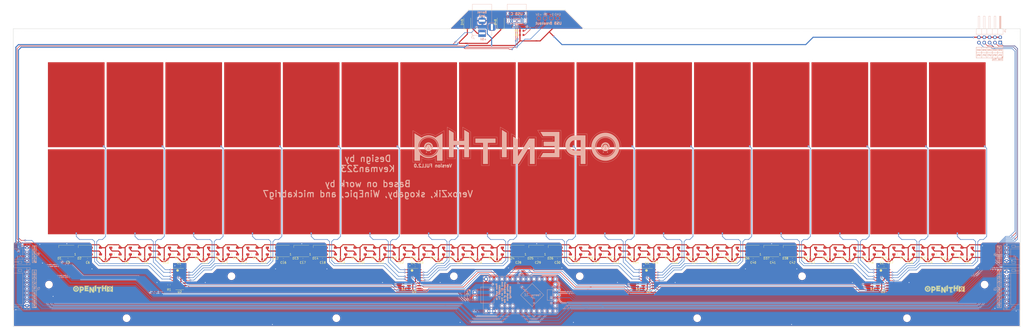
<source format=kicad_pcb>
(kicad_pcb (version 20171130) (host pcbnew "(5.1.7)-1")
  (layers (0 F.Cu signal) (31 B.Cu signal) (34 B.Paste user) (35 F.Paste user) (36 B.SilkS user) (37 F.SilkS user) (38 B.Mask user) (39 F.Mask user) (44 Edge.Cuts user))
  (net 0 "")
  (net 1 GND)
  (net 2 +5V)
  (net 3 /MUX_0)
  (net 4 /MUX_1)
  (net 5 /MUX_2)
  (net 6 /KEY_7)
  (net 7 /KEY_6)
  (net 8 /KEY_5)
  (net 9 /KEY_4)
  (net 10 /KEY_3)
  (net 11 /KEY_2)
  (net 12 /KEY_1)
  (net 13 /KEY_0)
  (net 14 /KEY_8)
  (net 15 /KEY_9)
  (net 16 /KEY_10)
  (net 17 /KEY_11)
  (net 18 /KEY_12)
  (net 19 /KEY_13)
  (net 20 /KEY_14)
  (net 21 /KEY_15)
  (net 22 /RGB_DO)
  (net 23 +3V3)
  (net 24 /TOUCH_1)
  (net 25 /TOUCH_0)
  (net 26 /RGB_DO_BUF)
  (net 27 /TOUCH_2)
  (net 28 /TOUCH_3)
  (net 29 /KEY_23)
  (net 30 /KEY_22)
  (net 31 /KEY_21)
  (net 32 /KEY_20)
  (net 33 /KEY_19)
  (net 34 /KEY_18)
  (net 35 /KEY_17)
  (net 36 /KEY_16)
  (net 37 /KEY_31)
  (net 38 /KEY_30)
  (net 39 /KEY_29)
  (net 40 /KEY_28)
  (net 41 /KEY_27)
  (net 42 /KEY_26)
  (net 43 /KEY_25)
  (net 44 /KEY_24)
  (net 45 /SPARE_3)
  (net 46 /SPARE_2)
  (net 47 /SPARE_1)
  (net 48 /SPARE_0)
  (net 49 /SPARE_4)
  (net 50 "Net-(D1-Pad2)")
  (net 51 "Net-(D2-Pad2)")
  (net 52 "Net-(D3-Pad2)")
  (net 53 "Net-(D4-Pad2)")
  (net 54 "Net-(D5-Pad2)")
  (net 55 "Net-(D6-Pad2)")
  (net 56 "Net-(D7-Pad2)")
  (net 57 "Net-(D8-Pad2)")
  (net 58 "Net-(D10-Pad4)")
  (net 59 "Net-(D10-Pad2)")
  (net 60 "Net-(D11-Pad2)")
  (net 61 "Net-(D12-Pad2)")
  (net 62 "Net-(D13-Pad2)")
  (net 63 "Net-(D14-Pad2)")
  (net 64 "Net-(D15-Pad2)")
  (net 65 "Net-(D16-Pad2)")
  (net 66 "Net-(D17-Pad2)")
  (net 67 "Net-(D18-Pad2)")
  (net 68 "Net-(D19-Pad2)")
  (net 69 "Net-(D20-Pad2)")
  (net 70 "Net-(D21-Pad2)")
  (net 71 "Net-(D22-Pad2)")
  (net 72 "Net-(D23-Pad2)")
  (net 73 "Net-(D24-Pad2)")
  (net 74 "Net-(D25-Pad2)")
  (net 75 "Net-(D26-Pad2)")
  (net 76 "Net-(D27-Pad2)")
  (net 77 "Net-(D28-Pad2)")
  (net 78 "Net-(D29-Pad2)")
  (net 79 "Net-(D30-Pad2)")
  (net 80 "Net-(D31-Pad2)")
  (net 81 "Net-(R1-Pad1)")
  (net 82 "Net-(R2-Pad1)")
  (net 83 "Net-(R3-Pad1)")
  (net 84 "Net-(R4-Pad1)")
  (net 85 "Net-(U1-Pad18)")
  (net 86 "Net-(U1-Pad17)")
  (net 87 "Net-(U1-Pad16)")
  (net 88 "Net-(U1-Pad35)")
  (net 89 "Net-(U1-Pad34)")
  (net 90 /AIR_LED_4)
  (net 91 /AIR_LED_2)
  (net 92 /AIR_LED_0)
  (net 93 /AIR_SENSOR_1)
  (net 94 /AIR_SENSOR_3)
  (net 95 /AIR_SENSOR_5)
  (net 96 /AIR_SENSOR_4)
  (net 97 /AIR_SENSOR_2)
  (net 98 /AIR_SENSOR_0)
  (net 99 /AIR_LED_1)
  (net 100 /AIR_LED_3)
  (net 101 /AIR_LED_5)
  (net 102 "Net-(J1-PadS1)")
  (net 103 "Net-(J1-PadB5)")
  (net 104 "Net-(J1-PadB8)")
  (net 105 "Net-(J1-PadA8)")
  (net 106 "Net-(J1-PadA5)")
  (net 107 "Net-(J5-Pad3)")
  (net 108 "Net-(J6-Pad3)")
  (net 109 "Net-(D32-Pad2)")
  (net 110 "Net-(D33-Pad2)")
  (net 111 /USB_D+)
  (net 112 /USB_D-)
  (net 113 /BARREL_DETECT)
  (net 114 "Net-(D34-Pad2)")
  (net 115 "Net-(D35-Pad2)")
  (net 116 "Net-(D36-Pad2)")
  (net 117 "Net-(D37-Pad2)")
  (net 118 "Net-(D38-Pad2)")
  (net 119 "Net-(D39-Pad2)")
  (net 120 "Net-(D40-Pad2)")
  (net 121 "Net-(D41-Pad2)")
  (net 122 "Net-(D42-Pad2)")
  (net 123 "Net-(D43-Pad2)")
  (net 124 "Net-(D44-Pad2)")
  (net 125 "Net-(D45-Pad2)")
  (net 126 "Net-(D46-Pad2)")
  (net 127 "Net-(D47-Pad2)")
  (net 128 "Net-(D48-Pad2)")
  (net 129 "Net-(D49-Pad2)")
  (module LED_SMD:LED_WS2812B_PLCC4_5.0x5.0mm_P3.2mm (layer F.Cu) (at 362.666667 120 180)
    (fp_text reference D47 (at 2.666667 -3.5) (layer F.SilkS))
    (fp_text value WS2812B-B)
    (fp_text user 1 (at -4.15 -1.6) (layer F.SilkS))
    (pad 1 smd rect (at -2.45 -1.6 180) (size 1.5 1) (layers F.Cu F.Paste F.Mask) (net 2 +5V))
    (pad 2 smd rect (at -2.45 1.6 180) (size 1.5 1) (layers F.Cu F.Paste F.Mask) (net 127 "Net-(D47-Pad2)"))
    (pad 4 smd rect (at 2.45 -1.6 180) (size 1.5 1) (layers F.Cu F.Paste F.Mask) (net 126 "Net-(D46-Pad2)"))
    (pad 3 smd rect (at 2.45 1.6 180) (size 1.5 1) (layers F.Cu F.Paste F.Mask) (net 1 GND))
  )
  (module LED_SMD:LED_WS2812B_PLCC4_5.0x5.0mm_P3.2mm (layer F.Cu) (at 353.333318 120 180)
    (fp_text reference D46 (at 2.333318 -3.5) (layer F.SilkS))
    (fp_text value WS2812B-B)
    (fp_text user 1 (at -4.15 -1.6) (layer F.SilkS))
    (pad 1 smd rect (at -2.45 -1.6 180) (size 1.5 1) (layers F.Cu F.Paste F.Mask) (net 2 +5V))
    (pad 2 smd rect (at -2.45 1.6 180) (size 1.5 1) (layers F.Cu F.Paste F.Mask) (net 126 "Net-(D46-Pad2)"))
    (pad 4 smd rect (at 2.45 -1.6 180) (size 1.5 1) (layers F.Cu F.Paste F.Mask) (net 125 "Net-(D45-Pad2)"))
    (pad 3 smd rect (at 2.45 1.6 180) (size 1.5 1) (layers F.Cu F.Paste F.Mask) (net 1 GND))
  )
  (module LED_SMD:LED_WS2812B_PLCC4_5.0x5.0mm_P3.2mm (layer F.Cu) (at 343.999985 120 180)
    (fp_text reference D45 (at 2.499985 -3.5) (layer F.SilkS))
    (fp_text value WS2812B-B)
    (fp_text user 1 (at -4.15 -1.6) (layer F.SilkS))
    (pad 1 smd rect (at -2.45 -1.6 180) (size 1.5 1) (layers F.Cu F.Paste F.Mask) (net 2 +5V))
    (pad 2 smd rect (at -2.45 1.6 180) (size 1.5 1) (layers F.Cu F.Paste F.Mask) (net 125 "Net-(D45-Pad2)"))
    (pad 4 smd rect (at 2.45 -1.6 180) (size 1.5 1) (layers F.Cu F.Paste F.Mask) (net 124 "Net-(D44-Pad2)"))
    (pad 3 smd rect (at 2.45 1.6 180) (size 1.5 1) (layers F.Cu F.Paste F.Mask) (net 1 GND))
  )
  (module LED_SMD:LED_WS2812B_PLCC4_5.0x5.0mm_P3.2mm (layer F.Cu) (at 334.666652 120 180)
    (fp_text reference D44 (at 2.666652 -3.5) (layer F.SilkS))
    (fp_text value WS2812B-B)
    (fp_text user 1 (at -4.15 -1.6) (layer F.SilkS))
    (pad 1 smd rect (at -2.45 -1.6 180) (size 1.5 1) (layers F.Cu F.Paste F.Mask) (net 2 +5V))
    (pad 2 smd rect (at -2.45 1.6 180) (size 1.5 1) (layers F.Cu F.Paste F.Mask) (net 124 "Net-(D44-Pad2)"))
    (pad 4 smd rect (at 2.45 -1.6 180) (size 1.5 1) (layers F.Cu F.Paste F.Mask) (net 123 "Net-(D43-Pad2)"))
    (pad 3 smd rect (at 2.45 1.6 180) (size 1.5 1) (layers F.Cu F.Paste F.Mask) (net 1 GND))
  )
  (module LED_SMD:LED_WS2812B_PLCC4_5.0x5.0mm_P3.2mm (layer F.Cu) (at 325.333319 120 180)
    (fp_text reference D43 (at 2.333319 -3.5) (layer F.SilkS))
    (fp_text value WS2812B-B)
    (fp_text user 1 (at -4.15 -1.6) (layer F.SilkS))
    (pad 1 smd rect (at -2.45 -1.6 180) (size 1.5 1) (layers F.Cu F.Paste F.Mask) (net 2 +5V))
    (pad 2 smd rect (at -2.45 1.6 180) (size 1.5 1) (layers F.Cu F.Paste F.Mask) (net 123 "Net-(D43-Pad2)"))
    (pad 4 smd rect (at 2.45 -1.6 180) (size 1.5 1) (layers F.Cu F.Paste F.Mask) (net 122 "Net-(D42-Pad2)"))
    (pad 3 smd rect (at 2.45 1.6 180) (size 1.5 1) (layers F.Cu F.Paste F.Mask) (net 1 GND))
  )
  (module LED_SMD:LED_WS2812B_PLCC4_5.0x5.0mm_P3.2mm (layer F.Cu) (at 315.999986 120 180)
    (fp_text reference D42 (at 2.499986 -3.5) (layer F.SilkS))
    (fp_text value WS2812B-B)
    (fp_text user 1 (at -4.15 -1.6) (layer F.SilkS))
    (pad 1 smd rect (at -2.45 -1.6 180) (size 1.5 1) (layers F.Cu F.Paste F.Mask) (net 2 +5V))
    (pad 2 smd rect (at -2.45 1.6 180) (size 1.5 1) (layers F.Cu F.Paste F.Mask) (net 122 "Net-(D42-Pad2)"))
    (pad 4 smd rect (at 2.45 -1.6 180) (size 1.5 1) (layers F.Cu F.Paste F.Mask) (net 121 "Net-(D41-Pad2)"))
    (pad 3 smd rect (at 2.45 1.6 180) (size 1.5 1) (layers F.Cu F.Paste F.Mask) (net 1 GND))
  )
  (module LED_SMD:LED_WS2812B_PLCC4_5.0x5.0mm_P3.2mm (layer F.Cu) (at 306.666653 120 180)
    (fp_text reference D41 (at 2.666653 -3.5) (layer F.SilkS))
    (fp_text value WS2812B-B)
    (fp_text user 1 (at -4.15 -1.6) (layer F.SilkS))
    (pad 1 smd rect (at -2.45 -1.6 180) (size 1.5 1) (layers F.Cu F.Paste F.Mask) (net 2 +5V))
    (pad 2 smd rect (at -2.45 1.6 180) (size 1.5 1) (layers F.Cu F.Paste F.Mask) (net 121 "Net-(D41-Pad2)"))
    (pad 4 smd rect (at 2.45 -1.6 180) (size 1.5 1) (layers F.Cu F.Paste F.Mask) (net 120 "Net-(D40-Pad2)"))
    (pad 3 smd rect (at 2.45 1.6 180) (size 1.5 1) (layers F.Cu F.Paste F.Mask) (net 1 GND))
  )
  (module LED_SMD:LED_WS2812B_PLCC4_5.0x5.0mm_P3.2mm (layer F.Cu) (at 297.33332 120 180)
    (fp_text reference D40 (at 2.33332 -3.5) (layer F.SilkS))
    (fp_text value WS2812B-B)
    (fp_text user 1 (at -4.15 -1.6) (layer F.SilkS))
    (pad 1 smd rect (at -2.45 -1.6 180) (size 1.5 1) (layers F.Cu F.Paste F.Mask) (net 2 +5V))
    (pad 2 smd rect (at -2.45 1.6 180) (size 1.5 1) (layers F.Cu F.Paste F.Mask) (net 120 "Net-(D40-Pad2)"))
    (pad 4 smd rect (at 2.45 -1.6 180) (size 1.5 1) (layers F.Cu F.Paste F.Mask) (net 119 "Net-(D39-Pad2)"))
    (pad 3 smd rect (at 2.45 1.6 180) (size 1.5 1) (layers F.Cu F.Paste F.Mask) (net 1 GND))
  )
  (module LED_SMD:LED_WS2812B_PLCC4_5.0x5.0mm_P3.2mm (layer F.Cu) (at 287.999987 120 180)
    (fp_text reference D39 (at 2.499987 -3.5) (layer F.SilkS))
    (fp_text value WS2812B-B)
    (fp_text user 1 (at -4.15 -1.6) (layer F.SilkS))
    (pad 3 smd rect (at 2.45 1.6 180) (size 1.5 1) (layers F.Cu F.Paste F.Mask) (net 1 GND))
    (pad 4 smd rect (at 2.45 -1.6 180) (size 1.5 1) (layers F.Cu F.Paste F.Mask) (net 118 "Net-(D38-Pad2)"))
    (pad 2 smd rect (at -2.45 1.6 180) (size 1.5 1) (layers F.Cu F.Paste F.Mask) (net 119 "Net-(D39-Pad2)"))
    (pad 1 smd rect (at -2.45 -1.6 180) (size 1.5 1) (layers F.Cu F.Paste F.Mask) (net 2 +5V))
  )
  (module LED_SMD:LED_WS2812B_PLCC4_5.0x5.0mm_P3.2mm (layer F.Cu) (at 278.666654 120 180)
    (fp_text reference D38 (at 2.666654 -3.5) (layer F.SilkS))
    (fp_text value WS2812B-B)
    (fp_text user 1 (at -4.15 -1.6) (layer F.SilkS))
    (pad 3 smd rect (at 2.45 1.6 180) (size 1.5 1) (layers F.Cu F.Paste F.Mask) (net 1 GND))
    (pad 4 smd rect (at 2.45 -1.6 180) (size 1.5 1) (layers F.Cu F.Paste F.Mask) (net 117 "Net-(D37-Pad2)"))
    (pad 2 smd rect (at -2.45 1.6 180) (size 1.5 1) (layers F.Cu F.Paste F.Mask) (net 118 "Net-(D38-Pad2)"))
    (pad 1 smd rect (at -2.45 -1.6 180) (size 1.5 1) (layers F.Cu F.Paste F.Mask) (net 2 +5V))
  )
  (module LED_SMD:LED_WS2812B_PLCC4_5.0x5.0mm_P3.2mm (layer F.Cu) (at 269.333321 120 180)
    (fp_text reference D37 (at 2.333321 -3.5) (layer F.SilkS))
    (fp_text value WS2812B-B)
    (fp_text user 1 (at -4.15 -1.6) (layer F.SilkS))
    (pad 3 smd rect (at 2.45 1.6 180) (size 1.5 1) (layers F.Cu F.Paste F.Mask) (net 1 GND))
    (pad 4 smd rect (at 2.45 -1.6 180) (size 1.5 1) (layers F.Cu F.Paste F.Mask) (net 116 "Net-(D36-Pad2)"))
    (pad 2 smd rect (at -2.45 1.6 180) (size 1.5 1) (layers F.Cu F.Paste F.Mask) (net 117 "Net-(D37-Pad2)"))
    (pad 1 smd rect (at -2.45 -1.6 180) (size 1.5 1) (layers F.Cu F.Paste F.Mask) (net 2 +5V))
  )
  (module LED_SMD:LED_WS2812B_PLCC4_5.0x5.0mm_P3.2mm (layer F.Cu) (at 259.999988 120 180)
    (fp_text reference D36 (at 2.499988 -3.5) (layer F.SilkS))
    (fp_text value WS2812B-B)
    (fp_text user 1 (at -4.15 -1.6) (layer F.SilkS))
    (pad 3 smd rect (at 2.45 1.6 180) (size 1.5 1) (layers F.Cu F.Paste F.Mask) (net 1 GND))
    (pad 4 smd rect (at 2.45 -1.6 180) (size 1.5 1) (layers F.Cu F.Paste F.Mask) (net 115 "Net-(D35-Pad2)"))
    (pad 2 smd rect (at -2.45 1.6 180) (size 1.5 1) (layers F.Cu F.Paste F.Mask) (net 116 "Net-(D36-Pad2)"))
    (pad 1 smd rect (at -2.45 -1.6 180) (size 1.5 1) (layers F.Cu F.Paste F.Mask) (net 2 +5V))
  )
  (module LED_SMD:LED_WS2812B_PLCC4_5.0x5.0mm_P3.2mm (layer F.Cu) (at 250.666655 120 180)
    (fp_text reference D35 (at 2.666655 -3.5) (layer F.SilkS))
    (fp_text value WS2812B-B)
    (fp_text user 1 (at -4.15 -1.6) (layer F.SilkS))
    (pad 3 smd rect (at 2.45 1.6 180) (size 1.5 1) (layers F.Cu F.Paste F.Mask) (net 1 GND))
    (pad 4 smd rect (at 2.45 -1.6 180) (size 1.5 1) (layers F.Cu F.Paste F.Mask) (net 114 "Net-(D34-Pad2)"))
    (pad 2 smd rect (at -2.45 1.6 180) (size 1.5 1) (layers F.Cu F.Paste F.Mask) (net 115 "Net-(D35-Pad2)"))
    (pad 1 smd rect (at -2.45 -1.6 180) (size 1.5 1) (layers F.Cu F.Paste F.Mask) (net 2 +5V))
  )
  (module LED_SMD:LED_WS2812B_PLCC4_5.0x5.0mm_P3.2mm (layer F.Cu) (at 241.333322 120 180)
    (fp_text reference D34 (at 2.333322 -3.5) (layer F.SilkS))
    (fp_text value WS2812B-B)
    (fp_text user 1 (at -4.15 -1.6) (layer F.SilkS))
    (pad 3 smd rect (at 2.45 1.6 180) (size 1.5 1) (layers F.Cu F.Paste F.Mask) (net 1 GND))
    (pad 4 smd rect (at 2.45 -1.6 180) (size 1.5 1) (layers F.Cu F.Paste F.Mask) (net 110 "Net-(D33-Pad2)"))
    (pad 2 smd rect (at -2.45 1.6 180) (size 1.5 1) (layers F.Cu F.Paste F.Mask) (net 114 "Net-(D34-Pad2)"))
    (pad 1 smd rect (at -2.45 -1.6 180) (size 1.5 1) (layers F.Cu F.Paste F.Mask) (net 2 +5V))
  )
  (module LED_SMD:LED_WS2812B_PLCC4_5.0x5.0mm_P3.2mm (layer F.Cu) (at 231.999989 120 180)
    (fp_text reference D33 (at 2.499989 -3.5) (layer F.SilkS))
    (fp_text value WS2812B-B)
    (fp_text user 1 (at -4.15 -1.6) (layer F.SilkS))
    (pad 3 smd rect (at 2.45 1.6 180) (size 1.5 1) (layers F.Cu F.Paste F.Mask) (net 1 GND))
    (pad 4 smd rect (at 2.45 -1.6 180) (size 1.5 1) (layers F.Cu F.Paste F.Mask) (net 109 "Net-(D32-Pad2)"))
    (pad 2 smd rect (at -2.45 1.6 180) (size 1.5 1) (layers F.Cu F.Paste F.Mask) (net 110 "Net-(D33-Pad2)"))
    (pad 1 smd rect (at -2.45 -1.6 180) (size 1.5 1) (layers F.Cu F.Paste F.Mask) (net 2 +5V))
  )
  (module LED_SMD:LED_WS2812B_PLCC4_5.0x5.0mm_P3.2mm (layer F.Cu) (at 222.666656 120 180)
    (fp_text reference D32 (at 2.666656 -3.5) (layer F.SilkS))
    (fp_text value WS2812B-B)
    (fp_text user 1 (at -4.15 -1.6) (layer F.SilkS))
    (pad 3 smd rect (at 2.45 1.6 180) (size 1.5 1) (layers F.Cu F.Paste F.Mask) (net 1 GND))
    (pad 4 smd rect (at 2.45 -1.6 180) (size 1.5 1) (layers F.Cu F.Paste F.Mask) (net 80 "Net-(D31-Pad2)"))
    (pad 2 smd rect (at -2.45 1.6 180) (size 1.5 1) (layers F.Cu F.Paste F.Mask) (net 109 "Net-(D32-Pad2)"))
    (pad 1 smd rect (at -2.45 -1.6 180) (size 1.5 1) (layers F.Cu F.Paste F.Mask) (net 2 +5V))
  )
  (module LED_SMD:LED_WS2812B_PLCC4_5.0x5.0mm_P3.2mm (layer F.Cu) (at 213.333323 120 180)
    (fp_text reference D31 (at 2.333323 -3.5) (layer F.SilkS))
    (fp_text value WS2812B-B)
    (fp_text user 1 (at -4.15 -1.6) (layer F.SilkS))
    (pad 3 smd rect (at 2.45 1.6 180) (size 1.5 1) (layers F.Cu F.Paste F.Mask) (net 1 GND))
    (pad 4 smd rect (at 2.45 -1.6 180) (size 1.5 1) (layers F.Cu F.Paste F.Mask) (net 79 "Net-(D30-Pad2)"))
    (pad 2 smd rect (at -2.45 1.6 180) (size 1.5 1) (layers F.Cu F.Paste F.Mask) (net 80 "Net-(D31-Pad2)"))
    (pad 1 smd rect (at -2.45 -1.6 180) (size 1.5 1) (layers F.Cu F.Paste F.Mask) (net 2 +5V))
  )
  (module LED_SMD:LED_WS2812B_PLCC4_5.0x5.0mm_P3.2mm (layer F.Cu) (at 203.99999 120 180)
    (fp_text reference D30 (at 2.49999 -3.5) (layer F.SilkS))
    (fp_text value WS2812B-B)
    (fp_text user 1 (at -4.15 -1.6) (layer F.SilkS))
    (pad 3 smd rect (at 2.45 1.6 180) (size 1.5 1) (layers F.Cu F.Paste F.Mask) (net 1 GND))
    (pad 4 smd rect (at 2.45 -1.6 180) (size 1.5 1) (layers F.Cu F.Paste F.Mask) (net 78 "Net-(D29-Pad2)"))
    (pad 2 smd rect (at -2.45 1.6 180) (size 1.5 1) (layers F.Cu F.Paste F.Mask) (net 79 "Net-(D30-Pad2)"))
    (pad 1 smd rect (at -2.45 -1.6 180) (size 1.5 1) (layers F.Cu F.Paste F.Mask) (net 2 +5V))
  )
  (module LED_SMD:LED_WS2812B_PLCC4_5.0x5.0mm_P3.2mm (layer F.Cu) (at 194.666657 120 180)
    (fp_text reference D29 (at 2.666657 -3.5) (layer F.SilkS))
    (fp_text value WS2812B-B)
    (fp_text user 1 (at -4.15 -1.6) (layer F.SilkS))
    (pad 3 smd rect (at 2.45 1.6 180) (size 1.5 1) (layers F.Cu F.Paste F.Mask) (net 1 GND))
    (pad 4 smd rect (at 2.45 -1.6 180) (size 1.5 1) (layers F.Cu F.Paste F.Mask) (net 77 "Net-(D28-Pad2)"))
    (pad 2 smd rect (at -2.45 1.6 180) (size 1.5 1) (layers F.Cu F.Paste F.Mask) (net 78 "Net-(D29-Pad2)"))
    (pad 1 smd rect (at -2.45 -1.6 180) (size 1.5 1) (layers F.Cu F.Paste F.Mask) (net 2 +5V))
  )
  (module LED_SMD:LED_WS2812B_PLCC4_5.0x5.0mm_P3.2mm (layer F.Cu) (at 185.333324 120 180)
    (fp_text reference D28 (at 2.333324 -3.5) (layer F.SilkS))
    (fp_text value WS2812B-B)
    (fp_text user 1 (at -4.15 -1.6) (layer F.SilkS))
    (pad 3 smd rect (at 2.45 1.6 180) (size 1.5 1) (layers F.Cu F.Paste F.Mask) (net 1 GND))
    (pad 4 smd rect (at 2.45 -1.6 180) (size 1.5 1) (layers F.Cu F.Paste F.Mask) (net 76 "Net-(D27-Pad2)"))
    (pad 2 smd rect (at -2.45 1.6 180) (size 1.5 1) (layers F.Cu F.Paste F.Mask) (net 77 "Net-(D28-Pad2)"))
    (pad 1 smd rect (at -2.45 -1.6 180) (size 1.5 1) (layers F.Cu F.Paste F.Mask) (net 2 +5V))
  )
  (module LED_SMD:LED_WS2812B_PLCC4_5.0x5.0mm_P3.2mm (layer F.Cu) (at 175.999991 120 180)
    (fp_text reference D27 (at 2.499991 -3.5) (layer F.SilkS))
    (fp_text value WS2812B-B)
    (fp_text user 1 (at -4.15 -1.6) (layer F.SilkS))
    (pad 3 smd rect (at 2.45 1.6 180) (size 1.5 1) (layers F.Cu F.Paste F.Mask) (net 1 GND))
    (pad 4 smd rect (at 2.45 -1.6 180) (size 1.5 1) (layers F.Cu F.Paste F.Mask) (net 75 "Net-(D26-Pad2)"))
    (pad 2 smd rect (at -2.45 1.6 180) (size 1.5 1) (layers F.Cu F.Paste F.Mask) (net 76 "Net-(D27-Pad2)"))
    (pad 1 smd rect (at -2.45 -1.6 180) (size 1.5 1) (layers F.Cu F.Paste F.Mask) (net 2 +5V))
  )
  (module LED_SMD:LED_WS2812B_PLCC4_5.0x5.0mm_P3.2mm (layer F.Cu) (at 166.666658 120 180)
    (fp_text reference D26 (at 2.666658 -3.5) (layer F.SilkS))
    (fp_text value WS2812B-B)
    (fp_text user 1 (at -4.15 -1.6) (layer F.SilkS))
    (pad 3 smd rect (at 2.45 1.6 180) (size 1.5 1) (layers F.Cu F.Paste F.Mask) (net 1 GND))
    (pad 4 smd rect (at 2.45 -1.6 180) (size 1.5 1) (layers F.Cu F.Paste F.Mask) (net 74 "Net-(D25-Pad2)"))
    (pad 2 smd rect (at -2.45 1.6 180) (size 1.5 1) (layers F.Cu F.Paste F.Mask) (net 75 "Net-(D26-Pad2)"))
    (pad 1 smd rect (at -2.45 -1.6 180) (size 1.5 1) (layers F.Cu F.Paste F.Mask) (net 2 +5V))
  )
  (module LED_SMD:LED_WS2812B_PLCC4_5.0x5.0mm_P3.2mm (layer F.Cu) (at 157.333325 120 180)
    (fp_text reference D25 (at 2.833325 -3.5) (layer F.SilkS))
    (fp_text value WS2812B-B)
    (fp_text user 1 (at -4.15 -1.6) (layer F.SilkS))
    (pad 3 smd rect (at 2.45 1.6 180) (size 1.5 1) (layers F.Cu F.Paste F.Mask) (net 1 GND))
    (pad 4 smd rect (at 2.45 -1.6 180) (size 1.5 1) (layers F.Cu F.Paste F.Mask) (net 73 "Net-(D24-Pad2)"))
    (pad 2 smd rect (at -2.45 1.6 180) (size 1.5 1) (layers F.Cu F.Paste F.Mask) (net 74 "Net-(D25-Pad2)"))
    (pad 1 smd rect (at -2.45 -1.6 180) (size 1.5 1) (layers F.Cu F.Paste F.Mask) (net 2 +5V))
  )
  (module LED_SMD:LED_WS2812B_PLCC4_5.0x5.0mm_P3.2mm (layer F.Cu) (at 147.999992 120 180)
    (fp_text reference D24 (at 2.499992 -3.5) (layer F.SilkS))
    (fp_text value WS2812B-B)
    (fp_text user 1 (at -4.15 -1.6) (layer F.SilkS))
    (pad 3 smd rect (at 2.45 1.6 180) (size 1.5 1) (layers F.Cu F.Paste F.Mask) (net 1 GND))
    (pad 4 smd rect (at 2.45 -1.6 180) (size 1.5 1) (layers F.Cu F.Paste F.Mask) (net 72 "Net-(D23-Pad2)"))
    (pad 2 smd rect (at -2.45 1.6 180) (size 1.5 1) (layers F.Cu F.Paste F.Mask) (net 73 "Net-(D24-Pad2)"))
    (pad 1 smd rect (at -2.45 -1.6 180) (size 1.5 1) (layers F.Cu F.Paste F.Mask) (net 2 +5V))
  )
  (module LED_SMD:LED_WS2812B_PLCC4_5.0x5.0mm_P3.2mm (layer F.Cu) (at 138.666659 120 180)
    (fp_text reference D23 (at 2.666659 -3.5) (layer F.SilkS))
    (fp_text value WS2812B-B)
    (fp_text user 1 (at -4.15 -1.6) (layer F.SilkS))
    (pad 3 smd rect (at 2.45 1.6 180) (size 1.5 1) (layers F.Cu F.Paste F.Mask) (net 1 GND))
    (pad 4 smd rect (at 2.45 -1.6 180) (size 1.5 1) (layers F.Cu F.Paste F.Mask) (net 71 "Net-(D22-Pad2)"))
    (pad 2 smd rect (at -2.45 1.6 180) (size 1.5 1) (layers F.Cu F.Paste F.Mask) (net 72 "Net-(D23-Pad2)"))
    (pad 1 smd rect (at -2.45 -1.6 180) (size 1.5 1) (layers F.Cu F.Paste F.Mask) (net 2 +5V))
  )
  (module LED_SMD:LED_WS2812B_PLCC4_5.0x5.0mm_P3.2mm (layer F.Cu) (at 129.333326 120 180)
    (fp_text reference D22 (at 2.833326 -3.5) (layer F.SilkS))
    (fp_text value WS2812B-B)
    (fp_text user 1 (at -4.15 -1.6) (layer F.SilkS))
    (pad 3 smd rect (at 2.45 1.6 180) (size 1.5 1) (layers F.Cu F.Paste F.Mask) (net 1 GND))
    (pad 4 smd rect (at 2.45 -1.6 180) (size 1.5 1) (layers F.Cu F.Paste F.Mask) (net 70 "Net-(D21-Pad2)"))
    (pad 2 smd rect (at -2.45 1.6 180) (size 1.5 1) (layers F.Cu F.Paste F.Mask) (net 71 "Net-(D22-Pad2)"))
    (pad 1 smd rect (at -2.45 -1.6 180) (size 1.5 1) (layers F.Cu F.Paste F.Mask) (net 2 +5V))
  )
  (module LED_SMD:LED_WS2812B_PLCC4_5.0x5.0mm_P3.2mm (layer F.Cu) (at 119.999993 120 180)
    (fp_text reference D21 (at 2.999993 -3.5) (layer F.SilkS))
    (fp_text value WS2812B-B)
    (fp_text user 1 (at -4.15 -1.6) (layer F.SilkS))
    (pad 3 smd rect (at 2.45 1.6 180) (size 1.5 1) (layers F.Cu F.Paste F.Mask) (net 1 GND))
    (pad 4 smd rect (at 2.45 -1.6 180) (size 1.5 1) (layers F.Cu F.Paste F.Mask) (net 69 "Net-(D20-Pad2)"))
    (pad 2 smd rect (at -2.45 1.6 180) (size 1.5 1) (layers F.Cu F.Paste F.Mask) (net 70 "Net-(D21-Pad2)"))
    (pad 1 smd rect (at -2.45 -1.6 180) (size 1.5 1) (layers F.Cu F.Paste F.Mask) (net 2 +5V))
  )
  (module LED_SMD:LED_WS2812B_PLCC4_5.0x5.0mm_P3.2mm (layer F.Cu) (at 110.66666 120 180)
    (fp_text reference D20 (at 2.66666 -3.5) (layer F.SilkS))
    (fp_text value WS2812B-B)
    (fp_text user 1 (at -4.15 -1.6) (layer F.SilkS))
    (pad 3 smd rect (at 2.45 1.6 180) (size 1.5 1) (layers F.Cu F.Paste F.Mask) (net 1 GND))
    (pad 4 smd rect (at 2.45 -1.6 180) (size 1.5 1) (layers F.Cu F.Paste F.Mask) (net 68 "Net-(D19-Pad2)"))
    (pad 2 smd rect (at -2.45 1.6 180) (size 1.5 1) (layers F.Cu F.Paste F.Mask) (net 69 "Net-(D20-Pad2)"))
    (pad 1 smd rect (at -2.45 -1.6 180) (size 1.5 1) (layers F.Cu F.Paste F.Mask) (net 2 +5V))
  )
  (module LED_SMD:LED_WS2812B_PLCC4_5.0x5.0mm_P3.2mm (layer F.Cu) (at 101.333327 120 180)
    (fp_text reference D19 (at 2.833327 -3.5) (layer F.SilkS))
    (fp_text value WS2812B-B)
    (fp_text user 1 (at -4.15 -1.6) (layer F.SilkS))
    (pad 3 smd rect (at 2.45 1.6 180) (size 1.5 1) (layers F.Cu F.Paste F.Mask) (net 1 GND))
    (pad 4 smd rect (at 2.45 -1.6 180) (size 1.5 1) (layers F.Cu F.Paste F.Mask) (net 67 "Net-(D18-Pad2)"))
    (pad 2 smd rect (at -2.45 1.6 180) (size 1.5 1) (layers F.Cu F.Paste F.Mask) (net 68 "Net-(D19-Pad2)"))
    (pad 1 smd rect (at -2.45 -1.6 180) (size 1.5 1) (layers F.Cu F.Paste F.Mask) (net 2 +5V))
  )
  (module LED_SMD:LED_WS2812B_PLCC4_5.0x5.0mm_P3.2mm (layer F.Cu) (at 91.999994 120 180)
    (fp_text reference D18 (at 2.499994 -3.5) (layer F.SilkS))
    (fp_text value WS2812B-B)
    (fp_text user 1 (at -4.15 -1.6) (layer F.SilkS))
    (pad 3 smd rect (at 2.45 1.6 180) (size 1.5 1) (layers F.Cu F.Paste F.Mask) (net 1 GND))
    (pad 4 smd rect (at 2.45 -1.6 180) (size 1.5 1) (layers F.Cu F.Paste F.Mask) (net 66 "Net-(D17-Pad2)"))
    (pad 2 smd rect (at -2.45 1.6 180) (size 1.5 1) (layers F.Cu F.Paste F.Mask) (net 67 "Net-(D18-Pad2)"))
    (pad 1 smd rect (at -2.45 -1.6 180) (size 1.5 1) (layers F.Cu F.Paste F.Mask) (net 2 +5V))
  )
  (module LED_SMD:LED_WS2812B_PLCC4_5.0x5.0mm_P3.2mm (layer F.Cu) (at 82.666661 120 180)
    (fp_text reference D17 (at 2.666661 -3.5) (layer F.SilkS))
    (fp_text value WS2812B-B)
    (fp_text user 1 (at -4.15 -1.6) (layer F.SilkS))
    (pad 3 smd rect (at 2.45 1.6 180) (size 1.5 1) (layers F.Cu F.Paste F.Mask) (net 1 GND))
    (pad 4 smd rect (at 2.45 -1.6 180) (size 1.5 1) (layers F.Cu F.Paste F.Mask) (net 65 "Net-(D16-Pad2)"))
    (pad 2 smd rect (at -2.45 1.6 180) (size 1.5 1) (layers F.Cu F.Paste F.Mask) (net 66 "Net-(D17-Pad2)"))
    (pad 1 smd rect (at -2.45 -1.6 180) (size 1.5 1) (layers F.Cu F.Paste F.Mask) (net 2 +5V))
  )
  (module LED_SMD:LED_WS2812B_PLCC4_5.0x5.0mm_P3.2mm (layer F.Cu) (at 73.333328 120 180)
    (fp_text reference D16 (at 2.833328 -3.5) (layer F.SilkS))
    (fp_text value WS2812B-B)
    (fp_text user 1 (at -4.15 -1.6) (layer F.SilkS))
    (pad 3 smd rect (at 2.45 1.6 180) (size 1.5 1) (layers F.Cu F.Paste F.Mask) (net 1 GND))
    (pad 4 smd rect (at 2.45 -1.6 180) (size 1.5 1) (layers F.Cu F.Paste F.Mask) (net 64 "Net-(D15-Pad2)"))
    (pad 2 smd rect (at -2.45 1.6 180) (size 1.5 1) (layers F.Cu F.Paste F.Mask) (net 65 "Net-(D16-Pad2)"))
    (pad 1 smd rect (at -2.45 -1.6 180) (size 1.5 1) (layers F.Cu F.Paste F.Mask) (net 2 +5V))
  )
  (module LED_SMD:LED_WS2812B_PLCC4_5.0x5.0mm_P3.2mm (layer F.Cu) (at 63.999995 120 180)
    (fp_text reference D15 (at 2.999995 -3.5) (layer F.SilkS))
    (fp_text value WS2812B-B)
    (fp_text user 1 (at -4.15 -1.6) (layer F.SilkS))
    (pad 3 smd rect (at 2.45 1.6 180) (size 1.5 1) (layers F.Cu F.Paste F.Mask) (net 1 GND))
    (pad 4 smd rect (at 2.45 -1.6 180) (size 1.5 1) (layers F.Cu F.Paste F.Mask) (net 63 "Net-(D14-Pad2)"))
    (pad 2 smd rect (at -2.45 1.6 180) (size 1.5 1) (layers F.Cu F.Paste F.Mask) (net 64 "Net-(D15-Pad2)"))
    (pad 1 smd rect (at -2.45 -1.6 180) (size 1.5 1) (layers F.Cu F.Paste F.Mask) (net 2 +5V))
  )
  (module LED_SMD:LED_WS2812B_PLCC4_5.0x5.0mm_P3.2mm (layer F.Cu) (at 54.666662 120 180)
    (fp_text reference D14 (at 2.666662 -3.5) (layer F.SilkS))
    (fp_text value WS2812B-B)
    (fp_text user 1 (at -4.15 -1.6) (layer F.SilkS))
    (pad 3 smd rect (at 2.45 1.6 180) (size 1.5 1) (layers F.Cu F.Paste F.Mask) (net 1 GND))
    (pad 4 smd rect (at 2.45 -1.6 180) (size 1.5 1) (layers F.Cu F.Paste F.Mask) (net 62 "Net-(D13-Pad2)"))
    (pad 2 smd rect (at -2.45 1.6 180) (size 1.5 1) (layers F.Cu F.Paste F.Mask) (net 63 "Net-(D14-Pad2)"))
    (pad 1 smd rect (at -2.45 -1.6 180) (size 1.5 1) (layers F.Cu F.Paste F.Mask) (net 2 +5V))
  )
  (module LED_SMD:LED_WS2812B_PLCC4_5.0x5.0mm_P3.2mm (layer F.Cu) (at 45.333329 120 180)
    (fp_text reference D13 (at 2.833329 -3.5) (layer F.SilkS))
    (fp_text value WS2812B-B)
    (fp_text user 1 (at -4.15 -1.6) (layer F.SilkS))
    (pad 3 smd rect (at 2.45 1.6 180) (size 1.5 1) (layers F.Cu F.Paste F.Mask) (net 1 GND))
    (pad 4 smd rect (at 2.45 -1.6 180) (size 1.5 1) (layers F.Cu F.Paste F.Mask) (net 61 "Net-(D12-Pad2)"))
    (pad 2 smd rect (at -2.45 1.6 180) (size 1.5 1) (layers F.Cu F.Paste F.Mask) (net 62 "Net-(D13-Pad2)"))
    (pad 1 smd rect (at -2.45 -1.6 180) (size 1.5 1) (layers F.Cu F.Paste F.Mask) (net 2 +5V))
  )
  (module LED_SMD:LED_WS2812B_PLCC4_5.0x5.0mm_P3.2mm (layer F.Cu) (at 35.999996 120 180)
    (fp_text reference D12 (at 2.999996 -3.5) (layer F.SilkS))
    (fp_text value WS2812B-B)
    (fp_text user 1 (at -4.15 -1.6) (layer F.SilkS))
    (pad 3 smd rect (at 2.45 1.6 180) (size 1.5 1) (layers F.Cu F.Paste F.Mask) (net 1 GND))
    (pad 4 smd rect (at 2.45 -1.6 180) (size 1.5 1) (layers F.Cu F.Paste F.Mask) (net 60 "Net-(D11-Pad2)"))
    (pad 2 smd rect (at -2.45 1.6 180) (size 1.5 1) (layers F.Cu F.Paste F.Mask) (net 61 "Net-(D12-Pad2)"))
    (pad 1 smd rect (at -2.45 -1.6 180) (size 1.5 1) (layers F.Cu F.Paste F.Mask) (net 2 +5V))
  )
  (module LED_SMD:LED_WS2812B_PLCC4_5.0x5.0mm_P3.2mm (layer F.Cu) (at 26.666663 120 180)
    (fp_text reference D11 (at 3.166663 -3.5) (layer F.SilkS))
    (fp_text value WS2812B-B)
    (fp_text user 1 (at -4.15 -1.6) (layer F.SilkS))
    (pad 3 smd rect (at 2.45 1.6 180) (size 1.5 1) (layers F.Cu F.Paste F.Mask) (net 1 GND))
    (pad 4 smd rect (at 2.45 -1.6 180) (size 1.5 1) (layers F.Cu F.Paste F.Mask) (net 59 "Net-(D10-Pad2)"))
    (pad 2 smd rect (at -2.45 1.6 180) (size 1.5 1) (layers F.Cu F.Paste F.Mask) (net 60 "Net-(D11-Pad2)"))
    (pad 1 smd rect (at -2.45 -1.6 180) (size 1.5 1) (layers F.Cu F.Paste F.Mask) (net 2 +5V))
  )
  (module LED_SMD:LED_WS2812B_PLCC4_5.0x5.0mm_P3.2mm (layer F.Cu) (at 17.33333 120 180)
    (fp_text reference D10 (at 3.33333 -3.5) (layer F.SilkS))
    (fp_text value WS2812B-B)
    (fp_text user 1 (at -4.15 -1.6) (layer F.SilkS))
    (pad 3 smd rect (at 2.45 1.6 180) (size 1.5 1) (layers F.Cu F.Paste F.Mask) (net 1 GND))
    (pad 4 smd rect (at 2.45 -1.6 180) (size 1.5 1) (layers F.Cu F.Paste F.Mask) (net 58 "Net-(D10-Pad4)"))
    (pad 2 smd rect (at -2.45 1.6 180) (size 1.5 1) (layers F.Cu F.Paste F.Mask) (net 59 "Net-(D10-Pad2)"))
    (pad 1 smd rect (at -2.45 -1.6 180) (size 1.5 1) (layers F.Cu F.Paste F.Mask) (net 2 +5V))
  )
  (module LED_SMD:LED_WS2812B_PLCC4_5.0x5.0mm_P3.2mm (layer F.Cu) (at 7.999997 120 180)
    (fp_text reference D9 (at 2.999997 -3.5) (layer F.SilkS))
    (fp_text value WS2812B-B)
    (fp_text user 1 (at -4.15 -1.6) (layer F.SilkS))
    (pad 3 smd rect (at 2.45 1.6 180) (size 1.5 1) (layers F.Cu F.Paste F.Mask) (net 1 GND))
    (pad 4 smd rect (at 2.45 -1.6 180) (size 1.5 1) (layers F.Cu F.Paste F.Mask) (net 57 "Net-(D8-Pad2)"))
    (pad 2 smd rect (at -2.45 1.6 180) (size 1.5 1) (layers F.Cu F.Paste F.Mask) (net 58 "Net-(D10-Pad4)"))
    (pad 1 smd rect (at -2.45 -1.6 180) (size 1.5 1) (layers F.Cu F.Paste F.Mask) (net 2 +5V))
  )
  (module LED_SMD:LED_WS2812B_PLCC4_5.0x5.0mm_P3.2mm (layer F.Cu) (at -1.333336 120 180)
    (fp_text reference D8 (at 3.166664 -3.5) (layer F.SilkS))
    (fp_text value WS2812B-B)
    (fp_text user 1 (at -4.15 -1.6) (layer F.SilkS))
    (pad 3 smd rect (at 2.45 1.6 180) (size 1.5 1) (layers F.Cu F.Paste F.Mask) (net 1 GND))
    (pad 4 smd rect (at 2.45 -1.6 180) (size 1.5 1) (layers F.Cu F.Paste F.Mask) (net 56 "Net-(D7-Pad2)"))
    (pad 2 smd rect (at -2.45 1.6 180) (size 1.5 1) (layers F.Cu F.Paste F.Mask) (net 57 "Net-(D8-Pad2)"))
    (pad 1 smd rect (at -2.45 -1.6 180) (size 1.5 1) (layers F.Cu F.Paste F.Mask) (net 2 +5V))
  )
  (module LED_SMD:LED_WS2812B_PLCC4_5.0x5.0mm_P3.2mm (layer F.Cu) (at -10.666669 120 180)
    (fp_text reference D7 (at 3.333331 -3.5) (layer F.SilkS))
    (fp_text value WS2812B-B)
    (fp_text user 1 (at -4.15 -1.6) (layer F.SilkS))
    (pad 3 smd rect (at 2.45 1.6 180) (size 1.5 1) (layers F.Cu F.Paste F.Mask) (net 1 GND))
    (pad 4 smd rect (at 2.45 -1.6 180) (size 1.5 1) (layers F.Cu F.Paste F.Mask) (net 55 "Net-(D6-Pad2)"))
    (pad 2 smd rect (at -2.45 1.6 180) (size 1.5 1) (layers F.Cu F.Paste F.Mask) (net 56 "Net-(D7-Pad2)"))
    (pad 1 smd rect (at -2.45 -1.6 180) (size 1.5 1) (layers F.Cu F.Paste F.Mask) (net 2 +5V))
  )
  (module LED_SMD:LED_WS2812B_PLCC4_5.0x5.0mm_P3.2mm (layer F.Cu) (at -20.000002 120 180)
    (fp_text reference D6 (at 2.999998 -3.5) (layer F.SilkS))
    (fp_text value WS2812B-B)
    (fp_text user 1 (at -4.15 -1.6) (layer F.SilkS))
    (pad 3 smd rect (at 2.45 1.6 180) (size 1.5 1) (layers F.Cu F.Paste F.Mask) (net 1 GND))
    (pad 4 smd rect (at 2.45 -1.6 180) (size 1.5 1) (layers F.Cu F.Paste F.Mask) (net 54 "Net-(D5-Pad2)"))
    (pad 2 smd rect (at -2.45 1.6 180) (size 1.5 1) (layers F.Cu F.Paste F.Mask) (net 55 "Net-(D6-Pad2)"))
    (pad 1 smd rect (at -2.45 -1.6 180) (size 1.5 1) (layers F.Cu F.Paste F.Mask) (net 2 +5V))
  )
  (module LED_SMD:LED_WS2812B_PLCC4_5.0x5.0mm_P3.2mm (layer F.Cu) (at -29.333335 120 180)
    (fp_text reference D5 (at 3.166665 -3.5) (layer F.SilkS))
    (fp_text value WS2812B-B)
    (fp_text user 1 (at -4.15 -1.6) (layer F.SilkS))
    (pad 3 smd rect (at 2.45 1.6 180) (size 1.5 1) (layers F.Cu F.Paste F.Mask) (net 1 GND))
    (pad 4 smd rect (at 2.45 -1.6 180) (size 1.5 1) (layers F.Cu F.Paste F.Mask) (net 53 "Net-(D4-Pad2)"))
    (pad 2 smd rect (at -2.45 1.6 180) (size 1.5 1) (layers F.Cu F.Paste F.Mask) (net 54 "Net-(D5-Pad2)"))
    (pad 1 smd rect (at -2.45 -1.6 180) (size 1.5 1) (layers F.Cu F.Paste F.Mask) (net 2 +5V))
  )
  (module LED_SMD:LED_WS2812B_PLCC4_5.0x5.0mm_P3.2mm (layer F.Cu) (at -38.666668 120 180)
    (fp_text reference D4 (at 2.833332 -3.5) (layer F.SilkS))
    (fp_text value WS2812B-B)
    (fp_text user 1 (at -4.15 -1.6) (layer F.SilkS))
    (pad 3 smd rect (at 2.45 1.6 180) (size 1.5 1) (layers F.Cu F.Paste F.Mask) (net 1 GND))
    (pad 4 smd rect (at 2.45 -1.6 180) (size 1.5 1) (layers F.Cu F.Paste F.Mask) (net 52 "Net-(D3-Pad2)"))
    (pad 2 smd rect (at -2.45 1.6 180) (size 1.5 1) (layers F.Cu F.Paste F.Mask) (net 53 "Net-(D4-Pad2)"))
    (pad 1 smd rect (at -2.45 -1.6 180) (size 1.5 1) (layers F.Cu F.Paste F.Mask) (net 2 +5V))
  )
  (module LED_SMD:LED_WS2812B_PLCC4_5.0x5.0mm_P3.2mm (layer F.Cu) (at -48.000001 120 180)
    (fp_text reference D3 (at 2.999999 -3.5) (layer F.SilkS))
    (fp_text value WS2812B-B)
    (fp_text user 1 (at -4.15 -1.6) (layer F.SilkS))
    (pad 3 smd rect (at 2.45 1.6 180) (size 1.5 1) (layers F.Cu F.Paste F.Mask) (net 1 GND))
    (pad 4 smd rect (at 2.45 -1.6 180) (size 1.5 1) (layers F.Cu F.Paste F.Mask) (net 51 "Net-(D2-Pad2)"))
    (pad 2 smd rect (at -2.45 1.6 180) (size 1.5 1) (layers F.Cu F.Paste F.Mask) (net 52 "Net-(D3-Pad2)"))
    (pad 1 smd rect (at -2.45 -1.6 180) (size 1.5 1) (layers F.Cu F.Paste F.Mask) (net 2 +5V))
  )
  (module LED_SMD:LED_WS2812B_PLCC4_5.0x5.0mm_P3.2mm (layer F.Cu) (at -57.333334 120 180)
    (fp_text reference D2 (at 3.166666 -3.5) (layer F.SilkS))
    (fp_text value WS2812B-B)
    (fp_text user 1 (at -4.15 -1.6) (layer F.SilkS))
    (pad 3 smd rect (at 2.45 1.6 180) (size 1.5 1) (layers F.Cu F.Paste F.Mask) (net 1 GND))
    (pad 4 smd rect (at 2.45 -1.6 180) (size 1.5 1) (layers F.Cu F.Paste F.Mask) (net 50 "Net-(D1-Pad2)"))
    (pad 2 smd rect (at -2.45 1.6 180) (size 1.5 1) (layers F.Cu F.Paste F.Mask) (net 51 "Net-(D2-Pad2)"))
    (pad 1 smd rect (at -2.45 -1.6 180) (size 1.5 1) (layers F.Cu F.Paste F.Mask) (net 2 +5V))
  )
  (module Capacitor_SMD:C_0603_1608Metric (layer F.Cu) (at 363.391667 124)
    (fp_text reference C51 (at 0 1.5) (layer F.SilkS))
    (fp_text value 100nF)
    (pad 2 smd roundrect (at 0.775 0) (size 0.9 0.95) (layers F.Cu F.Paste F.Mask) (net 2 +5V))
    (pad 1 smd roundrect (at -0.775 0) (size 0.9 0.95) (layers F.Cu F.Paste F.Mask) (net 1 GND))
  )
  (module Capacitor_SMD:C_0603_1608Metric (layer F.Cu) (at 354.058318 124)
    (fp_text reference C50 (at 0 1.5) (layer F.SilkS))
    (fp_text value 100nF)
    (pad 2 smd roundrect (at 0.775 0) (size 0.9 0.95) (layers F.Cu F.Paste F.Mask) (net 2 +5V))
    (pad 1 smd roundrect (at -0.775 0) (size 0.9 0.95) (layers F.Cu F.Paste F.Mask) (net 1 GND))
  )
  (module Capacitor_SMD:C_0603_1608Metric (layer F.Cu) (at 344.724985 124)
    (fp_text reference C49 (at 0 1.5) (layer F.SilkS))
    (fp_text value 100nF)
    (pad 2 smd roundrect (at 0.775 0) (size 0.9 0.95) (layers F.Cu F.Paste F.Mask) (net 2 +5V))
    (pad 1 smd roundrect (at -0.775 0) (size 0.9 0.95) (layers F.Cu F.Paste F.Mask) (net 1 GND))
  )
  (module Capacitor_SMD:C_0603_1608Metric (layer F.Cu) (at 335.391652 124)
    (fp_text reference C48 (at 0 1.5) (layer F.SilkS))
    (fp_text value 100nF)
    (pad 2 smd roundrect (at 0.775 0) (size 0.9 0.95) (layers F.Cu F.Paste F.Mask) (net 2 +5V))
    (pad 1 smd roundrect (at -0.775 0) (size 0.9 0.95) (layers F.Cu F.Paste F.Mask) (net 1 GND))
  )
  (module Capacitor_SMD:C_0603_1608Metric (layer F.Cu) (at 326.058319 124)
    (fp_text reference C47 (at 0 1.5) (layer F.SilkS))
    (fp_text value 100nF)
    (pad 2 smd roundrect (at 0.775 0) (size 0.9 0.95) (layers F.Cu F.Paste F.Mask) (net 2 +5V))
    (pad 1 smd roundrect (at -0.775 0) (size 0.9 0.95) (layers F.Cu F.Paste F.Mask) (net 1 GND))
  )
  (module Capacitor_SMD:C_0603_1608Metric (layer F.Cu) (at 316.724986 124)
    (fp_text reference C46 (at 0 1.5) (layer F.SilkS))
    (fp_text value 100nF)
    (pad 2 smd roundrect (at 0.775 0) (size 0.9 0.95) (layers F.Cu F.Paste F.Mask) (net 2 +5V))
    (pad 1 smd roundrect (at -0.775 0) (size 0.9 0.95) (layers F.Cu F.Paste F.Mask) (net 1 GND))
  )
  (module Capacitor_SMD:C_0603_1608Metric (layer F.Cu) (at 307.391653 124)
    (fp_text reference C45 (at 0 1.5) (layer F.SilkS))
    (fp_text value 100nF)
    (pad 2 smd roundrect (at 0.775 0) (size 0.9 0.95) (layers F.Cu F.Paste F.Mask) (net 2 +5V))
    (pad 1 smd roundrect (at -0.775 0) (size 0.9 0.95) (layers F.Cu F.Paste F.Mask) (net 1 GND))
  )
  (module Capacitor_SMD:C_0603_1608Metric (layer F.Cu) (at 298.05832 124)
    (fp_text reference C44 (at 0 1.5) (layer F.SilkS))
    (fp_text value 100nF)
    (pad 2 smd roundrect (at 0.775 0) (size 0.9 0.95) (layers F.Cu F.Paste F.Mask) (net 2 +5V))
    (pad 1 smd roundrect (at -0.775 0) (size 0.9 0.95) (layers F.Cu F.Paste F.Mask) (net 1 GND))
  )
  (module Capacitor_SMD:C_0603_1608Metric (layer F.Cu) (at 288.724987 124)
    (fp_text reference C43 (at 0 1.5) (layer F.SilkS))
    (fp_text value 100nF)
    (pad 2 smd roundrect (at 0.775 0) (size 0.9 0.95) (layers F.Cu F.Paste F.Mask) (net 2 +5V))
    (pad 1 smd roundrect (at -0.775 0) (size 0.9 0.95) (layers F.Cu F.Paste F.Mask) (net 1 GND))
  )
  (module Capacitor_SMD:C_0603_1608Metric (layer F.Cu) (at 279.391654 124)
    (fp_text reference C42 (at 0 1.5) (layer F.SilkS))
    (fp_text value 100nF)
    (pad 1 smd roundrect (at -0.775 0) (size 0.9 0.95) (layers F.Cu F.Paste F.Mask) (net 1 GND))
    (pad 2 smd roundrect (at 0.775 0) (size 0.9 0.95) (layers F.Cu F.Paste F.Mask) (net 2 +5V))
  )
  (module Capacitor_SMD:C_0603_1608Metric (layer F.Cu) (at 270.058321 124)
    (fp_text reference C41 (at 0 1.5) (layer F.SilkS))
    (fp_text value 100nF)
    (pad 1 smd roundrect (at -0.775 0) (size 0.9 0.95) (layers F.Cu F.Paste F.Mask) (net 1 GND))
    (pad 2 smd roundrect (at 0.775 0) (size 0.9 0.95) (layers F.Cu F.Paste F.Mask) (net 2 +5V))
  )
  (module Capacitor_SMD:C_0603_1608Metric (layer F.Cu) (at 260.724988 124)
    (fp_text reference C40 (at 0 1.5) (layer F.SilkS))
    (fp_text value 100nF)
    (pad 1 smd roundrect (at -0.775 0) (size 0.9 0.95) (layers F.Cu F.Paste F.Mask) (net 1 GND))
    (pad 2 smd roundrect (at 0.775 0) (size 0.9 0.95) (layers F.Cu F.Paste F.Mask) (net 2 +5V))
  )
  (module Capacitor_SMD:C_0603_1608Metric (layer F.Cu) (at 251.391655 124)
    (fp_text reference C39 (at 0.108345 1.5) (layer F.SilkS))
    (fp_text value 100nF)
    (pad 1 smd roundrect (at -0.775 0) (size 0.9 0.95) (layers F.Cu F.Paste F.Mask) (net 1 GND))
    (pad 2 smd roundrect (at 0.775 0) (size 0.9 0.95) (layers F.Cu F.Paste F.Mask) (net 2 +5V))
  )
  (module Capacitor_SMD:C_0603_1608Metric (layer F.Cu) (at 242.058322 124)
    (fp_text reference C38 (at 0 1.5) (layer F.SilkS))
    (fp_text value 100nF)
    (pad 1 smd roundrect (at -0.775 0) (size 0.9 0.95) (layers F.Cu F.Paste F.Mask) (net 1 GND))
    (pad 2 smd roundrect (at 0.775 0) (size 0.9 0.95) (layers F.Cu F.Paste F.Mask) (net 2 +5V))
  )
  (module Capacitor_SMD:C_0603_1608Metric (layer F.Cu) (at 232.724989 124)
    (fp_text reference C37 (at 0 1.5) (layer F.SilkS))
    (fp_text value 100nF)
    (pad 1 smd roundrect (at -0.775 0) (size 0.9 0.95) (layers F.Cu F.Paste F.Mask) (net 1 GND))
    (pad 2 smd roundrect (at 0.775 0) (size 0.9 0.95) (layers F.Cu F.Paste F.Mask) (net 2 +5V))
  )
  (module Capacitor_SMD:C_0603_1608Metric (layer F.Cu) (at 223.391656 124)
    (fp_text reference C36 (at 0 1.5) (layer F.SilkS))
    (fp_text value 100nF)
    (pad 1 smd roundrect (at -0.775 0) (size 0.9 0.95) (layers F.Cu F.Paste F.Mask) (net 1 GND))
    (pad 2 smd roundrect (at 0.775 0) (size 0.9 0.95) (layers F.Cu F.Paste F.Mask) (net 2 +5V))
  )
  (module Capacitor_SMD:C_0603_1608Metric (layer F.Cu) (at 214.058323 124)
    (fp_text reference C35 (at 0 1.5) (layer F.SilkS))
    (fp_text value 100nF)
    (pad 1 smd roundrect (at -0.775 0) (size 0.9 0.95) (layers F.Cu F.Paste F.Mask) (net 1 GND))
    (pad 2 smd roundrect (at 0.775 0) (size 0.9 0.95) (layers F.Cu F.Paste F.Mask) (net 2 +5V))
  )
  (module Capacitor_SMD:C_0603_1608Metric (layer F.Cu) (at 204.72499 124)
    (fp_text reference C34 (at 0 1.5) (layer F.SilkS))
    (fp_text value 100nF)
    (pad 1 smd roundrect (at -0.775 0) (size 0.9 0.95) (layers F.Cu F.Paste F.Mask) (net 1 GND))
    (pad 2 smd roundrect (at 0.775 0) (size 0.9 0.95) (layers F.Cu F.Paste F.Mask) (net 2 +5V))
  )
  (module Capacitor_SMD:C_0603_1608Metric (layer F.Cu) (at 195.391657 124)
    (fp_text reference C33 (at 0 1.5) (layer F.SilkS))
    (fp_text value 100nF)
    (pad 1 smd roundrect (at -0.775 0) (size 0.9 0.95) (layers F.Cu F.Paste F.Mask) (net 1 GND))
    (pad 2 smd roundrect (at 0.775 0) (size 0.9 0.95) (layers F.Cu F.Paste F.Mask) (net 2 +5V))
  )
  (module Capacitor_SMD:C_0603_1608Metric (layer F.Cu) (at 186.058324 124)
    (fp_text reference C32 (at -0.058324 1.5) (layer F.SilkS))
    (fp_text value 100nF)
    (pad 1 smd roundrect (at -0.775 0) (size 0.9 0.95) (layers F.Cu F.Paste F.Mask) (net 1 GND))
    (pad 2 smd roundrect (at 0.775 0) (size 0.9 0.95) (layers F.Cu F.Paste F.Mask) (net 2 +5V))
  )
  (module Capacitor_SMD:C_0603_1608Metric (layer F.Cu) (at 176.724991 124)
    (fp_text reference C31 (at 0 1.5) (layer F.SilkS))
    (fp_text value 100nF)
    (pad 1 smd roundrect (at -0.775 0) (size 0.9 0.95) (layers F.Cu F.Paste F.Mask) (net 1 GND))
    (pad 2 smd roundrect (at 0.775 0) (size 0.9 0.95) (layers F.Cu F.Paste F.Mask) (net 2 +5V))
  )
  (module Capacitor_SMD:C_0603_1608Metric (layer F.Cu) (at 167.391658 124)
    (fp_text reference C30 (at 0 1.5) (layer F.SilkS))
    (fp_text value 100nF)
    (pad 1 smd roundrect (at -0.775 0) (size 0.9 0.95) (layers F.Cu F.Paste F.Mask) (net 1 GND))
    (pad 2 smd roundrect (at 0.775 0) (size 0.9 0.95) (layers F.Cu F.Paste F.Mask) (net 2 +5V))
  )
  (module Capacitor_SMD:C_0603_1608Metric (layer F.Cu) (at 158.058325 124)
    (fp_text reference C29 (at 0 1.5) (layer F.SilkS))
    (fp_text value 100nF)
    (pad 1 smd roundrect (at -0.775 0) (size 0.9 0.95) (layers F.Cu F.Paste F.Mask) (net 1 GND))
    (pad 2 smd roundrect (at 0.775 0) (size 0.9 0.95) (layers F.Cu F.Paste F.Mask) (net 2 +5V))
  )
  (module Capacitor_SMD:C_0603_1608Metric (layer F.Cu) (at 148.724992 124)
    (fp_text reference C28 (at 0 1.5) (layer F.SilkS))
    (fp_text value 100nF)
    (pad 1 smd roundrect (at -0.775 0) (size 0.9 0.95) (layers F.Cu F.Paste F.Mask) (net 1 GND))
    (pad 2 smd roundrect (at 0.775 0) (size 0.9 0.95) (layers F.Cu F.Paste F.Mask) (net 2 +5V))
  )
  (module Capacitor_SMD:C_0603_1608Metric (layer F.Cu) (at 139.391659 124)
    (fp_text reference C27 (at 0 1.5) (layer F.SilkS))
    (fp_text value 100nF)
    (pad 1 smd roundrect (at -0.775 0) (size 0.9 0.95) (layers F.Cu F.Paste F.Mask) (net 1 GND))
    (pad 2 smd roundrect (at 0.775 0) (size 0.9 0.95) (layers F.Cu F.Paste F.Mask) (net 2 +5V))
  )
  (module Capacitor_SMD:C_0603_1608Metric (layer F.Cu) (at 130.058326 124)
    (fp_text reference C26 (at 0 1.5) (layer F.SilkS))
    (fp_text value 100nF)
    (pad 1 smd roundrect (at -0.775 0) (size 0.9 0.95) (layers F.Cu F.Paste F.Mask) (net 1 GND))
    (pad 2 smd roundrect (at 0.775 0) (size 0.9 0.95) (layers F.Cu F.Paste F.Mask) (net 2 +5V))
  )
  (module Capacitor_SMD:C_0603_1608Metric (layer F.Cu) (at 120.724993 124)
    (fp_text reference C25 (at 0 1.5) (layer F.SilkS))
    (fp_text value 100nF)
    (pad 1 smd roundrect (at -0.775 0) (size 0.9 0.95) (layers F.Cu F.Paste F.Mask) (net 1 GND))
    (pad 2 smd roundrect (at 0.775 0) (size 0.9 0.95) (layers F.Cu F.Paste F.Mask) (net 2 +5V))
  )
  (module Capacitor_SMD:C_0603_1608Metric (layer F.Cu) (at 111.39166 124)
    (fp_text reference C24 (at 0 1.5) (layer F.SilkS))
    (fp_text value 100nF)
    (pad 1 smd roundrect (at -0.775 0) (size 0.9 0.95) (layers F.Cu F.Paste F.Mask) (net 1 GND))
    (pad 2 smd roundrect (at 0.775 0) (size 0.9 0.95) (layers F.Cu F.Paste F.Mask) (net 2 +5V))
  )
  (module Capacitor_SMD:C_0603_1608Metric (layer F.Cu) (at 102.058327 124)
    (fp_text reference C23 (at 0 1.5) (layer F.SilkS))
    (fp_text value 100nF)
    (pad 1 smd roundrect (at -0.775 0) (size 0.9 0.95) (layers F.Cu F.Paste F.Mask) (net 1 GND))
    (pad 2 smd roundrect (at 0.775 0) (size 0.9 0.95) (layers F.Cu F.Paste F.Mask) (net 2 +5V))
  )
  (module Capacitor_SMD:C_0603_1608Metric (layer F.Cu) (at 92.724994 124)
    (fp_text reference C22 (at 0 1.5) (layer F.SilkS))
    (fp_text value 100nF)
    (pad 1 smd roundrect (at -0.775 0) (size 0.9 0.95) (layers F.Cu F.Paste F.Mask) (net 1 GND))
    (pad 2 smd roundrect (at 0.775 0) (size 0.9 0.95) (layers F.Cu F.Paste F.Mask) (net 2 +5V))
  )
  (module Capacitor_SMD:C_0603_1608Metric (layer F.Cu) (at 83.391661 124)
    (fp_text reference C21 (at 0 1.5) (layer F.SilkS))
    (fp_text value 100nF)
    (pad 1 smd roundrect (at -0.775 0) (size 0.9 0.95) (layers F.Cu F.Paste F.Mask) (net 1 GND))
    (pad 2 smd roundrect (at 0.775 0) (size 0.9 0.95) (layers F.Cu F.Paste F.Mask) (net 2 +5V))
  )
  (module Capacitor_SMD:C_0603_1608Metric (layer F.Cu) (at 74.058328 124)
    (fp_text reference C20 (at -0.058328 1.5) (layer F.SilkS))
    (fp_text value 100nF)
    (pad 1 smd roundrect (at -0.775 0) (size 0.9 0.95) (layers F.Cu F.Paste F.Mask) (net 1 GND))
    (pad 2 smd roundrect (at 0.775 0) (size 0.9 0.95) (layers F.Cu F.Paste F.Mask) (net 2 +5V))
  )
  (module Capacitor_SMD:C_0603_1608Metric (layer F.Cu) (at 64.724995 124)
    (fp_text reference C19 (at 0 1.5) (layer F.SilkS))
    (fp_text value 100nF)
    (pad 1 smd roundrect (at -0.775 0) (size 0.9 0.95) (layers F.Cu F.Paste F.Mask) (net 1 GND))
    (pad 2 smd roundrect (at 0.775 0) (size 0.9 0.95) (layers F.Cu F.Paste F.Mask) (net 2 +5V))
  )
  (module Capacitor_SMD:C_0603_1608Metric (layer F.Cu) (at 55.391662 124)
    (fp_text reference C18 (at 0.108338 1.5) (layer F.SilkS))
    (fp_text value 100nF)
    (pad 1 smd roundrect (at -0.775 0) (size 0.9 0.95) (layers F.Cu F.Paste F.Mask) (net 1 GND))
    (pad 2 smd roundrect (at 0.775 0) (size 0.9 0.95) (layers F.Cu F.Paste F.Mask) (net 2 +5V))
  )
  (module Capacitor_SMD:C_0603_1608Metric (layer F.Cu) (at 46.058329 124)
    (fp_text reference C17 (at -0.058329 1.5) (layer F.SilkS))
    (fp_text value 100nF)
    (pad 1 smd roundrect (at -0.775 0) (size 0.9 0.95) (layers F.Cu F.Paste F.Mask) (net 1 GND))
    (pad 2 smd roundrect (at 0.775 0) (size 0.9 0.95) (layers F.Cu F.Paste F.Mask) (net 2 +5V))
  )
  (module Capacitor_SMD:C_0603_1608Metric (layer F.Cu) (at 36.724996 124)
    (fp_text reference C16 (at 0 1.5) (layer F.SilkS))
    (fp_text value 100nF)
    (pad 1 smd roundrect (at -0.775 0) (size 0.9 0.95) (layers F.Cu F.Paste F.Mask) (net 1 GND))
    (pad 2 smd roundrect (at 0.775 0) (size 0.9 0.95) (layers F.Cu F.Paste F.Mask) (net 2 +5V))
  )
  (module Capacitor_SMD:C_0603_1608Metric (layer F.Cu) (at 27.391663 124)
    (fp_text reference C15 (at 0 1.5) (layer F.SilkS))
    (fp_text value 100nF)
    (pad 1 smd roundrect (at -0.775 0) (size 0.9 0.95) (layers F.Cu F.Paste F.Mask) (net 1 GND))
    (pad 2 smd roundrect (at 0.775 0) (size 0.9 0.95) (layers F.Cu F.Paste F.Mask) (net 2 +5V))
  )
  (module Capacitor_SMD:C_0603_1608Metric (layer F.Cu) (at 18.05833 124)
    (fp_text reference C14 (at 0 1.5) (layer F.SilkS))
    (fp_text value 100nF)
    (pad 2 smd roundrect (at 0.775 0) (size 0.9 0.95) (layers F.Cu F.Paste F.Mask) (net 2 +5V))
    (pad 1 smd roundrect (at -0.775 0) (size 0.9 0.95) (layers F.Cu F.Paste F.Mask) (net 1 GND))
  )
  (module Capacitor_SMD:C_0603_1608Metric (layer F.Cu) (at 8.724997 124)
    (fp_text reference C13 (at 0 1.5) (layer F.SilkS))
    (fp_text value 100nF)
    (pad 1 smd roundrect (at -0.775 0) (size 0.9 0.95) (layers F.Cu F.Paste F.Mask) (net 1 GND))
    (pad 2 smd roundrect (at 0.775 0) (size 0.9 0.95) (layers F.Cu F.Paste F.Mask) (net 2 +5V))
  )
  (module Capacitor_SMD:C_0603_1608Metric (layer F.Cu) (at -0.608336 124)
    (fp_text reference C12 (at 0 1.5) (layer F.SilkS))
    (fp_text value 100nF)
    (pad 1 smd roundrect (at -0.775 0) (size 0.9 0.95) (layers F.Cu F.Paste F.Mask) (net 1 GND))
    (pad 2 smd roundrect (at 0.775 0) (size 0.9 0.95) (layers F.Cu F.Paste F.Mask) (net 2 +5V))
  )
  (module Capacitor_SMD:C_0603_1608Metric (layer F.Cu) (at -9.941669 124)
    (fp_text reference C11 (at 0 1) (layer F.SilkS))
    (fp_text value 100nF)
    (pad 1 smd roundrect (at -0.775 0) (size 0.9 0.95) (layers F.Cu F.Paste F.Mask) (net 1 GND))
    (pad 2 smd roundrect (at 0.775 0) (size 0.9 0.95) (layers F.Cu F.Paste F.Mask) (net 2 +5V))
  )
  (module Capacitor_SMD:C_0603_1608Metric (layer F.Cu) (at -19.275002 124)
    (fp_text reference C10 (at 0 1.5) (layer F.SilkS))
    (fp_text value 100nF)
    (pad 1 smd roundrect (at -0.775 0) (size 0.9 0.95) (layers F.Cu F.Paste F.Mask) (net 1 GND))
    (pad 2 smd roundrect (at 0.775 0) (size 0.9 0.95) (layers F.Cu F.Paste F.Mask) (net 2 +5V))
  )
  (module Capacitor_SMD:C_0603_1608Metric (layer F.Cu) (at -28.608335 124)
    (fp_text reference C9 (at 0 1.5) (layer F.SilkS))
    (fp_text value 100nF)
    (pad 1 smd roundrect (at -0.775 0) (size 0.9 0.95) (layers F.Cu F.Paste F.Mask) (net 1 GND))
    (pad 2 smd roundrect (at 0.775 0) (size 0.9 0.95) (layers F.Cu F.Paste F.Mask) (net 2 +5V))
  )
  (module Capacitor_SMD:C_0603_1608Metric (layer F.Cu) (at -37.941668 124)
    (fp_text reference C8 (at -0.058332 1.5) (layer F.SilkS))
    (fp_text value 100nF)
    (pad 1 smd roundrect (at -0.775 0) (size 0.9 0.95) (layers F.Cu F.Paste F.Mask) (net 1 GND))
    (pad 2 smd roundrect (at 0.775 0) (size 0.9 0.95) (layers F.Cu F.Paste F.Mask) (net 2 +5V))
  )
  (module Capacitor_SMD:C_0603_1608Metric (layer F.Cu) (at -47.275001 124)
    (fp_text reference C7 (at -0.224999 1.5) (layer F.SilkS))
    (fp_text value 100nF)
    (pad 1 smd roundrect (at -0.775 0) (size 0.9 0.95) (layers F.Cu F.Paste F.Mask) (net 1 GND))
    (pad 2 smd roundrect (at 0.775 0) (size 0.9 0.95) (layers F.Cu F.Paste F.Mask) (net 2 +5V))
  )
  (module Capacitor_SMD:C_0603_1608Metric (layer F.Cu) (at -56.608334 124)
    (fp_text reference C6 (at 0.108334 1.5) (layer F.SilkS))
    (fp_text value 100nF)
    (pad 1 smd roundrect (at -0.775 0) (size 0.9 0.95) (layers F.Cu F.Paste F.Mask) (net 1 GND))
    (pad 2 smd roundrect (at 0.775 0) (size 0.9 0.95) (layers F.Cu F.Paste F.Mask) (net 2 +5V))
  )
  (module Capacitor_SMD:C_0603_1608Metric (layer F.Cu) (at -65.941667 124)
    (fp_text reference C5 (at 0 1.33) (layer F.SilkS))
    (fp_text value 100nF)
    (pad 1 smd roundrect (at -0.775 0) (size 0.9 0.95) (layers F.Cu F.Paste F.Mask) (net 1 GND))
    (pad 2 smd roundrect (at 0.775 0) (size 0.9 0.95) (layers F.Cu F.Paste F.Mask) (net 2 +5V))
  )
  (module LED_SMD:LED_WS2812B_PLCC4_5.0x5.0mm_P3.2mm (layer F.Cu) (at -66.666667 120 180)
    (fp_text reference D1 (at 3.333333 -3.5) (layer F.SilkS))
    (fp_text value WS2812B-B)
    (fp_text user 1 (at -4.15 -1.6) (layer F.SilkS))
    (pad 3 smd rect (at 2.45 1.6 180) (size 1.5 1) (layers F.Cu F.Paste F.Mask) (net 1 GND))
    (pad 4 smd rect (at 2.45 -1.6 180) (size 1.5 1) (layers F.Cu F.Paste F.Mask) (net 26 /RGB_DO_BUF))
    (pad 2 smd rect (at -2.45 1.6 180) (size 1.5 1) (layers F.Cu F.Paste F.Mask) (net 50 "Net-(D1-Pad2)"))
    (pad 1 smd rect (at -2.45 -1.6 180) (size 1.5 1) (layers F.Cu F.Paste F.Mask) (net 2 +5V))
  )
  (module Diode_SMD:D_SMA (layer F.Cu) (at 124.46 10.89 90)
    (fp_text reference D49 (at 0 -2.5 90) (layer F.SilkS))
    (fp_text value D_Schottky)
    (pad 1 smd rect (at -2 0 90) (size 2.5 1.8) (layers F.Cu F.Paste F.Mask) (net 2 +5V))
    (pad 2 smd rect (at 2 0 90) (size 2.5 1.8) (layers F.Cu F.Paste F.Mask) (net 129 "Net-(D49-Pad2)"))
  )
  (module Diode_SMD:D_SMA (layer F.Cu) (at 140.335 10.89 90)
    (fp_text reference D48 (at 0 -2.5 90) (layer F.SilkS))
    (fp_text value D_Schottky)
    (pad 1 smd rect (at -2 0 90) (size 2.5 1.8) (layers F.Cu F.Paste F.Mask) (net 2 +5V))
    (pad 2 smd rect (at 2 0 90) (size 2.5 1.8) (layers F.Cu F.Paste F.Mask) (net 128 "Net-(D48-Pad2)"))
  )
  (module Connector_PinHeader_2.54mm:PinHeader_2x05_P2.54mm_Horizontal (layer B.Cu) (at 378.46 20.6375 90)
    (fp_text reference J4 (at 5.655 2.27 90) (layer B.SilkS) (effects (justify mirror)))
    (fp_text value Conn_02x05_Odd_Even)
    (pad 10 thru_hole oval (at 2.54 -10.16 90) (size 1.7 1.7) (drill 1) (layers *.Cu *.Mask) (net 1 GND))
    (pad 9 thru_hole oval (at 0 -10.16 90) (size 1.7 1.7) (drill 1) (layers *.Cu *.Mask) (net 48 /SPARE_0))
    (pad 8 thru_hole oval (at 2.54 -7.62 90) (size 1.7 1.7) (drill 1) (layers *.Cu *.Mask) (net 1 GND))
    (pad 7 thru_hole oval (at 0 -7.62 90) (size 1.7 1.7) (drill 1) (layers *.Cu *.Mask) (net 47 /SPARE_1))
    (pad 6 thru_hole oval (at 2.54 -5.08 90) (size 1.7 1.7) (drill 1) (layers *.Cu *.Mask) (net 1 GND))
    (pad 5 thru_hole oval (at 0 -5.08 90) (size 1.7 1.7) (drill 1) (layers *.Cu *.Mask) (net 46 /SPARE_2))
    (pad 4 thru_hole oval (at 2.54 -2.54 90) (size 1.7 1.7) (drill 1) (layers *.Cu *.Mask) (net 1 GND))
    (pad 3 thru_hole oval (at 0 -2.54 90) (size 1.7 1.7) (drill 1) (layers *.Cu *.Mask) (net 45 /SPARE_3))
    (pad 2 thru_hole oval (at 2.54 0 90) (size 1.7 1.7) (drill 1) (layers *.Cu *.Mask) (net 1 GND))
    (pad 1 thru_hole rect (at 0 0 90) (size 1.7 1.7) (drill 1) (layers *.Cu *.Mask) (net 49 /SPARE_4))
  )
  (module teensy:TeensyLC (layer B.Cu) (at 149.86 140.97)
    (fp_text reference U1 hide)
    (fp_text value Teensy-LC (at 5.588 0) (layer B.SilkS) (effects (justify mirror)))
    (pad 39 thru_hole circle (at -13.97 0) (size 1.6 1.6) (drill 1.1) (layers *.Cu *.Mask) (net 112 /USB_D-))
    (pad 38 thru_hole circle (at -13.97 -2.54) (size 1.6 1.6) (drill 1.1) (layers *.Cu *.Mask) (net 111 /USB_D+))
    (pad 1 thru_hole rect (at -16.51 -7.62) (size 1.6 1.6) (drill 1.1) (layers *.Cu *.Mask) (net 1 GND))
    (pad 2 thru_hole circle (at -13.97 -7.62) (size 1.6 1.6) (drill 1.1) (layers *.Cu *.Mask) (net 25 /TOUCH_0))
    (pad 3 thru_hole circle (at -11.43 -7.62) (size 1.6 1.6) (drill 1.1) (layers *.Cu *.Mask) (net 28 /TOUCH_3))
    (pad 4 thru_hole circle (at -8.89 -7.62) (size 1.6 1.6) (drill 1.1) (layers *.Cu *.Mask) (net 5 /MUX_2))
    (pad 5 thru_hole circle (at -6.35 -7.62) (size 1.6 1.6) (drill 1.1) (layers *.Cu *.Mask) (net 27 /TOUCH_2))
    (pad 6 thru_hole circle (at -3.81 -7.62) (size 1.6 1.6) (drill 1.1) (layers *.Cu *.Mask) (net 24 /TOUCH_1))
    (pad 7 thru_hole circle (at -1.27 -7.62) (size 1.6 1.6) (drill 1.1) (layers *.Cu *.Mask) (net 22 /RGB_DO))
    (pad 8 thru_hole circle (at 1.27 -7.62) (size 1.6 1.6) (drill 1.1) (layers *.Cu *.Mask) (net 4 /MUX_1))
    (pad 9 thru_hole circle (at 3.81 -7.62) (size 1.6 1.6) (drill 1.1) (layers *.Cu *.Mask) (net 3 /MUX_0))
    (pad 10 thru_hole circle (at 6.35 -7.62) (size 1.6 1.6) (drill 1.1) (layers *.Cu *.Mask) (net 113 /BARREL_DETECT))
    (pad 11 thru_hole circle (at 8.89 -7.62) (size 1.6 1.6) (drill 1.1) (layers *.Cu *.Mask) (net 48 /SPARE_0))
    (pad 12 thru_hole circle (at 11.43 -7.62) (size 1.6 1.6) (drill 1.1) (layers *.Cu *.Mask) (net 46 /SPARE_2))
    (pad 13 thru_hole circle (at 13.97 -7.62) (size 1.6 1.6) (drill 1.1) (layers *.Cu *.Mask) (net 47 /SPARE_1))
    (pad 37 thru_hole circle (at -3.81 5.08) (size 1.6 1.6) (drill 1.1) (layers *.Cu *.Mask) (net 49 /SPARE_4))
    (pad 36 thru_hole circle (at -6.35 5.08) (size 1.6 1.6) (drill 1.1) (layers *.Cu *.Mask) (net 45 /SPARE_3))
    (pad 35 thru_hole circle (at -8.89 5.08) (size 1.6 1.6) (drill 1.1) (layers *.Cu *.Mask) (net 88 "Net-(U1-Pad35)"))
    (pad 34 thru_hole circle (at -13.97 5.08) (size 1.6 1.6) (drill 1.1) (layers *.Cu *.Mask) (net 89 "Net-(U1-Pad34)"))
    (pad 33 thru_hole circle (at -16.51 7.62) (size 1.6 1.6) (drill 1.1) (layers *.Cu *.Mask) (net 2 +5V))
    (pad 32 thru_hole circle (at -13.97 7.62) (size 1.6 1.6) (drill 1.1) (layers *.Cu *.Mask) (net 1 GND))
    (pad 31 thru_hole circle (at -11.43 7.62) (size 1.6 1.6) (drill 1.1) (layers *.Cu *.Mask) (net 23 +3V3))
    (pad 30 thru_hole circle (at -8.89 7.62) (size 1.6 1.6) (drill 1.1) (layers *.Cu *.Mask) (net 93 /AIR_SENSOR_1))
    (pad 29 thru_hole circle (at -6.35 7.62) (size 1.6 1.6) (drill 1.1) (layers *.Cu *.Mask) (net 94 /AIR_SENSOR_3))
    (pad 28 thru_hole circle (at -3.81 7.62) (size 1.6 1.6) (drill 1.1) (layers *.Cu *.Mask) (net 95 /AIR_SENSOR_5))
    (pad 27 thru_hole circle (at -1.27 7.62) (size 1.6 1.6) (drill 1.1) (layers *.Cu *.Mask) (net 96 /AIR_SENSOR_4))
    (pad 26 thru_hole circle (at 1.27 7.62) (size 1.6 1.6) (drill 1.1) (layers *.Cu *.Mask) (net 97 /AIR_SENSOR_2))
    (pad 25 thru_hole circle (at 3.81 7.62) (size 1.6 1.6) (drill 1.1) (layers *.Cu *.Mask) (net 98 /AIR_SENSOR_0))
    (pad 24 thru_hole circle (at 6.35 7.62) (size 1.6 1.6) (drill 1.1) (layers *.Cu *.Mask) (net 22 /RGB_DO))
    (pad 23 thru_hole circle (at 8.89 7.62) (size 1.6 1.6) (drill 1.1) (layers *.Cu *.Mask) (net 90 /AIR_LED_4))
    (pad 22 thru_hole circle (at 11.43 7.62) (size 1.6 1.6) (drill 1.1) (layers *.Cu *.Mask) (net 91 /AIR_LED_2))
    (pad 21 thru_hole circle (at 13.97 7.62) (size 1.6 1.6) (drill 1.1) (layers *.Cu *.Mask) (net 92 /AIR_LED_0))
    (pad 14 thru_hole circle (at 16.51 -7.62) (size 1.6 1.6) (drill 1.1) (layers *.Cu *.Mask) (net 101 /AIR_LED_5))
    (pad 15 thru_hole circle (at 16.51 -5.08) (size 1.6 1.6) (drill 1.1) (layers *.Cu *.Mask) (net 26 /RGB_DO_BUF))
    (pad 16 thru_hole circle (at 16.51 -2.54) (size 1.6 1.6) (drill 1.1) (layers *.Cu *.Mask) (net 87 "Net-(U1-Pad16)"))
    (pad 20 thru_hole circle (at 16.51 7.62) (size 1.6 1.6) (drill 1.1) (layers *.Cu *.Mask) (net 99 /AIR_LED_1))
    (pad 19 thru_hole circle (at 16.51 5.08) (size 1.6 1.6) (drill 1.1) (layers *.Cu *.Mask) (net 100 /AIR_LED_3))
    (pad 18 thru_hole circle (at 16.51 2.54) (size 1.6 1.6) (drill 1.1) (layers *.Cu *.Mask) (net 85 "Net-(U1-Pad18)"))
    (pad 17 thru_hole circle (at 16.51 0) (size 1.6 1.6) (drill 1.1) (layers *.Cu *.Mask) (net 86 "Net-(U1-Pad17)"))
  )
  (module OpeNITHM:openithm-logo (layer F.Cu) (at 352 138)
    (fp_text reference LOGO3 hide)
    (fp_text value Logo hide)
  )
  (module OpeNITHM:openithm-big (layer B.Cu) (at 148 78 180)
    (fp_text reference LOGO2 hide)
    (fp_text value Logo hide)
  )
  (module Connector_PinHeader_2.54mm:PinHeader_1x02_P2.54mm_Vertical (layer B.Cu) (at 128 139.7 180)
    (fp_text reference J8 hide)
    (fp_text value Conn_01x02)
    (pad 1 thru_hole rect (at 0 0 180) (size 1.7 1.7) (drill 1) (layers *.Cu *.Mask) (net 111 /USB_D+))
    (pad 2 thru_hole oval (at 0 -2.54 180) (size 1.7 1.7) (drill 1) (layers *.Cu *.Mask) (net 112 /USB_D-))
  )
  (module Package_SO:SOIC-16_3.9x9.9mm_P1.27mm (layer F.Cu) (at 99.06 133.35)
    (fp_text reference U5 (at 0 6.096) (layer F.SilkS))
    (fp_text value 74HC4051D)
    (pad 16 smd roundrect (at 2.475 -4.445) (size 1.95 0.6) (layers F.Cu F.Paste F.Mask) (net 23 +3V3))
    (pad 15 smd roundrect (at 2.475 -3.175) (size 1.95 0.6) (layers F.Cu F.Paste F.Mask) (net 20 /KEY_14))
    (pad 14 smd roundrect (at 2.475 -1.905) (size 1.95 0.6) (layers F.Cu F.Paste F.Mask) (net 7 /KEY_6))
    (pad 13 smd roundrect (at 2.475 -0.635) (size 1.95 0.6) (layers F.Cu F.Paste F.Mask) (net 21 /KEY_15))
    (pad 12 smd roundrect (at 2.475 0.635) (size 1.95 0.6) (layers F.Cu F.Paste F.Mask) (net 6 /KEY_7))
    (pad 11 smd roundrect (at 2.475 1.905) (size 1.95 0.6) (layers F.Cu F.Paste F.Mask) (net 3 /MUX_0))
    (pad 10 smd roundrect (at 2.475 3.175) (size 1.95 0.6) (layers F.Cu F.Paste F.Mask) (net 4 /MUX_1))
    (pad 9 smd roundrect (at 2.475 4.445) (size 1.95 0.6) (layers F.Cu F.Paste F.Mask) (net 5 /MUX_2))
    (pad 8 smd roundrect (at -2.475 4.445) (size 1.95 0.6) (layers F.Cu F.Paste F.Mask) (net 1 GND))
    (pad 7 smd roundrect (at -2.475 3.175) (size 1.95 0.6) (layers F.Cu F.Paste F.Mask) (net 1 GND))
    (pad 6 smd roundrect (at -2.475 1.905) (size 1.95 0.6) (layers F.Cu F.Paste F.Mask) (net 84 "Net-(R4-Pad1)"))
    (pad 5 smd roundrect (at -2.475 0.635) (size 1.95 0.6) (layers F.Cu F.Paste F.Mask) (net 18 /KEY_12))
    (pad 4 smd roundrect (at -2.475 -0.635) (size 1.95 0.6) (layers F.Cu F.Paste F.Mask) (net 9 /KEY_4))
    (pad 3 smd roundrect (at -2.475 -1.905) (size 1.95 0.6) (layers F.Cu F.Paste F.Mask) (net 28 /TOUCH_3))
    (pad 2 smd roundrect (at -2.475 -3.175) (size 1.95 0.6) (layers F.Cu F.Paste F.Mask) (net 19 /KEY_13))
    (pad 1 smd roundrect (at -2.475 -4.445) (size 1.95 0.6) (layers F.Cu F.Paste F.Mask) (net 8 /KEY_5))
  )
  (module Resistor_SMD:R_0603_1608Metric (layer F.Cu) (at 150.34 17)
    (fp_text reference R6 (at -2.425 0) (layer F.SilkS))
    (fp_text value 5.1k)
    (pad 1 smd roundrect (at -0.825 0) (size 0.8 0.95) (layers F.Cu F.Paste F.Mask) (net 1 GND))
    (pad 2 smd roundrect (at 0.825 0) (size 0.8 0.95) (layers F.Cu F.Paste F.Mask) (net 103 "Net-(J1-PadB5)"))
  )
  (module Resistor_SMD:R_0603_1608Metric (layer F.Cu) (at 150.34 15)
    (fp_text reference R5 (at -2.5 0) (layer F.SilkS))
    (fp_text value 5.1k)
    (pad 1 smd roundrect (at -0.825 0) (size 0.8 0.95) (layers F.Cu F.Paste F.Mask) (net 1 GND))
    (pad 2 smd roundrect (at 0.825 0) (size 0.8 0.95) (layers F.Cu F.Paste F.Mask) (net 106 "Net-(J1-PadA5)"))
  )
  (module Connector_USB:USB_C_Receptacle_GCT_USB4085 (layer B.Cu) (at 145.02 11.1)
    (fp_text reference J1 (at 2.975 1.8) (layer B.SilkS) (effects (justify mirror)))
    (fp_text value USB_C_Receptacle)
    (pad A1 thru_hole circle (at 0 0) (size 0.7 0.7) (drill 0.4) (layers *.Cu *.Mask) (net 1 GND))
    (pad A4 thru_hole circle (at 0.85 0) (size 0.7 0.7) (drill 0.4) (layers *.Cu *.Mask) (net 128 "Net-(D48-Pad2)"))
    (pad A5 thru_hole circle (at 1.7 0) (size 0.7 0.7) (drill 0.4) (layers *.Cu *.Mask) (net 106 "Net-(J1-PadA5)"))
    (pad A6 thru_hole circle (at 2.55 0) (size 0.7 0.7) (drill 0.4) (layers *.Cu *.Mask) (net 111 /USB_D+))
    (pad A7 thru_hole circle (at 3.4 0) (size 0.7 0.7) (drill 0.4) (layers *.Cu *.Mask) (net 112 /USB_D-))
    (pad A8 thru_hole circle (at 4.25 0) (size 0.7 0.7) (drill 0.4) (layers *.Cu *.Mask) (net 105 "Net-(J1-PadA8)"))
    (pad A9 thru_hole circle (at 5.1 0) (size 0.7 0.7) (drill 0.4) (layers *.Cu *.Mask) (net 128 "Net-(D48-Pad2)"))
    (pad A12 thru_hole circle (at 5.95 0) (size 0.7 0.7) (drill 0.4) (layers *.Cu *.Mask) (net 1 GND))
    (pad B9 thru_hole circle (at 0.85 -1.35) (size 0.7 0.7) (drill 0.4) (layers *.Cu *.Mask) (net 128 "Net-(D48-Pad2)"))
    (pad B7 thru_hole circle (at 2.55 -1.35) (size 0.7 0.7) (drill 0.4) (layers *.Cu *.Mask) (net 112 /USB_D-))
    (pad B8 thru_hole circle (at 1.7 -1.35) (size 0.7 0.7) (drill 0.4) (layers *.Cu *.Mask) (net 104 "Net-(J1-PadB8)"))
    (pad B12 thru_hole circle (at 0 -1.35) (size 0.7 0.7) (drill 0.4) (layers *.Cu *.Mask) (net 1 GND))
    (pad B5 thru_hole circle (at 4.25 -1.35) (size 0.7 0.7) (drill 0.4) (layers *.Cu *.Mask) (net 103 "Net-(J1-PadB5)"))
    (pad B4 thru_hole circle (at 5.1 -1.35) (size 0.7 0.7) (drill 0.4) (layers *.Cu *.Mask) (net 128 "Net-(D48-Pad2)"))
    (pad B1 thru_hole circle (at 5.95 -1.35) (size 0.7 0.7) (drill 0.4) (layers *.Cu *.Mask) (net 1 GND))
    (pad B6 thru_hole circle (at 3.4 -1.35) (size 0.7 0.7) (drill 0.4) (layers *.Cu *.Mask) (net 111 /USB_D+))
    (pad S1 thru_hole oval (at -1.35 -0.98) (size 0.9 2.4) (drill oval 0.6 2.1) (layers *.Cu *.Mask) (net 102 "Net-(J1-PadS1)"))
    (pad S1 thru_hole oval (at 7.3 -0.98) (size 0.9 2.4) (drill oval 0.6 2.1) (layers *.Cu *.Mask) (net 102 "Net-(J1-PadS1)"))
    (pad S1 thru_hole oval (at -1.35 -4.36) (size 0.9 1.7) (drill oval 0.6 1.4) (layers *.Cu *.Mask) (net 102 "Net-(J1-PadS1)"))
    (pad S1 thru_hole oval (at 7.3 -4.36) (size 0.9 1.7) (drill oval 0.6 1.4) (layers *.Cu *.Mask) (net 102 "Net-(J1-PadS1)"))
  )
  (module Connector_BarrelJack:BarrelJack_Horizontal (layer B.Cu) (at 131.445 16.2 270)
    (fp_text reference J7 (at 2.215 4.365) (layer B.SilkS) (effects (justify mirror)))
    (fp_text value Barrel_Jack)
    (pad 3 thru_hole roundrect (at -3 -4.7 270) (size 3.5 3.5) (drill oval 3 1) (layers *.Cu *.Mask) (net 113 /BARREL_DETECT))
    (pad 2 thru_hole roundrect (at -6 0 270) (size 3 3.5) (drill oval 1 3) (layers *.Cu *.Mask) (net 1 GND))
    (pad 1 thru_hole rect (at 0 0 270) (size 3.5 3.5) (drill oval 1 3) (layers *.Cu *.Mask) (net 129 "Net-(D49-Pad2)"))
  )
  (module TestPoint:TestPoint_Pad_D1.5mm (layer B.Cu) (at 167.5 9)
    (fp_text reference TP4 hide)
    (fp_text value GND (at 0 -1.75) (layer B.SilkS) (effects (justify mirror)))
    (pad 1 smd circle (at 0 0) (size 1.5 1.5) (layers B.Cu B.Mask) (net 1 GND))
  )
  (module TestPoint:TestPoint_Pad_D1.5mm (layer B.Cu) (at 164.5 9)
    (fp_text reference TP3 hide)
    (fp_text value D+ (at 0 -1.75) (layer B.SilkS) (effects (justify mirror)))
    (pad 1 smd circle (at 0 0) (size 1.5 1.5) (layers B.Cu B.Mask) (net 111 /USB_D+))
  )
  (module TestPoint:TestPoint_Pad_D1.5mm (layer B.Cu) (at 161.5 9)
    (fp_text reference TP2 hide)
    (fp_text value D- (at 0 -1.75) (layer B.SilkS) (effects (justify mirror)))
    (pad 1 smd circle (at 0 0) (size 1.5 1.5) (layers B.Cu B.Mask) (net 112 /USB_D-))
  )
  (module TestPoint:TestPoint_Pad_D1.5mm (layer B.Cu) (at 158.5 9)
    (fp_text reference TP1 hide)
    (fp_text value +5V (at 0 -1.75) (layer B.SilkS) (effects (justify mirror)))
    (pad 1 smd circle (at 0 0) (size 1.5 1.5) (layers B.Cu B.Mask) (net 128 "Net-(D48-Pad2)"))
  )
  (module Connector_JST:JST_PH_S4B-PH-K_1x04_P2.00mm_Horizontal (layer B.Cu) (at -85.5 124.5 90)
    (fp_text reference J6 (at 3 5.5 270 unlocked) (layer B.SilkS) (effects (justify mirror)))
    (fp_text value Conn_01x04)
    (pad 4 thru_hole oval (at 6 0 90) (size 1.2 1.75) (drill 0.75) (layers *.Cu *.Mask) (net 1 GND))
    (pad 3 thru_hole oval (at 4 0 90) (size 1.2 1.75) (drill 0.75) (layers *.Cu *.Mask) (net 108 "Net-(J6-Pad3)"))
    (pad 2 thru_hole oval (at 2 0 90) (size 1.2 1.75) (drill 0.75) (layers *.Cu *.Mask) (net 107 "Net-(J5-Pad3)"))
    (pad 1 thru_hole roundrect (at 0 0 90) (size 1.2 1.75) (drill 0.75) (layers *.Cu *.Mask) (roundrect_rratio 0.2083325) (net 2 +5V))
  )
  (module Connector_JST:JST_PH_S4B-PH-K_1x04_P2.00mm_Horizontal (layer B.Cu) (at 381.5 118.5 270)
    (fp_text reference J5 (at 3 5.5 270) (layer B.SilkS) (effects (justify mirror)))
    (fp_text value Conn_01x04)
    (pad 4 thru_hole oval (at 6 0 270) (size 1.2 1.75) (drill 0.75) (layers *.Cu *.Mask) (net 1 GND))
    (pad 3 thru_hole oval (at 4 0 270) (size 1.2 1.75) (drill 0.75) (layers *.Cu *.Mask) (net 107 "Net-(J5-Pad3)"))
    (pad 2 thru_hole oval (at 2 0 270) (size 1.2 1.75) (drill 0.75) (layers *.Cu *.Mask) (net 127 "Net-(D47-Pad2)"))
    (pad 1 thru_hole roundrect (at 0 0 270) (size 1.2 1.75) (drill 0.75) (layers *.Cu *.Mask) (roundrect_rratio 0.2083325) (net 2 +5V))
  )
  (module Connector_JST:JST_PH_S9B-PH-K_1x09_P2.00mm_Horizontal (layer B.Cu) (at 381.5 130 270)
    (fp_text reference J3 (at 8 5.5 270) (layer B.SilkS) (effects (justify mirror)))
    (fp_text value Conn_01x09)
    (pad 9 thru_hole oval (at 16 0 270) (size 1.2 1.75) (drill 0.75) (layers *.Cu *.Mask) (net 2 +5V))
    (pad 8 thru_hole oval (at 14 0 270) (size 1.2 1.75) (drill 0.75) (layers *.Cu *.Mask) (net 23 +3V3))
    (pad 7 thru_hole oval (at 12 0 270) (size 1.2 1.75) (drill 0.75) (layers *.Cu *.Mask) (net 96 /AIR_SENSOR_4))
    (pad 6 thru_hole oval (at 10 0 270) (size 1.2 1.75) (drill 0.75) (layers *.Cu *.Mask) (net 97 /AIR_SENSOR_2))
    (pad 5 thru_hole oval (at 8 0 270) (size 1.2 1.75) (drill 0.75) (layers *.Cu *.Mask) (net 98 /AIR_SENSOR_0))
    (pad 4 thru_hole oval (at 6 0 270) (size 1.2 1.75) (drill 0.75) (layers *.Cu *.Mask) (net 99 /AIR_LED_1))
    (pad 3 thru_hole oval (at 4 0 270) (size 1.2 1.75) (drill 0.75) (layers *.Cu *.Mask) (net 100 /AIR_LED_3))
    (pad 2 thru_hole oval (at 2 0 270) (size 1.2 1.75) (drill 0.75) (layers *.Cu *.Mask) (net 101 /AIR_LED_5))
    (pad 1 thru_hole roundrect (at 0 0 270) (size 1.2 1.75) (drill 0.75) (layers *.Cu *.Mask) (roundrect_rratio 0.2083325) (net 1 GND))
  )
  (module Connector_JST:JST_PH_S9B-PH-K_1x09_P2.00mm_Horizontal (layer B.Cu) (at -85.5 146 90)
    (fp_text reference J2 (at 8 5.5 270 unlocked) (layer B.SilkS) (effects (justify mirror)))
    (fp_text value Conn_01x09)
    (pad 9 thru_hole oval (at 16 0 90) (size 1.2 1.75) (drill 0.75) (layers *.Cu *.Mask) (net 2 +5V))
    (pad 8 thru_hole oval (at 14 0 90) (size 1.2 1.75) (drill 0.75) (layers *.Cu *.Mask) (net 23 +3V3))
    (pad 7 thru_hole oval (at 12 0 90) (size 1.2 1.75) (drill 0.75) (layers *.Cu *.Mask) (net 90 /AIR_LED_4))
    (pad 6 thru_hole oval (at 10 0 90) (size 1.2 1.75) (drill 0.75) (layers *.Cu *.Mask) (net 91 /AIR_LED_2))
    (pad 5 thru_hole oval (at 8 0 90) (size 1.2 1.75) (drill 0.75) (layers *.Cu *.Mask) (net 92 /AIR_LED_0))
    (pad 4 thru_hole oval (at 6 0 90) (size 1.2 1.75) (drill 0.75) (layers *.Cu *.Mask) (net 93 /AIR_SENSOR_1))
    (pad 3 thru_hole oval (at 4 0 90) (size 1.2 1.75) (drill 0.75) (layers *.Cu *.Mask) (net 94 /AIR_SENSOR_3))
    (pad 2 thru_hole oval (at 2 0 90) (size 1.2 1.75) (drill 0.75) (layers *.Cu *.Mask) (net 95 /AIR_SENSOR_5))
    (pad 1 thru_hole roundrect (at 0 0 90) (size 1.2 1.75) (drill 0.75) (layers *.Cu *.Mask) (roundrect_rratio 0.2083325) (net 1 GND))
  )
  (module TouchPad:Pads (layer F.Cu) (at -75.5 30)
    (fp_text reference Keys1 hide)
    (fp_text value Conn_02x16_Odd_Even)
    (pad 32 connect rect (at 433.5 61.75) (size 27 40.5) (layers F.Cu) (net 37 /KEY_31))
    (pad 31 connect rect (at 433.5 20.25) (size 27 40.5) (layers F.Cu) (net 29 /KEY_23))
    (pad 30 connect rect (at 405.5 61.75) (size 27 40.5) (layers F.Cu) (net 38 /KEY_30))
    (pad 29 connect rect (at 405.5 20.25) (size 27 40.5) (layers F.Cu) (net 30 /KEY_22))
    (pad 28 connect rect (at 377.5 61.75) (size 27 40.5) (layers F.Cu) (net 39 /KEY_29))
    (pad 27 connect rect (at 377.5 20.25) (size 27 40.5) (layers F.Cu) (net 31 /KEY_21))
    (pad 26 connect rect (at 349.5 61.75) (size 27 40.5) (layers F.Cu) (net 40 /KEY_28))
    (pad 25 connect rect (at 349.5 20.25) (size 27 40.5) (layers F.Cu) (net 32 /KEY_20))
    (pad 24 connect rect (at 321.5 61.75) (size 27 40.5) (layers F.Cu) (net 41 /KEY_27))
    (pad 23 connect rect (at 321.5 20.25) (size 27 40.5) (layers F.Cu) (net 33 /KEY_19))
    (pad 22 connect rect (at 293.5 61.75) (size 27 40.5) (layers F.Cu) (net 42 /KEY_26))
    (pad 21 connect rect (at 293.5 20.25) (size 27 40.5) (layers F.Cu) (net 34 /KEY_18))
    (pad 20 connect rect (at 265.5 61.75) (size 27 40.5) (layers F.Cu) (net 43 /KEY_25))
    (pad 19 connect rect (at 265.5 20.25) (size 27 40.5) (layers F.Cu) (net 35 /KEY_17))
    (pad 18 connect rect (at 237.5 61.75) (size 27 40.5) (layers F.Cu) (net 44 /KEY_24))
    (pad 17 connect rect (at 237.5 20.25) (size 27 40.5) (layers F.Cu) (net 36 /KEY_16))
    (pad 16 connect rect (at 209.5 61.75) (size 27 40.5) (layers F.Cu) (net 21 /KEY_15))
    (pad 15 connect rect (at 209.5 20.25) (size 27 40.5) (layers F.Cu) (net 6 /KEY_7))
    (pad 14 connect rect (at 181.5 61.75) (size 27 40.5) (layers F.Cu) (net 20 /KEY_14))
    (pad 13 connect rect (at 181.5 20.25) (size 27 40.5) (layers F.Cu) (net 7 /KEY_6))
    (pad 12 connect rect (at 153.5 61.75) (size 27 40.5) (layers F.Cu) (net 19 /KEY_13))
    (pad 11 connect rect (at 153.5 20.25) (size 27 40.5) (layers F.Cu) (net 8 /KEY_5))
    (pad 10 connect rect (at 125.5 61.75) (size 27 40.5) (layers F.Cu) (net 18 /KEY_12))
    (pad 9 connect rect (at 125.5 20.25) (size 27 40.5) (layers F.Cu) (net 9 /KEY_4))
    (pad 8 connect rect (at 97.5 61.75) (size 27 40.5) (layers F.Cu) (net 17 /KEY_11))
    (pad 7 connect rect (at 97.5 20.25) (size 27 40.5) (layers F.Cu) (net 10 /KEY_3))
    (pad 6 connect rect (at 69.5 61.75) (size 27 40.5) (layers F.Cu) (net 16 /KEY_10))
    (pad 5 connect rect (at 69.5 20.25) (size 27 40.5) (layers F.Cu) (net 11 /KEY_2))
    (pad 4 connect rect (at 41.5 61.75) (size 27 40.5) (layers F.Cu) (net 15 /KEY_9))
    (pad 3 connect rect (at 41.5 20.25) (size 27 40.5) (layers F.Cu) (net 12 /KEY_1))
    (pad 2 connect rect (at 13.5 61.75) (size 27 40.5) (layers F.Cu) (net 14 /KEY_8))
    (pad 1 connect rect (at 13.5 20.25) (size 27 40.5) (layers F.Cu) (net 13 /KEY_0))
  )
  (module Package_SO:SOIC-16_3.9x9.9mm_P1.27mm (layer F.Cu) (at 322.58 133.35)
    (fp_text reference U3 (at 0 6.096) (layer F.SilkS))
    (fp_text value 74HC4051D)
    (pad 16 smd roundrect (at 2.475 -4.445) (size 1.95 0.6) (layers F.Cu F.Paste F.Mask) (net 23 +3V3))
    (pad 15 smd roundrect (at 2.475 -3.175) (size 1.95 0.6) (layers F.Cu F.Paste F.Mask) (net 38 /KEY_30))
    (pad 14 smd roundrect (at 2.475 -1.905) (size 1.95 0.6) (layers F.Cu F.Paste F.Mask) (net 30 /KEY_22))
    (pad 13 smd roundrect (at 2.475 -0.635) (size 1.95 0.6) (layers F.Cu F.Paste F.Mask) (net 37 /KEY_31))
    (pad 12 smd roundrect (at 2.475 0.635) (size 1.95 0.6) (layers F.Cu F.Paste F.Mask) (net 29 /KEY_23))
    (pad 11 smd roundrect (at 2.475 1.905) (size 1.95 0.6) (layers F.Cu F.Paste F.Mask) (net 3 /MUX_0))
    (pad 10 smd roundrect (at 2.475 3.175) (size 1.95 0.6) (layers F.Cu F.Paste F.Mask) (net 4 /MUX_1))
    (pad 9 smd roundrect (at 2.475 4.445) (size 1.95 0.6) (layers F.Cu F.Paste F.Mask) (net 5 /MUX_2))
    (pad 8 smd roundrect (at -2.475 4.445) (size 1.95 0.6) (layers F.Cu F.Paste F.Mask) (net 1 GND))
    (pad 7 smd roundrect (at -2.475 3.175) (size 1.95 0.6) (layers F.Cu F.Paste F.Mask) (net 1 GND))
    (pad 6 smd roundrect (at -2.475 1.905) (size 1.95 0.6) (layers F.Cu F.Paste F.Mask) (net 82 "Net-(R2-Pad1)"))
    (pad 5 smd roundrect (at -2.475 0.635) (size 1.95 0.6) (layers F.Cu F.Paste F.Mask) (net 40 /KEY_28))
    (pad 4 smd roundrect (at -2.475 -0.635) (size 1.95 0.6) (layers F.Cu F.Paste F.Mask) (net 32 /KEY_20))
    (pad 3 smd roundrect (at -2.475 -1.905) (size 1.95 0.6) (layers F.Cu F.Paste F.Mask) (net 24 /TOUCH_1))
    (pad 2 smd roundrect (at -2.475 -3.175) (size 1.95 0.6) (layers F.Cu F.Paste F.Mask) (net 39 /KEY_29))
    (pad 1 smd roundrect (at -2.475 -4.445) (size 1.95 0.6) (layers F.Cu F.Paste F.Mask) (net 31 /KEY_21))
  )
  (module OpeNITHM:openithm-logo (layer F.Cu) (at -54 138)
    (fp_text reference LOGO1 hide)
    (fp_text value Logo hide)
  )
  (module MountingHole:MountingHole_3.2mm_M3_ISO14580 (layer F.Cu) (at 284 132)
    (fp_text reference H16 hide)
    (fp_text value MountingHole)
    (pad 1 np_thru_hole circle (at 0 0) (size 3.2 3.2) (drill 3.2) (layers *.Cu *.Mask))
  )
  (module MountingHole:MountingHole_3.2mm_M3_ISO14580 (layer F.Cu) (at 178 132)
    (fp_text reference H15 hide)
    (fp_text value MountingHole)
    (pad 1 np_thru_hole circle (at 0 0) (size 3.2 3.2) (drill 3.2) (layers *.Cu *.Mask))
  )
  (module MountingHole:MountingHole_3.2mm_M3_ISO14580 (layer F.Cu) (at 118 132)
    (fp_text reference H14 hide)
    (fp_text value MountingHole)
    (pad 1 np_thru_hole circle (at 0 0) (size 3.2 3.2) (drill 3.2) (layers *.Cu *.Mask))
  )
  (module MountingHole:MountingHole_3.2mm_M3_ISO14580 (layer F.Cu) (at 12 132)
    (fp_text reference H13 hide)
    (fp_text value MountingHole)
    (pad 1 np_thru_hole circle (at 0 0) (size 3.2 3.2) (drill 3.2) (layers *.Cu *.Mask))
  )
  (module Capacitor_SMD:C_0603_1608Metric (layer F.Cu) (at 323.075 127)
    (fp_text reference C2 (at -1.075 -1.27) (layer F.SilkS))
    (fp_text value 100nF)
    (pad 1 smd roundrect (at -0.775 0) (size 0.9 0.95) (layers F.Cu F.Paste F.Mask) (net 1 GND))
    (pad 2 smd roundrect (at 0.775 0) (size 0.9 0.95) (layers F.Cu F.Paste F.Mask) (net 23 +3V3))
  )
  (module Resistor_SMD:R_0603_1608Metric (layer F.Cu) (at -17.78 136.08 270)
    (fp_text reference R1 (at 2.35 0 180) (layer F.SilkS))
    (fp_text value 10k)
    (pad 2 smd roundrect (at 0.825 0 270) (size 0.8 0.95) (layers F.Cu F.Paste F.Mask) (net 1 GND))
    (pad 1 smd roundrect (at -0.825 0 270) (size 0.8 0.95) (layers F.Cu F.Paste F.Mask) (net 81 "Net-(R1-Pad1)"))
  )
  (module Package_SO:SOIC-16_3.9x9.9mm_P1.27mm (layer F.Cu) (at -12.7 133.35)
    (fp_text reference U2 (at 0 6.096) (layer F.SilkS))
    (fp_text value 74HC4051D)
    (pad 16 smd roundrect (at 2.475 -4.445) (size 1.95 0.6) (layers F.Cu F.Paste F.Mask) (net 23 +3V3))
    (pad 15 smd roundrect (at 2.475 -3.175) (size 1.95 0.6) (layers F.Cu F.Paste F.Mask) (net 16 /KEY_10))
    (pad 14 smd roundrect (at 2.475 -1.905) (size 1.95 0.6) (layers F.Cu F.Paste F.Mask) (net 11 /KEY_2))
    (pad 13 smd roundrect (at 2.475 -0.635) (size 1.95 0.6) (layers F.Cu F.Paste F.Mask) (net 17 /KEY_11))
    (pad 12 smd roundrect (at 2.475 0.635) (size 1.95 0.6) (layers F.Cu F.Paste F.Mask) (net 10 /KEY_3))
    (pad 11 smd roundrect (at 2.475 1.905) (size 1.95 0.6) (layers F.Cu F.Paste F.Mask) (net 3 /MUX_0))
    (pad 10 smd roundrect (at 2.475 3.175) (size 1.95 0.6) (layers F.Cu F.Paste F.Mask) (net 4 /MUX_1))
    (pad 9 smd roundrect (at 2.475 4.445) (size 1.95 0.6) (layers F.Cu F.Paste F.Mask) (net 5 /MUX_2))
    (pad 8 smd roundrect (at -2.475 4.445) (size 1.95 0.6) (layers F.Cu F.Paste F.Mask) (net 1 GND))
    (pad 7 smd roundrect (at -2.475 3.175) (size 1.95 0.6) (layers F.Cu F.Paste F.Mask) (net 1 GND))
    (pad 6 smd roundrect (at -2.475 1.905) (size 1.95 0.6) (layers F.Cu F.Paste F.Mask) (net 81 "Net-(R1-Pad1)"))
    (pad 5 smd roundrect (at -2.475 0.635) (size 1.95 0.6) (layers F.Cu F.Paste F.Mask) (net 14 /KEY_8))
    (pad 4 smd roundrect (at -2.475 -0.635) (size 1.95 0.6) (layers F.Cu F.Paste F.Mask) (net 13 /KEY_0))
    (pad 3 smd roundrect (at -2.475 -1.905) (size 1.95 0.6) (layers F.Cu F.Paste F.Mask) (net 25 /TOUCH_0))
    (pad 2 smd roundrect (at -2.475 -3.175) (size 1.95 0.6) (layers F.Cu F.Paste F.Mask) (net 15 /KEY_9))
    (pad 1 smd roundrect (at -2.475 -4.445) (size 1.95 0.6) (layers F.Cu F.Paste F.Mask) (net 12 /KEY_1))
  )
  (module MountingHole:MountingHole_3.2mm_M3_ISO14580 (layer F.Cu) (at -88 18)
    (fp_text reference H1 hide)
    (fp_text value MountingHole)
    (pad 1 np_thru_hole circle (at 0 0) (size 3.2 3.2) (drill 3.2) (layers *.Cu *.Mask))
  )
  (module Capacitor_SMD:C_0603_1608Metric (layer F.Cu) (at 99.555 127)
    (fp_text reference C4 (at -1.055 -1.27 180) (layer F.SilkS))
    (fp_text value 100nF)
    (pad 1 smd roundrect (at -0.775 0) (size 0.9 0.95) (layers F.Cu F.Paste F.Mask) (net 1 GND))
    (pad 2 smd roundrect (at 0.775 0) (size 0.9 0.95) (layers F.Cu F.Paste F.Mask) (net 23 +3V3))
  )
  (module Capacitor_SMD:C_0603_1608Metric (layer F.Cu) (at 211.315 127)
    (fp_text reference C3 (at -1.315 -1.27 180) (layer F.SilkS))
    (fp_text value 100nF)
    (pad 1 smd roundrect (at -0.775 0) (size 0.9 0.95) (layers F.Cu F.Paste F.Mask) (net 1 GND))
    (pad 2 smd roundrect (at 0.775 0) (size 0.9 0.95) (layers F.Cu F.Paste F.Mask) (net 23 +3V3))
  )
  (module Capacitor_SMD:C_0603_1608Metric (layer F.Cu) (at -12.205 127)
    (fp_text reference C1 (at -0.795 -1.27 180) (layer F.SilkS))
    (fp_text value 100nF)
    (pad 1 smd roundrect (at -0.775 0) (size 0.9 0.95) (layers F.Cu F.Paste F.Mask) (net 1 GND))
    (pad 2 smd roundrect (at 0.775 0) (size 0.9 0.95) (layers F.Cu F.Paste F.Mask) (net 23 +3V3))
  )
  (module Package_SO:SOIC-16_3.9x9.9mm_P1.27mm (layer F.Cu) (at 210.82 133.35)
    (fp_text reference U4 (at 0 6.096) (layer F.SilkS))
    (fp_text value 74HC4051D)
    (pad 16 smd roundrect (at 2.475 -4.445) (size 1.95 0.6) (layers F.Cu F.Paste F.Mask) (net 23 +3V3))
    (pad 15 smd roundrect (at 2.475 -3.175) (size 1.95 0.6) (layers F.Cu F.Paste F.Mask) (net 42 /KEY_26))
    (pad 14 smd roundrect (at 2.475 -1.905) (size 1.95 0.6) (layers F.Cu F.Paste F.Mask) (net 34 /KEY_18))
    (pad 13 smd roundrect (at 2.475 -0.635) (size 1.95 0.6) (layers F.Cu F.Paste F.Mask) (net 41 /KEY_27))
    (pad 12 smd roundrect (at 2.475 0.635) (size 1.95 0.6) (layers F.Cu F.Paste F.Mask) (net 33 /KEY_19))
    (pad 11 smd roundrect (at 2.475 1.905) (size 1.95 0.6) (layers F.Cu F.Paste F.Mask) (net 3 /MUX_0))
    (pad 10 smd roundrect (at 2.475 3.175) (size 1.95 0.6) (layers F.Cu F.Paste F.Mask) (net 4 /MUX_1))
    (pad 9 smd roundrect (at 2.475 4.445) (size 1.95 0.6) (layers F.Cu F.Paste F.Mask) (net 5 /MUX_2))
    (pad 8 smd roundrect (at -2.475 4.445) (size 1.95 0.6) (layers F.Cu F.Paste F.Mask) (net 1 GND))
    (pad 7 smd roundrect (at -2.475 3.175) (size 1.95 0.6) (layers F.Cu F.Paste F.Mask) (net 1 GND))
    (pad 6 smd roundrect (at -2.475 1.905) (size 1.95 0.6) (layers F.Cu F.Paste F.Mask) (net 83 "Net-(R3-Pad1)"))
    (pad 5 smd roundrect (at -2.475 0.635) (size 1.95 0.6) (layers F.Cu F.Paste F.Mask) (net 44 /KEY_24))
    (pad 4 smd roundrect (at -2.475 -0.635) (size 1.95 0.6) (layers F.Cu F.Paste F.Mask) (net 36 /KEY_16))
    (pad 3 smd roundrect (at -2.475 -1.905) (size 1.95 0.6) (layers F.Cu F.Paste F.Mask) (net 27 /TOUCH_2))
    (pad 2 smd roundrect (at -2.475 -3.175) (size 1.95 0.6) (layers F.Cu F.Paste F.Mask) (net 43 /KEY_25))
    (pad 1 smd roundrect (at -2.475 -4.445) (size 1.95 0.6) (layers F.Cu F.Paste F.Mask) (net 35 /KEY_17))
  )
  (module Resistor_SMD:R_0603_1608Metric (layer F.Cu) (at 93.98 136.08 270)
    (fp_text reference R4 (at 2.35 0 180) (layer F.SilkS))
    (fp_text value 10k)
    (pad 2 smd roundrect (at 0.825 0 270) (size 0.8 0.95) (layers F.Cu F.Paste F.Mask) (net 1 GND))
    (pad 1 smd roundrect (at -0.825 0 270) (size 0.8 0.95) (layers F.Cu F.Paste F.Mask) (net 84 "Net-(R4-Pad1)"))
  )
  (module Resistor_SMD:R_0603_1608Metric (layer F.Cu) (at 205.74 136.08 270)
    (fp_text reference R3 (at 2.35 0 180) (layer F.SilkS))
    (fp_text value 10k)
    (pad 2 smd roundrect (at 0.825 0 270) (size 0.8 0.95) (layers F.Cu F.Paste F.Mask) (net 1 GND))
    (pad 1 smd roundrect (at -0.825 0 270) (size 0.8 0.95) (layers F.Cu F.Paste F.Mask) (net 83 "Net-(R3-Pad1)"))
  )
  (module Resistor_SMD:R_0603_1608Metric (layer F.Cu) (at 317.5 136.08 270)
    (fp_text reference R2 (at 2.35 0 180) (layer F.SilkS))
    (fp_text value 10k)
    (pad 2 smd roundrect (at 0.825 0 270) (size 0.8 0.95) (layers F.Cu F.Paste F.Mask) (net 1 GND))
    (pad 1 smd roundrect (at -0.825 0 270) (size 0.8 0.95) (layers F.Cu F.Paste F.Mask) (net 82 "Net-(R2-Pad1)"))
  )
  (module MountingHole:MountingHole_3.2mm_M3_ISO14580 (layer F.Cu) (at 334 152)
    (fp_text reference H12 hide)
    (fp_text value MountingHole)
    (pad 1 np_thru_hole circle (at 0 0) (size 3.2 3.2) (drill 3.2) (layers *.Cu *.Mask))
  )
  (module MountingHole:MountingHole_3.2mm_M3_ISO14580 (layer F.Cu) (at 284 18)
    (fp_text reference H11 hide)
    (fp_text value MountingHole)
    (pad 1 np_thru_hole circle (at 0 0) (size 3.2 3.2) (drill 3.2) (layers *.Cu *.Mask))
  )
  (module MountingHole:MountingHole_3.2mm_M3_ISO14580 (layer F.Cu) (at 234 152)
    (fp_text reference H10 hide)
    (fp_text value MountingHole)
    (pad 1 np_thru_hole circle (at 0 0) (size 3.2 3.2) (drill 3.2) (layers *.Cu *.Mask))
  )
  (module MountingHole:MountingHole_3.2mm_M3_ISO14580 (layer F.Cu) (at 184 18)
    (fp_text reference H9 hide)
    (fp_text value MountingHole)
    (pad 1 np_thru_hole circle (at 0 0) (size 3.2 3.2) (drill 3.2) (layers *.Cu *.Mask))
  )
  (module MountingHole:MountingHole_3.2mm_M3_ISO14580 (layer F.Cu) (at 62 152)
    (fp_text reference H8 hide)
    (fp_text value MountingHole)
    (pad 1 np_thru_hole circle (at 0 0) (size 3.2 3.2) (drill 3.2) (layers *.Cu *.Mask))
  )
  (module MountingHole:MountingHole_3.2mm_M3_ISO14580 (layer F.Cu) (at 112 18)
    (fp_text reference H7 hide)
    (fp_text value MountingHole)
    (pad 1 np_thru_hole circle (at 0 0) (size 3.2 3.2) (drill 3.2) (layers *.Cu *.Mask))
  )
  (module MountingHole:MountingHole_3.2mm_M3_ISO14580 (layer F.Cu) (at -38 152)
    (fp_text reference H6 hide)
    (fp_text value MountingHole)
    (pad 1 np_thru_hole circle (at 0 0) (size 3.2 3.2) (drill 3.2) (layers *.Cu *.Mask))
  )
  (module MountingHole:MountingHole_3.2mm_M3_ISO14580 (layer F.Cu) (at 12 18)
    (fp_text reference H5 hide)
    (fp_text value MountingHole)
    (pad 1 np_thru_hole circle (at 0 0) (size 3.2 3.2) (drill 3.2) (layers *.Cu *.Mask))
  )
  (module MountingHole:MountingHole_3.2mm_M3_ISO14580 (layer F.Cu) (at 371 136)
    (fp_text reference H4 hide)
    (fp_text value MountingHole)
    (pad 1 np_thru_hole circle (at 0 0) (size 3.2 3.2) (drill 3.2) (layers *.Cu *.Mask))
  )
  (module MountingHole:MountingHole_3.2mm_M3_ISO14580 (layer F.Cu) (at 384 18)
    (fp_text reference H3 hide)
    (fp_text value MountingHole)
    (pad 1 np_thru_hole circle (at 0 0) (size 3.2 3.2) (drill 3.2) (layers *.Cu *.Mask))
  )
  (module MountingHole:MountingHole_3.2mm_M3_ISO14580 (layer F.Cu) (at -75 136)
    (fp_text reference H2 hide)
    (fp_text value MountingHole)
    (pad 1 np_thru_hole circle (at 0 0) (size 3.2 3.2) (drill 3.2) (layers *.Cu *.Mask))
  )
  (gr_text "Design by\nKevman323" (at 77 78.365) (layer B.SilkS) (effects (font (size 3 3) (thickness 0.5)) (justify mirror)))
  (gr_text "Based on work by\nVeroxZik, skogaby, WinEpic, and mickabrig7" (at 77 90.365) (layer B.SilkS) (effects (font (size 3 3) (thickness 0.5)) (justify mirror)))
  (gr_text "Version FULL2.0" (at 108 79.365) (layer B.SilkS) (effects (font (size 1.5 1.5) (thickness 0.375)) (justify mirror)))
  (gr_line (start 379.73 27.178) (end 379.222 27.94) (layer B.SilkS) (width 0.2))
  (gr_line (start 379.73 27.432) (end 379.476 27.94) (layer B.SilkS) (width 0.2))
  (gr_line (start 378.968 27.94) (end 379.73 27.178) (layer B.SilkS) (width 0.2))
  (gr_line (start 379.222 27.94) (end 379.73 27.432) (layer B.SilkS) (width 0.2))
  (gr_text "Make sure to \nconnect D+\nand D- on the \nunderside of the\nteensy before\nsoldering!" (at 141.605 139.7 90) (layer B.SilkS) (effects (font (size 0.8 0.8) (thickness 0.2)) (justify mirror)))
  (gr_line (start 124.968 138.43) (end 125.73 138.684) (layer B.SilkS) (width 0.15))
  (gr_line (start 125.222 138.43) (end 125.476 138.43) (layer B.SilkS) (width 0.15))
  (gr_line (start 125.73 140.97) (end 125.73 138.43) (layer B.SilkS) (width 0.15))
  (gr_line (start 125.73 138.938) (end 125.222 138.43) (layer B.SilkS) (width 0.15))
  (gr_line (start 125.222 138.43) (end 125.73 139.192) (layer B.SilkS) (width 0.15))
  (gr_line (start 125.73 138.43) (end 123.19 138.43) (layer B.SilkS) (width 0.15))
  (gr_line (start 123.19 143.51) (end 123.19 140.97) (layer B.SilkS) (width 0.15))
  (gr_line (start 123.19 140.97) (end 125.73 140.97) (layer B.SilkS) (width 0.15))
  (gr_line (start 123.19 138.43) (end 123.19 140.97) (layer B.SilkS) (width 0.15))
  (gr_line (start 125.73 143.51) (end 123.19 143.51) (layer B.SilkS) (width 0.15))
  (gr_text D- (at 124.502 142.24 270) (layer B.SilkS) (effects (font (size 1 1) (thickness 0.25)) (justify mirror)))
  (gr_text D+ (at 124.502 139.7 270) (layer B.SilkS) (effects (font (size 1 1) (thickness 0.25)) (justify mirror)))
  (gr_line (start 125.73 139.192) (end 125.73 138.938) (layer B.SilkS) (width 0.15))
  (gr_line (start 125.73 138.938) (end 125.476 138.43) (layer B.SilkS) (width 0.15))
  (gr_line (start 125.476 138.43) (end 125.73 138.684) (layer B.SilkS) (width 0.15))
  (gr_line (start 125.73 140.97) (end 125.73 143.51) (layer B.SilkS) (width 0.15))
  (gr_line (start 124.968 138.43) (end 125.73 139.192) (layer B.SilkS) (width 0.15))
  (gr_line (start 125.73 138.684) (end 125.222 138.43) (layer B.SilkS) (width 0.15))
  (gr_text +5V (at 132.08 19.05) (layer B.SilkS) (effects (font (size 1 1) (thickness 0.25)) (justify mirror)))
  (gr_text "Barrel\nJack" (at 131.445 6.985) (layer B.SilkS) (effects (font (size 1 1) (thickness 0.25)) (justify mirror)))
  (gr_text "USB C" (at 147.955 6.985) (layer B.SilkS) (effects (font (size 1.2 1.2) (thickness 0.3)) (justify mirror)))
  (gr_text "USB Breakout" (at 163.195 11.43) (layer B.SilkS) (effects (font (size 1.2 1.2) (thickness 0.3)) (justify mirror)))
  (gr_text "Din\n" (at -82 122.5 270) (layer B.SilkS) (effects (font (size 0.8 0.6)) (justify mirror)))
  (gr_line (start -81 119.5) (end -83 119.5) (layer B.SilkS) (width 0.2))
  (gr_line (start -81.6 125.5) (end -81 124.9) (layer B.SilkS) (width 0.15))
  (gr_line (start -81 125.1) (end -81.2 125.5) (layer B.SilkS) (width 0.15))
  (gr_line (start -81 121.5) (end -83 121.5) (layer B.SilkS) (width 0.2))
  (gr_line (start -81 125.5) (end -81 117.5) (layer B.SilkS) (width 0.2))
  (gr_line (start -81 123.5) (end -83 123.5) (layer B.SilkS) (width 0.2))
  (gr_line (start -83 125.5) (end -81 125.5) (layer B.SilkS) (width 0.2))
  (gr_line (start -83 125.5) (end -83 117.5) (layer B.SilkS) (width 0.2))
  (gr_line (start -81.4 125.5) (end -81 125.1) (layer B.SilkS) (width 0.15))
  (gr_line (start -81 117.5) (end -83 117.5) (layer B.SilkS) (width 0.2))
  (gr_line (start -81.5 125.5) (end -81 125) (layer B.SilkS) (width 0.15))
  (gr_text GND (at -82 118.5 270) (layer B.SilkS) (effects (font (size 0.8 0.6)) (justify mirror)))
  (gr_text NC (at -82 120.5 270) (layer B.SilkS) (effects (font (size 0.8 0.8) (thickness 0.2)) (justify mirror)))
  (gr_text 5V (at -82 124.5 270) (layer B.SilkS) (effects (font (size 0.8 0.8) (thickness 0.2)) (justify mirror)))
  (gr_line (start -81 131) (end -83 131) (layer B.SilkS) (width 0.2))
  (gr_line (start -81 135) (end -83 135) (layer B.SilkS) (width 0.2))
  (gr_line (start -81 141) (end -83 141) (layer B.SilkS) (width 0.2))
  (gr_line (start -81 137) (end -83 137) (layer B.SilkS) (width 0.2))
  (gr_line (start -81 129) (end -83 129) (layer B.SilkS) (width 0.2))
  (gr_line (start -81 133) (end -83 133) (layer B.SilkS) (width 0.2))
  (gr_line (start -81 143) (end -83 143) (layer B.SilkS) (width 0.2))
  (gr_line (start -81 139) (end -83 139) (layer B.SilkS) (width 0.2))
  (gr_line (start -81.4 147) (end -81 146.6) (layer B.SilkS) (width 0.15))
  (gr_line (start -81.5 147) (end -81 146.5) (layer B.SilkS) (width 0.15))
  (gr_line (start -81.6 147) (end -81 146.4) (layer B.SilkS) (width 0.15))
  (gr_line (start -81 146.6) (end -81.2 147) (layer B.SilkS) (width 0.15))
  (gr_text L4 (at -82 134 270) (layer B.SilkS) (effects (font (size 0.8 0.8) (thickness 0.2)) (justify mirror)))
  (gr_text L2 (at -82 136 270) (layer B.SilkS) (effects (font (size 0.8 0.8) (thickness 0.2)) (justify mirror)))
  (gr_text S3 (at -82 142 270) (layer B.SilkS) (effects (font (size 0.8 0.8) (thickness 0.2)) (justify mirror)))
  (gr_text S1 (at -82 140 270) (layer B.SilkS) (effects (font (size 0.8 0.8) (thickness 0.2)) (justify mirror)))
  (gr_text 3V3 (at -82 132 270) (layer B.SilkS) (effects (font (size 0.8 0.6)) (justify mirror)))
  (gr_text S5 (at -82 144 270) (layer B.SilkS) (effects (font (size 0.8 0.8) (thickness 0.2)) (justify mirror)))
  (gr_text L0 (at -82 138 270) (layer B.SilkS) (effects (font (size 0.8 0.8) (thickness 0.2)) (justify mirror)))
  (gr_text 5V (at -82 130 270) (layer B.SilkS) (effects (font (size 0.8 0.8)) (justify mirror)))
  (gr_line (start -81 147) (end -81 129) (layer B.SilkS) (width 0.2))
  (gr_line (start -81 145) (end -83 145) (layer B.SilkS) (width 0.2))
  (gr_line (start -83 147) (end -81 147) (layer B.SilkS) (width 0.2))
  (gr_line (start -83 147) (end -83 129) (layer B.SilkS) (width 0.2))
  (gr_text GND (at -82 146 270) (layer B.SilkS) (effects (font (size 0.8 0.6)) (justify mirror)))
  (gr_line (start 377 125.5) (end 379 125.5) (layer B.SilkS) (width 0.2))
  (gr_line (start 377 123.5) (end 379 123.5) (layer B.SilkS) (width 0.2))
  (gr_line (start 377 121.5) (end 379 121.5) (layer B.SilkS) (width 0.2))
  (gr_line (start 377.4 117.5) (end 377 117.9) (layer B.SilkS) (width 0.15))
  (gr_line (start 377.5 117.5) (end 377 118) (layer B.SilkS) (width 0.15))
  (gr_line (start 377.6 117.5) (end 377 118.1) (layer B.SilkS) (width 0.15))
  (gr_line (start 377 117.9) (end 377.2 117.5) (layer B.SilkS) (width 0.15))
  (gr_text GND (at 378 124.5 90) (layer B.SilkS) (effects (font (size 0.8 0.6)) (justify mirror)))
  (gr_text DO (at 378 122.5 90) (layer B.SilkS) (effects (font (size 0.8 0.8) (thickness 0.2)) (justify mirror)))
  (gr_text "Din\n" (at 378 120.5 90) (layer B.SilkS) (effects (font (size 0.8 0.6)) (justify mirror)))
  (gr_line (start 377 117.5) (end 377 125.5) (layer B.SilkS) (width 0.2))
  (gr_line (start 377 119.5) (end 379 119.5) (layer B.SilkS) (width 0.2))
  (gr_line (start 379 117.5) (end 377 117.5) (layer B.SilkS) (width 0.2))
  (gr_line (start 379 117.5) (end 379 125.5) (layer B.SilkS) (width 0.2))
  (gr_text 5V (at 378 118.5 90) (layer B.SilkS) (effects (font (size 0.8 0.8) (thickness 0.2)) (justify mirror)))
  (gr_text 5V (at 378 146 90) (layer B.SilkS) (effects (font (size 0.8 0.8) (thickness 0.2)) (justify mirror)))
  (gr_text "3V3\n" (at 378 144 90) (layer B.SilkS) (effects (font (size 0.8 0.6)) (justify mirror)))
  (gr_text S4 (at 378 142 90) (layer B.SilkS) (effects (font (size 0.8 0.8) (thickness 0.2)) (justify mirror)))
  (gr_text S2 (at 378 140 90) (layer B.SilkS) (effects (font (size 0.8 0.8) (thickness 0.2)) (justify mirror)))
  (gr_text S0 (at 378 138 90) (layer B.SilkS) (effects (font (size 0.8 0.8) (thickness 0.2)) (justify mirror)))
  (gr_text L1 (at 378 136 90) (layer B.SilkS) (effects (font (size 0.8 0.8) (thickness 0.2)) (justify mirror)))
  (gr_text L3 (at 378 134 90) (layer B.SilkS) (effects (font (size 0.8 0.8) (thickness 0.2)) (justify mirror)))
  (gr_text L5 (at 378 132 90) (layer B.SilkS) (effects (font (size 0.8 0.8) (thickness 0.2)) (justify mirror)))
  (gr_line (start 377 129.4) (end 377.2 129) (layer B.SilkS) (width 0.15))
  (gr_line (start 377.4 129) (end 377 129.4) (layer B.SilkS) (width 0.15))
  (gr_line (start 377.6 129) (end 377 129.6) (layer B.SilkS) (width 0.15))
  (gr_line (start 377.5 129) (end 377 129.5) (layer B.SilkS) (width 0.15))
  (gr_line (start 377 147) (end 379 147) (layer B.SilkS) (width 0.2))
  (gr_line (start 377 145) (end 379 145) (layer B.SilkS) (width 0.2))
  (gr_line (start 377 143) (end 379 143) (layer B.SilkS) (width 0.2))
  (gr_line (start 377 141) (end 379 141) (layer B.SilkS) (width 0.2))
  (gr_line (start 377 139) (end 379 139) (layer B.SilkS) (width 0.2))
  (gr_line (start 377 137) (end 379 137) (layer B.SilkS) (width 0.2))
  (gr_line (start 377 135) (end 379 135) (layer B.SilkS) (width 0.2))
  (gr_line (start 377 133) (end 379 133) (layer B.SilkS) (width 0.2))
  (gr_text "Inner Pins" (at 377.19 28.575) (layer B.SilkS) (effects (font (size 0.8 0.6)) (justify mirror)))
  (gr_line (start 379.73 29.21) (end 379.73 27.94) (layer B.SilkS) (width 0.15))
  (gr_line (start 374.65 29.21) (end 379.73 29.21) (layer B.SilkS) (width 0.15))
  (gr_line (start 374.65 27.94) (end 374.65 29.21) (layer B.SilkS) (width 0.15))
  (gr_line (start 369.57 22.86) (end 369.57 27.94) (layer B.SilkS) (width 0.2))
  (gr_line (start 374.65 27.94) (end 374.65 22.86) (layer B.SilkS) (width 0.2))
  (gr_line (start 367.03 22.86) (end 367.03 27.94) (layer B.SilkS) (width 0.2))
  (gr_line (start 367.03 27.94) (end 379.73 27.94) (layer B.SilkS) (width 0.2))
  (gr_line (start 367.03 22.86) (end 379.73 22.86) (layer B.SilkS) (width 0.2))
  (gr_line (start 377.19 22.86) (end 377.19 27.94) (layer B.SilkS) (width 0.2))
  (gr_line (start 372.11 22.86) (end 372.11 27.94) (layer B.SilkS) (width 0.2))
  (gr_line (start 367.03 25.4) (end 379.73 25.4) (layer B.SilkS) (width 0.2))
  (gr_line (start 379.73 27.94) (end 379.73 22.86) (layer B.SilkS) (width 0.2))
  (gr_text GND (at 370.84 24.13) (layer B.SilkS) (effects (font (size 0.8 0.6)) (justify mirror)))
  (gr_text SP0 (at 368.3 26.67) (layer B.SilkS) (effects (font (size 0.8 0.6)) (justify mirror)))
  (gr_text SP3 (at 375.92 26.67) (layer B.SilkS) (effects (font (size 0.8 0.6)) (justify mirror)))
  (gr_text GND (at 375.92 24.13) (layer B.SilkS) (effects (font (size 0.8 0.6)) (justify mirror)))
  (gr_text GND (at 368.3 24.13) (layer B.SilkS) (effects (font (size 0.8 0.6)) (justify mirror)))
  (gr_text SP1 (at 370.84 26.67) (layer B.SilkS) (effects (font (size 0.8 0.6)) (justify mirror)))
  (gr_text GND (at 373.38 24.13) (layer B.SilkS) (effects (font (size 0.8 0.6)) (justify mirror)))
  (gr_text SP4 (at 378.46 26.67) (layer B.SilkS) (effects (font (size 0.8 0.6)) (justify mirror)))
  (gr_text SP2 (at 373.38 26.67) (layer B.SilkS) (effects (font (size 0.8 0.6)) (justify mirror)))
  (gr_text GND (at 378.46 24.13) (layer B.SilkS) (effects (font (size 0.8 0.6)) (justify mirror)))
  (gr_line (start 148 5) (end 171 5) (layer Edge.Cuts) (width 0.15))
  (gr_line (start 180 14) (end 388 14) (layer Edge.Cuts) (width 0.15))
  (gr_line (start 116 14) (end 125 5) (layer Edge.Cuts) (width 0.15))
  (gr_line (start 180 14) (end 171 5) (layer Edge.Cuts) (width 0.15))
  (gr_line (start 125 5) (end 148 5) (layer Edge.Cuts) (width 0.15))
  (gr_line (start 379 129) (end 379 147) (layer B.SilkS) (width 0.2))
  (gr_line (start 379 129) (end 377 129) (layer B.SilkS) (width 0.2))
  (gr_line (start 377 131) (end 379 131) (layer B.SilkS) (width 0.2))
  (gr_line (start 377 129) (end 377 147) (layer B.SilkS) (width 0.2))
  (gr_text GND (at 378 130 90) (layer B.SilkS) (effects (font (size 0.8 0.6)) (justify mirror)))
  (gr_line (start -92 14) (end -92 156) (layer Edge.Cuts) (width 0.15))
  (gr_line (start 388 156) (end -92 156) (layer Edge.Cuts) (width 0.15))
  (gr_line (start 388 14) (end 388 156) (layer Edge.Cuts) (width 0.15))
  (gr_line (start -92 14) (end 116 14) (layer Edge.Cuts) (width 0.15))
  (via (at 175 154) (size 0.8) (drill 0.4) (layers F.Cu B.Cu) (net 1))
  (via (at 57.5 128.5) (size 0.8) (drill 0.4) (layers F.Cu B.Cu) (net 1))
  (via (at 33 128.5) (size 0.8) (drill 0.4) (layers F.Cu B.Cu) (net 1))
  (via (at 281.5 128.5) (size 0.8) (drill 0.4) (layers F.Cu B.Cu) (net 1))
  (via (at 257 128.5) (size 0.8) (drill 0.4) (layers F.Cu B.Cu) (net 1))
  (via (at 223.5 135) (size 0.8) (drill 0.4) (layers F.Cu B.Cu) (net 1))
  (via (at 308 135) (size 0.8) (drill 0.4) (layers F.Cu B.Cu) (net 1))
  (via (at 84 135) (size 0.8) (drill 0.4) (layers F.Cu B.Cu) (net 1))
  (via (at -0.5 135) (size 0.8) (drill 0.4) (layers F.Cu B.Cu) (net 1))
  (segment (start 150.97 9.75) (end 150.97 11.1) (width 0.508) (layer B.Cu) (net 1))
  (segment (start 149.515 15) (end 149.515 17) (width 0.508) (layer F.Cu) (net 1))
  (segment (start 150.34 8) (end 145.84 8) (width 0.508) (layer B.Cu) (net 1))
  (segment (start 145.02 8.82) (end 145.02 9.75) (width 0.508) (layer B.Cu) (net 1))
  (segment (start 150.97 8.63) (end 150.34 8) (width 0.508) (layer B.Cu) (net 1))
  (segment (start 150.97 9.75) (end 150.97 8.63) (width 0.508) (layer B.Cu) (net 1))
  (segment (start 145.84 8) (end 145.02 8.82) (width 0.508) (layer B.Cu) (net 1))
  (segment (start 145.02 9.75) (end 145.02 11.1) (width 0.508) (layer B.Cu) (net 1))
  (segment (start 149.515 13.825) (end 149.515 15) (width 0.508) (layer F.Cu) (net 1))
  (segment (start 150.924001 11.115999) (end 150.924001 12.415999) (width 0.508) (layer F.Cu) (net 1))
  (segment (start 150.97 11.1) (end 150.94 11.1) (width 0.508) (layer F.Cu) (net 1))
  (segment (start 150.94 11.1) (end 150.924001 11.115999) (width 0.508) (layer F.Cu) (net 1))
  (segment (start 150.924001 12.415999) (end 149.515 13.825) (width 0.508) (layer F.Cu) (net 1))
  (via (at 136 22) (size 0.8) (drill 0.4) (layers F.Cu B.Cu) (net 1))
  (segment (start 167.5 9) (end 167.5 11.5) (width 0.508) (layer B.Cu) (net 1))
  (via (at 167.5 11.5) (size 0.8) (drill 0.4) (layers F.Cu B.Cu) (net 1))
  (segment (start 149.515 19.825) (end 149.515 17) (width 0.508) (layer F.Cu) (net 1))
  (segment (start 147.34 22) (end 149.515 19.825) (width 0.508) (layer F.Cu) (net 1))
  (segment (start 136 22) (end 147.34 22) (width 0.508) (layer F.Cu) (net 1))
  (segment (start 159.175 19.825) (end 157.175 19.825) (width 0.508) (layer F.Cu) (net 1))
  (segment (start 157.175 19.825) (end 149.515 19.825) (width 0.508) (layer F.Cu) (net 1))
  (segment (start 157.675 19.825) (end 157.175 19.825) (width 0.508) (layer F.Cu) (net 1))
  (segment (start -85.5 118.5) (end -85.97 118.5) (width 0.508) (layer F.Cu) (net 1))
  (segment (start -89.535 116.84) (end -89.535 116.84) (width 0.508) (layer B.Cu) (net 1))
  (segment (start 378.46 18.0975) (end 365.76 18.0975) (width 0.508) (layer F.Cu) (net 1))
  (segment (start 365.76 18.0975) (end 365.76 18.0975) (width 0.508) (layer B.Cu) (net 1))
  (via (at 169.5 128) (size 0.8) (drill 0.4) (layers F.Cu B.Cu) (net 1))
  (via (at 144.018 128.016) (size 0.8) (drill 0.4) (layers F.Cu B.Cu) (net 1))
  (via (at 196 135) (size 0.8) (drill 0.4) (layers F.Cu B.Cu) (net 1))
  (via (at -54.5 128.5) (size 0.8) (drill 0.4) (layers F.Cu B.Cu) (net 1))
  (via (at 208.5 127) (size 0.8) (drill 0.4) (layers F.Cu B.Cu) (net 1))
  (via (at 320.5 127) (size 0.8) (drill 0.4) (layers F.Cu B.Cu) (net 1))
  (via (at 97 127) (size 0.8) (drill 0.4) (layers F.Cu B.Cu) (net 1))
  (via (at 355.5 139.5) (size 0.8) (drill 0.4) (layers F.Cu B.Cu) (net 1))
  (via (at 335 135) (size 0.8) (drill 0.4) (layers F.Cu B.Cu) (net 1))
  (via (at 384 124.5) (size 0.8) (drill 0.4) (layers F.Cu B.Cu) (net 1))
  (via (at 375.92 147.32) (size 0.8) (drill 0.4) (layers F.Cu B.Cu) (net 1))
  (via (at -90.805 147.955) (size 0.8) (drill 0.4) (layers F.Cu B.Cu) (net 1))
  (via (at -73.025 141.605) (size 0.8) (drill 0.4) (layers F.Cu B.Cu) (net 1))
  (via (at -79.375 116.84) (size 0.8) (drill 0.4) (layers F.Cu B.Cu) (net 1))
  (via (at 111.5 135) (size 0.8) (drill 0.4) (layers F.Cu B.Cu) (net 1))
  (via (at 31.5 155) (size 0.8) (drill 0.4) (layers F.Cu B.Cu) (net 1))
  (via (at 279 155) (size 0.8) (drill 0.4) (layers F.Cu B.Cu) (net 1))
  (via (at 121 154) (size 0.8) (drill 0.4) (layers F.Cu B.Cu) (net 1))
  (via (at 386.08 148.59) (size 0.8) (drill 0.4) (layers F.Cu B.Cu) (net 1))
  (segment (start 136 22) (end 124.685 22) (width 0.508) (layer F.Cu) (net 1))
  (segment (start -88.265 22.86) (end 123.19 22.86) (width 0.508) (layer B.Cu) (net 1))
  (segment (start -89.535 24.13) (end -88.265 22.86) (width 0.508) (layer B.Cu) (net 1))
  (segment (start -89.535 116.84) (end -89.535 24.13) (width 0.508) (layer B.Cu) (net 1))
  (via (at 124.685 22) (size 0.8) (drill 0.4) (layers F.Cu B.Cu) (net 1))
  (segment (start 124.05 22) (end 123.19 22.86) (width 0.508) (layer B.Cu) (net 1))
  (segment (start 124.685 22) (end 124.05 22) (width 0.508) (layer B.Cu) (net 1))
  (segment (start -89.535 116.84) (end -89.535 118.11) (width 0.508) (layer B.Cu) (net 1))
  (segment (start -89.535 118.11) (end -89.535 118.11) (width 0.508) (layer B.Cu) (net 1))
  (via (at -89.535 118.11) (size 0.8) (drill 0.4) (layers F.Cu B.Cu) (net 1))
  (via (at 365.76 18.0975) (size 0.8) (drill 0.4) (layers F.Cu B.Cu) (net 1))
  (segment (start -60.5 117) (end -65.5 117) (width 0.508) (layer F.Cu) (net 1))
  (segment (start -59.783334 117.716666) (end -60.5 117) (width 0.508) (layer F.Cu) (net 1))
  (segment (start -59.783334 118.4) (end -59.783334 117.716666) (width 0.508) (layer F.Cu) (net 1))
  (segment (start -66.716667 124) (end -66.716667 118.216667) (width 0.508) (layer F.Cu) (net 1))
  (segment (start -65.5 117) (end -66.716667 118.216667) (width 0.508) (layer F.Cu) (net 1))
  (segment (start -69.116667 118.4) (end -66.9 118.4) (width 0.508) (layer F.Cu) (net 1))
  (segment (start -57.383334 124) (end -57.383334 118.216667) (width 0.508) (layer F.Cu) (net 1))
  (segment (start -48.050001 124) (end -48.050001 118.216667) (width 0.508) (layer F.Cu) (net 1))
  (segment (start -38.716668 124) (end -38.716668 118.216667) (width 0.508) (layer F.Cu) (net 1))
  (segment (start -29.383335 124) (end -29.383335 118.216667) (width 0.508) (layer F.Cu) (net 1))
  (segment (start -20.050002 124) (end -20.050002 118.216667) (width 0.508) (layer F.Cu) (net 1))
  (segment (start -10.716669 124) (end -10.716669 118.216667) (width 0.508) (layer F.Cu) (net 1))
  (segment (start -3.783336 118.4) (end -3.783336 117.716666) (width 0.508) (layer F.Cu) (net 1))
  (segment (start -3.783336 117.716666) (end -4.500002 117) (width 0.508) (layer F.Cu) (net 1))
  (segment (start -4.500002 117) (end -9.500002 117) (width 0.508) (layer F.Cu) (net 1))
  (segment (start -9.500002 117) (end -10.716669 118.216667) (width 0.508) (layer F.Cu) (net 1))
  (segment (start -1.383336 124) (end -1.383336 118.216667) (width 0.508) (layer F.Cu) (net 1))
  (segment (start 7.949997 124) (end 7.949997 118.216667) (width 0.508) (layer F.Cu) (net 1))
  (segment (start 17.28333 124) (end 17.28333 118.216667) (width 0.508) (layer F.Cu) (net 1))
  (segment (start 26.616663 124) (end 26.616663 118.216667) (width 0.508) (layer F.Cu) (net 1))
  (segment (start 35.949996 124) (end 35.949996 118.216667) (width 0.508) (layer F.Cu) (net 1))
  (segment (start 45.283329 124) (end 45.283329 118.216667) (width 0.508) (layer F.Cu) (net 1))
  (segment (start 54.616662 124) (end 54.616662 118.216667) (width 0.508) (layer F.Cu) (net 1))
  (segment (start 63.949995 124) (end 63.949995 118.216667) (width 0.508) (layer F.Cu) (net 1))
  (segment (start 73.283328 124) (end 73.283328 118.216667) (width 0.508) (layer F.Cu) (net 1))
  (segment (start 82.616661 124) (end 82.616661 118.216667) (width 0.508) (layer F.Cu) (net 1))
  (segment (start 91.949994 124) (end 91.949994 118.216667) (width 0.508) (layer F.Cu) (net 1))
  (segment (start 101.283327 124) (end 101.283327 118.216667) (width 0.508) (layer F.Cu) (net 1))
  (segment (start 110.61666 124) (end 110.61666 118.216667) (width 0.508) (layer F.Cu) (net 1))
  (segment (start 119.949993 124) (end 119.949993 118.216667) (width 0.508) (layer F.Cu) (net 1))
  (segment (start 129.283326 124) (end 129.283326 118.216667) (width 0.508) (layer F.Cu) (net 1))
  (segment (start 138.616659 124) (end 138.616659 118.216667) (width 0.508) (layer F.Cu) (net 1))
  (segment (start 147.949992 124) (end 147.949992 118.216667) (width 0.508) (layer F.Cu) (net 1))
  (segment (start 157.283325 124) (end 157.283325 118.216667) (width 0.508) (layer F.Cu) (net 1))
  (segment (start 166.616658 124) (end 166.616658 118.216667) (width 0.508) (layer F.Cu) (net 1))
  (segment (start 175.949991 124) (end 175.949991 118.216667) (width 0.508) (layer F.Cu) (net 1))
  (segment (start 185.283324 124) (end 185.283324 118.216667) (width 0.508) (layer F.Cu) (net 1))
  (segment (start 194.616657 124) (end 194.616657 118.216667) (width 0.508) (layer F.Cu) (net 1))
  (segment (start 203.94999 124) (end 203.94999 118.216667) (width 0.508) (layer F.Cu) (net 1))
  (segment (start 213.283323 124) (end 213.283323 118.216667) (width 0.508) (layer F.Cu) (net 1))
  (segment (start 222.616656 124) (end 222.616656 118.216667) (width 0.508) (layer F.Cu) (net 1))
  (segment (start 231.949989 124) (end 231.949989 118.216667) (width 0.508) (layer F.Cu) (net 1))
  (segment (start 241.283322 124) (end 241.283322 118.216667) (width 0.508) (layer F.Cu) (net 1))
  (segment (start 250.616655 124) (end 250.616655 118.216667) (width 0.508) (layer F.Cu) (net 1))
  (segment (start 259.949988 124) (end 259.949988 118.216667) (width 0.508) (layer F.Cu) (net 1))
  (segment (start 269.283321 124) (end 269.283321 118.216667) (width 0.508) (layer F.Cu) (net 1))
  (segment (start 278.616654 124) (end 278.616654 118.216667) (width 0.508) (layer F.Cu) (net 1))
  (segment (start 287.949987 124) (end 287.949987 118.216667) (width 0.508) (layer F.Cu) (net 1))
  (segment (start 297.28332 124) (end 297.28332 118.216667) (width 0.508) (layer F.Cu) (net 1))
  (segment (start 306.616653 124) (end 306.616653 118.216667) (width 0.508) (layer F.Cu) (net 1))
  (segment (start 315.949986 124) (end 315.949986 118.216667) (width 0.508) (layer F.Cu) (net 1))
  (segment (start 325.283319 124) (end 325.283319 118.216667) (width 0.508) (layer F.Cu) (net 1))
  (segment (start 334.616652 124) (end 334.616652 118.216667) (width 0.508) (layer F.Cu) (net 1))
  (segment (start 343.949985 124) (end 343.949985 118.216667) (width 0.508) (layer F.Cu) (net 1))
  (segment (start 353.283318 124) (end 353.283318 118.216667) (width 0.508) (layer F.Cu) (net 1))
  (segment (start -59.783334 118.4) (end -57.566667 118.4) (width 0.508) (layer F.Cu) (net 1))
  (segment (start -50.450001 118.4) (end -48.233334 118.4) (width 0.508) (layer F.Cu) (net 1))
  (segment (start -41.116668 118.4) (end -38.900001 118.4) (width 0.508) (layer F.Cu) (net 1))
  (segment (start -31.783335 118.4) (end -29.566668 118.4) (width 0.508) (layer F.Cu) (net 1))
  (segment (start -22.450002 118.4) (end -20.233335 118.4) (width 0.508) (layer F.Cu) (net 1))
  (segment (start -13.116669 118.4) (end -10.900002 118.4) (width 0.508) (layer F.Cu) (net 1))
  (segment (start -3.783336 118.4) (end -1.566669 118.4) (width 0.508) (layer F.Cu) (net 1))
  (segment (start 5.549997 118.4) (end 7.766664 118.4) (width 0.508) (layer F.Cu) (net 1))
  (segment (start 14.88333 118.4) (end 17.099997 118.4) (width 0.508) (layer F.Cu) (net 1))
  (segment (start 24.216663 118.4) (end 26.43333 118.4) (width 0.508) (layer F.Cu) (net 1))
  (segment (start 33.549996 118.4) (end 35.766663 118.4) (width 0.508) (layer F.Cu) (net 1))
  (segment (start 42.883329 118.4) (end 45.099996 118.4) (width 0.508) (layer F.Cu) (net 1))
  (segment (start 52.216662 118.4) (end 54.433329 118.4) (width 0.508) (layer F.Cu) (net 1))
  (segment (start 61.549995 118.4) (end 63.766662 118.4) (width 0.508) (layer F.Cu) (net 1))
  (segment (start 70.883328 118.4) (end 73.099995 118.4) (width 0.508) (layer F.Cu) (net 1))
  (segment (start 80.216661 118.4) (end 82.433328 118.4) (width 0.508) (layer F.Cu) (net 1))
  (segment (start 89.549994 118.4) (end 91.766661 118.4) (width 0.508) (layer F.Cu) (net 1))
  (segment (start 98.883327 118.4) (end 101.099994 118.4) (width 0.508) (layer F.Cu) (net 1))
  (segment (start 108.21666 118.4) (end 110.433327 118.4) (width 0.508) (layer F.Cu) (net 1))
  (segment (start 117.549993 118.4) (end 119.76666 118.4) (width 0.508) (layer F.Cu) (net 1))
  (segment (start 126.883326 118.4) (end 129.099993 118.4) (width 0.508) (layer F.Cu) (net 1))
  (segment (start 136.216659 118.4) (end 138.433326 118.4) (width 0.508) (layer F.Cu) (net 1))
  (segment (start 145.549992 118.4) (end 147.766659 118.4) (width 0.508) (layer F.Cu) (net 1))
  (segment (start 154.883325 118.4) (end 157.099992 118.4) (width 0.508) (layer F.Cu) (net 1))
  (segment (start 164.216658 118.4) (end 166.433325 118.4) (width 0.508) (layer F.Cu) (net 1))
  (segment (start 173.549991 118.4) (end 175.766658 118.4) (width 0.508) (layer F.Cu) (net 1))
  (segment (start 182.883324 118.4) (end 185.099991 118.4) (width 0.508) (layer F.Cu) (net 1))
  (segment (start 192.216657 118.4) (end 194.433324 118.4) (width 0.508) (layer F.Cu) (net 1))
  (segment (start 201.54999 118.4) (end 203.766657 118.4) (width 0.508) (layer F.Cu) (net 1))
  (segment (start 210.883323 118.4) (end 213.09999 118.4) (width 0.508) (layer F.Cu) (net 1))
  (segment (start 220.216656 118.4) (end 222.433323 118.4) (width 0.508) (layer F.Cu) (net 1))
  (segment (start 229.549989 118.4) (end 231.766656 118.4) (width 0.508) (layer F.Cu) (net 1))
  (segment (start 238.883322 118.4) (end 241.099989 118.4) (width 0.508) (layer F.Cu) (net 1))
  (segment (start 248.216655 118.4) (end 250.433322 118.4) (width 0.508) (layer F.Cu) (net 1))
  (segment (start 257.549988 118.4) (end 259.766655 118.4) (width 0.508) (layer F.Cu) (net 1))
  (segment (start 266.883321 118.4) (end 269.099988 118.4) (width 0.508) (layer F.Cu) (net 1))
  (segment (start 276.216654 118.4) (end 278.433321 118.4) (width 0.508) (layer F.Cu) (net 1))
  (segment (start 285.549987 118.4) (end 287.766654 118.4) (width 0.508) (layer F.Cu) (net 1))
  (segment (start 294.88332 118.4) (end 297.099987 118.4) (width 0.508) (layer F.Cu) (net 1))
  (segment (start 304.216653 118.4) (end 306.43332 118.4) (width 0.508) (layer F.Cu) (net 1))
  (segment (start 313.549986 118.4) (end 315.766653 118.4) (width 0.508) (layer F.Cu) (net 1))
  (segment (start 322.883319 118.4) (end 325.099986 118.4) (width 0.508) (layer F.Cu) (net 1))
  (segment (start 332.216652 118.4) (end 334.433319 118.4) (width 0.508) (layer F.Cu) (net 1))
  (segment (start 341.549985 118.4) (end 343.766652 118.4) (width 0.508) (layer F.Cu) (net 1))
  (segment (start 350.883318 118.4) (end 353.099985 118.4) (width 0.508) (layer F.Cu) (net 1))
  (segment (start -56.166667 117) (end -57.383334 118.216667) (width 0.508) (layer F.Cu) (net 1))
  (segment (start -46.833334 117) (end -48.050001 118.216667) (width 0.508) (layer F.Cu) (net 1))
  (segment (start -37.500001 117) (end -38.716668 118.216667) (width 0.508) (layer F.Cu) (net 1))
  (segment (start -28.166668 117) (end -29.383335 118.216667) (width 0.508) (layer F.Cu) (net 1))
  (segment (start -18.833335 117) (end -20.050002 118.216667) (width 0.508) (layer F.Cu) (net 1))
  (segment (start -0.166669 117) (end -1.383336 118.216667) (width 0.508) (layer F.Cu) (net 1))
  (segment (start 9.166664 117) (end 7.949997 118.216667) (width 0.508) (layer F.Cu) (net 1))
  (segment (start 18.499997 117) (end 17.28333 118.216667) (width 0.508) (layer F.Cu) (net 1))
  (segment (start 27.83333 117) (end 26.616663 118.216667) (width 0.508) (layer F.Cu) (net 1))
  (segment (start 37.166663 117) (end 35.949996 118.216667) (width 0.508) (layer F.Cu) (net 1))
  (segment (start 46.499996 117) (end 45.283329 118.216667) (width 0.508) (layer F.Cu) (net 1))
  (segment (start 55.833329 117) (end 54.616662 118.216667) (width 0.508) (layer F.Cu) (net 1))
  (segment (start 65.166662 117) (end 63.949995 118.216667) (width 0.508) (layer F.Cu) (net 1))
  (segment (start 74.499995 117) (end 73.283328 118.216667) (width 0.508) (layer F.Cu) (net 1))
  (segment (start 83.833328 117) (end 82.616661 118.216667) (width 0.508) (layer F.Cu) (net 1))
  (segment (start 93.166661 117) (end 91.949994 118.216667) (width 0.508) (layer F.Cu) (net 1))
  (segment (start 102.499994 117) (end 101.283327 118.216667) (width 0.508) (layer F.Cu) (net 1))
  (segment (start 111.833327 117) (end 110.61666 118.216667) (width 0.508) (layer F.Cu) (net 1))
  (segment (start 121.16666 117) (end 119.949993 118.216667) (width 0.508) (layer F.Cu) (net 1))
  (segment (start 130.499993 117) (end 129.283326 118.216667) (width 0.508) (layer F.Cu) (net 1))
  (segment (start 139.833326 117) (end 138.616659 118.216667) (width 0.508) (layer F.Cu) (net 1))
  (segment (start 149.166659 117) (end 147.949992 118.216667) (width 0.508) (layer F.Cu) (net 1))
  (segment (start 158.499992 117) (end 157.283325 118.216667) (width 0.508) (layer F.Cu) (net 1))
  (segment (start 167.833325 117) (end 166.616658 118.216667) (width 0.508) (layer F.Cu) (net 1))
  (segment (start 177.166658 117) (end 175.949991 118.216667) (width 0.508) (layer F.Cu) (net 1))
  (segment (start 186.499991 117) (end 185.283324 118.216667) (width 0.508) (layer F.Cu) (net 1))
  (segment (start 195.833324 117) (end 194.616657 118.216667) (width 0.508) (layer F.Cu) (net 1))
  (segment (start 205.166657 117) (end 203.94999 118.216667) (width 0.508) (layer F.Cu) (net 1))
  (segment (start 214.49999 117) (end 213.283323 118.216667) (width 0.508) (layer F.Cu) (net 1))
  (segment (start 223.833323 117) (end 222.616656 118.216667) (width 0.508) (layer F.Cu) (net 1))
  (segment (start 233.166656 117) (end 231.949989 118.216667) (width 0.508) (layer F.Cu) (net 1))
  (segment (start 242.499989 117) (end 241.283322 118.216667) (width 0.508) (layer F.Cu) (net 1))
  (segment (start 251.833322 117) (end 250.616655 118.216667) (width 0.508) (layer F.Cu) (net 1))
  (segment (start 261.166655 117) (end 259.949988 118.216667) (width 0.508) (layer F.Cu) (net 1))
  (segment (start 270.499988 117) (end 269.283321 118.216667) (width 0.508) (layer F.Cu) (net 1))
  (segment (start 279.833321 117) (end 278.616654 118.216667) (width 0.508) (layer F.Cu) (net 1))
  (segment (start 289.166654 117) (end 287.949987 118.216667) (width 0.508) (layer F.Cu) (net 1))
  (segment (start 298.499987 117) (end 297.28332 118.216667) (width 0.508) (layer F.Cu) (net 1))
  (segment (start 307.83332 117) (end 306.616653 118.216667) (width 0.508) (layer F.Cu) (net 1))
  (segment (start 317.166653 117) (end 315.949986 118.216667) (width 0.508) (layer F.Cu) (net 1))
  (segment (start 326.499986 117) (end 325.283319 118.216667) (width 0.508) (layer F.Cu) (net 1))
  (segment (start 335.833319 117) (end 334.616652 118.216667) (width 0.508) (layer F.Cu) (net 1))
  (segment (start 345.166652 117) (end 343.949985 118.216667) (width 0.508) (layer F.Cu) (net 1))
  (segment (start 354.499985 117) (end 353.283318 118.216667) (width 0.508) (layer F.Cu) (net 1))
  (segment (start -51.166667 117) (end -56.166667 117) (width 0.508) (layer F.Cu) (net 1))
  (segment (start -41.833334 117) (end -46.833334 117) (width 0.508) (layer F.Cu) (net 1))
  (segment (start -32.500001 117) (end -37.500001 117) (width 0.508) (layer F.Cu) (net 1))
  (segment (start -23.166668 117) (end -28.166668 117) (width 0.508) (layer F.Cu) (net 1))
  (segment (start -13.833335 117) (end -18.833335 117) (width 0.508) (layer F.Cu) (net 1))
  (segment (start 4.833331 117) (end -0.166669 117) (width 0.508) (layer F.Cu) (net 1))
  (segment (start 14.166664 117) (end 9.166664 117) (width 0.508) (layer F.Cu) (net 1))
  (segment (start 23.499997 117) (end 18.499997 117) (width 0.508) (layer F.Cu) (net 1))
  (segment (start 32.83333 117) (end 27.83333 117) (width 0.508) (layer F.Cu) (net 1))
  (segment (start 42.166663 117) (end 37.166663 117) (width 0.508) (layer F.Cu) (net 1))
  (segment (start 51.499996 117) (end 46.499996 117) (width 0.508) (layer F.Cu) (net 1))
  (segment (start 60.833329 117) (end 55.833329 117) (width 0.508) (layer F.Cu) (net 1))
  (segment (start 70.166662 117) (end 65.166662 117) (width 0.508) (layer F.Cu) (net 1))
  (segment (start 79.499995 117) (end 74.499995 117) (width 0.508) (layer F.Cu) (net 1))
  (segment (start 88.833328 117) (end 83.833328 117) (width 0.508) (layer F.Cu) (net 1))
  (segment (start 98.166661 117) (end 93.166661 117) (width 0.508) (layer F.Cu) (net 1))
  (segment (start 107.499994 117) (end 102.499994 117) (width 0.508) (layer F.Cu) (net 1))
  (segment (start 116.833327 117) (end 111.833327 117) (width 0.508) (layer F.Cu) (net 1))
  (segment (start 126.16666 117) (end 121.16666 117) (width 0.508) (layer F.Cu) (net 1))
  (segment (start 135.499993 117) (end 130.499993 117) (width 0.508) (layer F.Cu) (net 1))
  (segment (start 144.833326 117) (end 139.833326 117) (width 0.508) (layer F.Cu) (net 1))
  (segment (start 154.166659 117) (end 149.166659 117) (width 0.508) (layer F.Cu) (net 1))
  (segment (start 163.499992 117) (end 158.499992 117) (width 0.508) (layer F.Cu) (net 1))
  (segment (start 172.833325 117) (end 167.833325 117) (width 0.508) (layer F.Cu) (net 1))
  (segment (start 182.166658 117) (end 177.166658 117) (width 0.508) (layer F.Cu) (net 1))
  (segment (start 191.499991 117) (end 186.499991 117) (width 0.508) (layer F.Cu) (net 1))
  (segment (start 200.833324 117) (end 195.833324 117) (width 0.508) (layer F.Cu) (net 1))
  (segment (start 210.166657 117) (end 205.166657 117) (width 0.508) (layer F.Cu) (net 1))
  (segment (start 219.49999 117) (end 214.49999 117) (width 0.508) (layer F.Cu) (net 1))
  (segment (start 228.833323 117) (end 223.833323 117) (width 0.508) (layer F.Cu) (net 1))
  (segment (start 238.166656 117) (end 233.166656 117) (width 0.508) (layer F.Cu) (net 1))
  (segment (start 247.499989 117) (end 242.499989 117) (width 0.508) (layer F.Cu) (net 1))
  (segment (start 256.833322 117) (end 251.833322 117) (width 0.508) (layer F.Cu) (net 1))
  (segment (start 266.166655 117) (end 261.166655 117) (width 0.508) (layer F.Cu) (net 1))
  (segment (start 275.499988 117) (end 270.499988 117) (width 0.508) (layer F.Cu) (net 1))
  (segment (start 284.833321 117) (end 279.833321 117) (width 0.508) (layer F.Cu) (net 1))
  (segment (start 294.166654 117) (end 289.166654 117) (width 0.508) (layer F.Cu) (net 1))
  (segment (start 303.499987 117) (end 298.499987 117) (width 0.508) (layer F.Cu) (net 1))
  (segment (start 312.83332 117) (end 307.83332 117) (width 0.508) (layer F.Cu) (net 1))
  (segment (start 322.166653 117) (end 317.166653 117) (width 0.508) (layer F.Cu) (net 1))
  (segment (start 331.499986 117) (end 326.499986 117) (width 0.508) (layer F.Cu) (net 1))
  (segment (start 340.833319 117) (end 335.833319 117) (width 0.508) (layer F.Cu) (net 1))
  (segment (start 350.166652 117) (end 345.166652 117) (width 0.508) (layer F.Cu) (net 1))
  (segment (start 359.499985 117) (end 354.499985 117) (width 0.508) (layer F.Cu) (net 1))
  (segment (start -50.450001 117.716666) (end -51.166667 117) (width 0.508) (layer F.Cu) (net 1))
  (segment (start -41.116668 117.716666) (end -41.833334 117) (width 0.508) (layer F.Cu) (net 1))
  (segment (start -31.783335 117.716666) (end -32.500001 117) (width 0.508) (layer F.Cu) (net 1))
  (segment (start -22.450002 117.716666) (end -23.166668 117) (width 0.508) (layer F.Cu) (net 1))
  (segment (start -13.116669 117.716666) (end -13.833335 117) (width 0.508) (layer F.Cu) (net 1))
  (segment (start 5.549997 117.716666) (end 4.833331 117) (width 0.508) (layer F.Cu) (net 1))
  (segment (start 14.88333 117.716666) (end 14.166664 117) (width 0.508) (layer F.Cu) (net 1))
  (segment (start 24.216663 117.716666) (end 23.499997 117) (width 0.508) (layer F.Cu) (net 1))
  (segment (start 33.549996 117.716666) (end 32.83333 117) (width 0.508) (layer F.Cu) (net 1))
  (segment (start 42.883329 117.716666) (end 42.166663 117) (width 0.508) (layer F.Cu) (net 1))
  (segment (start 52.216662 117.716666) (end 51.499996 117) (width 0.508) (layer F.Cu) (net 1))
  (segment (start 61.549995 117.716666) (end 60.833329 117) (width 0.508) (layer F.Cu) (net 1))
  (segment (start 70.883328 117.716666) (end 70.166662 117) (width 0.508) (layer F.Cu) (net 1))
  (segment (start 80.216661 117.716666) (end 79.499995 117) (width 0.508) (layer F.Cu) (net 1))
  (segment (start 89.549994 117.716666) (end 88.833328 117) (width 0.508) (layer F.Cu) (net 1))
  (segment (start 98.883327 117.716666) (end 98.166661 117) (width 0.508) (layer F.Cu) (net 1))
  (segment (start 108.21666 117.716666) (end 107.499994 117) (width 0.508) (layer F.Cu) (net 1))
  (segment (start 117.549993 117.716666) (end 116.833327 117) (width 0.508) (layer F.Cu) (net 1))
  (segment (start 126.883326 117.716666) (end 126.16666 117) (width 0.508) (layer F.Cu) (net 1))
  (segment (start 136.216659 117.716666) (end 135.499993 117) (width 0.508) (layer F.Cu) (net 1))
  (segment (start 145.549992 117.716666) (end 144.833326 117) (width 0.508) (layer F.Cu) (net 1))
  (segment (start 154.883325 117.716666) (end 154.166659 117) (width 0.508) (layer F.Cu) (net 1))
  (segment (start 164.216658 117.716666) (end 163.499992 117) (width 0.508) (layer F.Cu) (net 1))
  (segment (start 173.549991 117.716666) (end 172.833325 117) (width 0.508) (layer F.Cu) (net 1))
  (segment (start 182.883324 117.716666) (end 182.166658 117) (width 0.508) (layer F.Cu) (net 1))
  (segment (start 192.216657 117.716666) (end 191.499991 117) (width 0.508) (layer F.Cu) (net 1))
  (segment (start 201.54999 117.716666) (end 200.833324 117) (width 0.508) (layer F.Cu) (net 1))
  (segment (start 210.883323 117.716666) (end 210.166657 117) (width 0.508) (layer F.Cu) (net 1))
  (segment (start 220.216656 117.716666) (end 219.49999 117) (width 0.508) (layer F.Cu) (net 1))
  (segment (start 229.549989 117.716666) (end 228.833323 117) (width 0.508) (layer F.Cu) (net 1))
  (segment (start 238.883322 117.716666) (end 238.166656 117) (width 0.508) (layer F.Cu) (net 1))
  (segment (start 248.216655 117.716666) (end 247.499989 117) (width 0.508) (layer F.Cu) (net 1))
  (segment (start 257.549988 117.716666) (end 256.833322 117) (width 0.508) (layer F.Cu) (net 1))
  (segment (start 266.883321 117.716666) (end 266.166655 117) (width 0.508) (layer F.Cu) (net 1))
  (segment (start 276.216654 117.716666) (end 275.499988 117) (width 0.508) (layer F.Cu) (net 1))
  (segment (start 285.549987 117.716666) (end 284.833321 117) (width 0.508) (layer F.Cu) (net 1))
  (segment (start 294.88332 117.716666) (end 294.166654 117) (width 0.508) (layer F.Cu) (net 1))
  (segment (start 304.216653 117.716666) (end 303.499987 117) (width 0.508) (layer F.Cu) (net 1))
  (segment (start 313.549986 117.716666) (end 312.83332 117) (width 0.508) (layer F.Cu) (net 1))
  (segment (start 322.883319 117.716666) (end 322.166653 117) (width 0.508) (layer F.Cu) (net 1))
  (segment (start 332.216652 117.716666) (end 331.499986 117) (width 0.508) (layer F.Cu) (net 1))
  (segment (start 341.549985 117.716666) (end 340.833319 117) (width 0.508) (layer F.Cu) (net 1))
  (segment (start 350.883318 117.716666) (end 350.166652 117) (width 0.508) (layer F.Cu) (net 1))
  (segment (start 360.216651 117.716666) (end 359.499985 117) (width 0.508) (layer F.Cu) (net 1))
  (segment (start -50.450001 118.4) (end -50.450001 117.716666) (width 0.508) (layer F.Cu) (net 1))
  (segment (start -41.116668 118.4) (end -41.116668 117.716666) (width 0.508) (layer F.Cu) (net 1))
  (segment (start -31.783335 118.4) (end -31.783335 117.716666) (width 0.508) (layer F.Cu) (net 1))
  (segment (start -22.450002 118.4) (end -22.450002 117.716666) (width 0.508) (layer F.Cu) (net 1))
  (segment (start -13.116669 118.4) (end -13.116669 117.716666) (width 0.508) (layer F.Cu) (net 1))
  (segment (start 5.549997 118.4) (end 5.549997 117.716666) (width 0.508) (layer F.Cu) (net 1))
  (segment (start 14.88333 118.4) (end 14.88333 117.716666) (width 0.508) (layer F.Cu) (net 1))
  (segment (start 24.216663 118.4) (end 24.216663 117.716666) (width 0.508) (layer F.Cu) (net 1))
  (segment (start 33.549996 118.4) (end 33.549996 117.716666) (width 0.508) (layer F.Cu) (net 1))
  (segment (start 42.883329 118.4) (end 42.883329 117.716666) (width 0.508) (layer F.Cu) (net 1))
  (segment (start 52.216662 118.4) (end 52.216662 117.716666) (width 0.508) (layer F.Cu) (net 1))
  (segment (start 61.549995 118.4) (end 61.549995 117.716666) (width 0.508) (layer F.Cu) (net 1))
  (segment (start 70.883328 118.4) (end 70.883328 117.716666) (width 0.508) (layer F.Cu) (net 1))
  (segment (start 80.216661 118.4) (end 80.216661 117.716666) (width 0.508) (layer F.Cu) (net 1))
  (segment (start 89.549994 118.4) (end 89.549994 117.716666) (width 0.508) (layer F.Cu) (net 1))
  (segment (start 98.883327 118.4) (end 98.883327 117.716666) (width 0.508) (layer F.Cu) (net 1))
  (segment (start 108.21666 118.4) (end 108.21666 117.716666) (width 0.508) (layer F.Cu) (net 1))
  (segment (start 117.549993 118.4) (end 117.549993 117.716666) (width 0.508) (layer F.Cu) (net 1))
  (segment (start 126.883326 118.4) (end 126.883326 117.716666) (width 0.508) (layer F.Cu) (net 1))
  (segment (start 136.216659 118.4) (end 136.216659 117.716666) (width 0.508) (layer F.Cu) (net 1))
  (segment (start 145.549992 118.4) (end 145.549992 117.716666) (width 0.508) (layer F.Cu) (net 1))
  (segment (start 154.883325 118.4) (end 154.883325 117.716666) (width 0.508) (layer F.Cu) (net 1))
  (segment (start 164.216658 118.4) (end 164.216658 117.716666) (width 0.508) (layer F.Cu) (net 1))
  (segment (start 173.549991 118.4) (end 173.549991 117.716666) (width 0.508) (layer F.Cu) (net 1))
  (segment (start 182.883324 118.4) (end 182.883324 117.716666) (width 0.508) (layer F.Cu) (net 1))
  (segment (start 192.216657 118.4) (end 192.216657 117.716666) (width 0.508) (layer F.Cu) (net 1))
  (segment (start 201.54999 118.4) (end 201.54999 117.716666) (width 0.508) (layer F.Cu) (net 1))
  (segment (start 210.883323 118.4) (end 210.883323 117.716666) (width 0.508) (layer F.Cu) (net 1))
  (segment (start 220.216656 118.4) (end 220.216656 117.716666) (width 0.508) (layer F.Cu) (net 1))
  (segment (start 229.549989 118.4) (end 229.549989 117.716666) (width 0.508) (layer F.Cu) (net 1))
  (segment (start 238.883322 118.4) (end 238.883322 117.716666) (width 0.508) (layer F.Cu) (net 1))
  (segment (start 248.216655 118.4) (end 248.216655 117.716666) (width 0.508) (layer F.Cu) (net 1))
  (segment (start 257.549988 118.4) (end 257.549988 117.716666) (width 0.508) (layer F.Cu) (net 1))
  (segment (start 266.883321 118.4) (end 266.883321 117.716666) (width 0.508) (layer F.Cu) (net 1))
  (segment (start 276.216654 118.4) (end 276.216654 117.716666) (width 0.508) (layer F.Cu) (net 1))
  (segment (start 285.549987 118.4) (end 285.549987 117.716666) (width 0.508) (layer F.Cu) (net 1))
  (segment (start 294.88332 118.4) (end 294.88332 117.716666) (width 0.508) (layer F.Cu) (net 1))
  (segment (start 304.216653 118.4) (end 304.216653 117.716666) (width 0.508) (layer F.Cu) (net 1))
  (segment (start 313.549986 118.4) (end 313.549986 117.716666) (width 0.508) (layer F.Cu) (net 1))
  (segment (start 322.883319 118.4) (end 322.883319 117.716666) (width 0.508) (layer F.Cu) (net 1))
  (segment (start 332.216652 118.4) (end 332.216652 117.716666) (width 0.508) (layer F.Cu) (net 1))
  (segment (start 341.549985 118.4) (end 341.549985 117.716666) (width 0.508) (layer F.Cu) (net 1))
  (segment (start 350.883318 118.4) (end 350.883318 117.716666) (width 0.508) (layer F.Cu) (net 1))
  (segment (start 360.216651 118.4) (end 360.216651 117.716666) (width 0.508) (layer F.Cu) (net 1))
  (segment (start 363.833318 117) (end 362.616651 118.216667) (width 0.508) (layer F.Cu) (net 1))
  (segment (start 360.216651 118.4) (end 362.433318 118.4) (width 0.508) (layer F.Cu) (net 1))
  (segment (start 362.616651 124) (end 362.616651 118.216667) (width 0.508) (layer F.Cu) (net 1))
  (segment (start 368.833318 117) (end 363.833318 117) (width 0.508) (layer F.Cu) (net 1))
  (segment (start 368.833318 117) (end 369.5 117) (width 0.508) (layer F.Cu) (net 1))
  (segment (start 369.5 117) (end 370 117.5) (width 0.508) (layer F.Cu) (net 1))
  (segment (start 370 117.5) (end 370 117.5) (width 0.508) (layer F.Cu) (net 1))
  (via (at 370 117.5) (size 0.8) (drill 0.4) (layers F.Cu B.Cu) (net 1))
  (via (at 45.5 116.5) (size 0.8) (drill 0.4) (layers F.Cu B.Cu) (net 1))
  (via (at 157.5 116.5) (size 0.8) (drill 0.4) (layers F.Cu B.Cu) (net 1))
  (via (at 269.5 116.5) (size 0.8) (drill 0.4) (layers F.Cu B.Cu) (net 1))
  (via (at -66.5 116.5) (size 0.8) (drill 0.4) (layers F.Cu B.Cu) (net 1))
  (segment (start 136 18.525) (end 136 22) (width 0.508) (layer B.Cu) (net 1))
  (segment (start 133.94099 16.46599) (end 136 18.525) (width 0.508) (layer B.Cu) (net 1))
  (segment (start 133.94099 14.19599) (end 133.94099 16.46599) (width 0.508) (layer B.Cu) (net 1))
  (segment (start 131.445 11.7) (end 133.94099 14.19599) (width 0.508) (layer B.Cu) (net 1))
  (segment (start 131.445 10.2) (end 131.445 11.7) (width 0.508) (layer B.Cu) (net 1))
  (segment (start 365.76 18.0975) (end 289.2425 18.0975) (width 0.508) (layer B.Cu) (net 1))
  (segment (start 289.2425 18.0975) (end 285.75 21.59) (width 0.508) (layer B.Cu) (net 1))
  (segment (start 285.75 21.59) (end 169.545 21.59) (width 0.508) (layer B.Cu) (net 1))
  (segment (start 169.545 21.59) (end 165.735 17.78) (width 0.508) (layer B.Cu) (net 1))
  (segment (start 165.735 17.78) (end 165.735 17.78) (width 0.508) (layer B.Cu) (net 1))
  (via (at 165.735 17.78) (size 0.8) (drill 0.4) (layers F.Cu B.Cu) (net 1))
  (segment (start 165.735 17.78) (end 163.4775 15.5225) (width 0.508) (layer F.Cu) (net 1))
  (segment (start 163.4775 15.5225) (end 159.175 19.825) (width 0.508) (layer F.Cu) (net 1))
  (segment (start 167.5 11.5) (end 163.4775 15.5225) (width 0.508) (layer F.Cu) (net 1))
  (via (at 381.635 116.84) (size 0.8) (drill 0.4) (layers F.Cu B.Cu) (net 1))
  (via (at -15 127) (size 0.8) (drill 0.4) (layers F.Cu B.Cu) (net 1))
  (via (at -23.5 135) (size 0.8) (drill 0.4) (layers F.Cu B.Cu) (net 1))
  (via (at -78.105 125.73) (size 0.8) (drill 0.4) (layers F.Cu B.Cu) (net 1))
  (via (at 368 128) (size 0.8) (drill 0.4) (layers F.Cu B.Cu) (net 1))
  (via (at 127.635 148.59) (size 0.8) (drill 0.4) (layers F.Cu B.Cu) (net 2))
  (segment (start 127.635 148.59) (end 127.635 148.59) (width 0.508) (layer F.Cu) (net 2))
  (segment (start 127.635 148.59) (end 133.35 148.59) (width 0.508) (layer B.Cu) (net 2))
  (segment (start -85.46 124.46) (end -85.5 124.5) (width 0.508) (layer F.Cu) (net 2))
  (segment (start -85.5 124.5) (end -86.955 124.5) (width 0.508) (layer F.Cu) (net 2))
  (segment (start 383.93 118.5) (end 381.5 118.5) (width 0.508) (layer F.Cu) (net 2))
  (segment (start 385.445 120.015) (end 383.93 118.5) (width 0.508) (layer F.Cu) (net 2))
  (segment (start 385.445 125.73) (end 385.445 120.015) (width 0.508) (layer F.Cu) (net 2))
  (segment (start 384.175 127) (end 384.81 126.365) (width 0.508) (layer F.Cu) (net 2))
  (segment (start 378.46 127) (end 384.175 127) (width 0.508) (layer F.Cu) (net 2))
  (segment (start 384.81 126.365) (end 385.445 125.73) (width 0.508) (layer F.Cu) (net 2))
  (segment (start 384.175 127) (end 385.445 128.27) (width 0.508) (layer F.Cu) (net 2))
  (segment (start 385.445 128.27) (end 385.445 130.175) (width 0.508) (layer F.Cu) (net 2))
  (segment (start 385.445 129.54) (end 385.445 130.175) (width 0.508) (layer F.Cu) (net 2))
  (segment (start 383.59 146) (end 381.5 146) (width 0.508) (layer F.Cu) (net 2))
  (segment (start 385.445 144.145) (end 383.59 146) (width 0.508) (layer F.Cu) (net 2))
  (segment (start 385.445 130.175) (end 385.445 144.145) (width 0.508) (layer F.Cu) (net 2))
  (segment (start 123.825 144.78) (end 127.635 148.59) (width 0.508) (layer F.Cu) (net 2))
  (segment (start 120.015 140.97) (end 123.825 144.78) (width 0.508) (layer F.Cu) (net 2))
  (segment (start -23.53 140.97) (end 120.015 140.97) (width 0.508) (layer F.Cu) (net 2))
  (segment (start -32.5 132) (end -23.53 140.97) (width 0.508) (layer F.Cu) (net 2))
  (segment (start -58.885 132) (end -32.5 132) (width 0.508) (layer F.Cu) (net 2))
  (segment (start -64.01 126.875) (end -58.885 132) (width 0.508) (layer F.Cu) (net 2))
  (segment (start -88.3825 127.1175) (end -85.5 130) (width 0.508) (layer F.Cu) (net 2))
  (segment (start -88.625 126.875) (end -89.0175 126.4825) (width 0.508) (layer F.Cu) (net 2))
  (segment (start -89.0175 126.4825) (end -88.3825 127.1175) (width 0.508) (layer F.Cu) (net 2))
  (segment (start -89.535 121.92) (end -86.955 124.5) (width 0.508) (layer F.Cu) (net 2))
  (segment (start 123.5 21) (end 123.5 21) (width 0.508) (layer F.Cu) (net 2))
  (segment (start -90.805 22.86) (end -89.535 21.59) (width 0.508) (layer B.Cu) (net 2))
  (segment (start -64.216667 123.05) (end -65.166667 124) (width 0.508) (layer F.Cu) (net 2))
  (segment (start -64.216667 121.6) (end -64.216667 123.05) (width 0.508) (layer F.Cu) (net 2))
  (segment (start -64.216667 123.05) (end -60.45 123.05) (width 0.508) (layer F.Cu) (net 2))
  (segment (start -60.45 123.05) (end -58.5 125) (width 0.508) (layer F.Cu) (net 2))
  (segment (start -56.833334 125) (end -58.5 125) (width 0.508) (layer F.Cu) (net 2))
  (segment (start -55.833334 124) (end -56.833334 125) (width 0.508) (layer F.Cu) (net 2))
  (segment (start -46.500001 124) (end -47.500001 125) (width 0.508) (layer F.Cu) (net 2))
  (segment (start -37.166668 124) (end -38.166668 125) (width 0.508) (layer F.Cu) (net 2))
  (segment (start -27.833335 124) (end -28.833335 125) (width 0.508) (layer F.Cu) (net 2))
  (segment (start -18.500002 124) (end -19.500002 125) (width 0.508) (layer F.Cu) (net 2))
  (segment (start -9.166669 124) (end -10.166669 125) (width 0.508) (layer F.Cu) (net 2))
  (segment (start 0.166664 124) (end -0.833336 125) (width 0.508) (layer F.Cu) (net 2))
  (segment (start 9.499997 124) (end 8.499997 125) (width 0.508) (layer F.Cu) (net 2))
  (segment (start 18.83333 124) (end 17.83333 125) (width 0.508) (layer F.Cu) (net 2))
  (segment (start 28.166663 124) (end 27.166663 125) (width 0.508) (layer F.Cu) (net 2))
  (segment (start 37.499996 124) (end 36.499996 125) (width 0.508) (layer F.Cu) (net 2))
  (segment (start 46.833329 124) (end 45.833329 125) (width 0.508) (layer F.Cu) (net 2))
  (segment (start 56.166662 124) (end 55.166662 125) (width 0.508) (layer F.Cu) (net 2))
  (segment (start 65.499995 124) (end 64.499995 125) (width 0.508) (layer F.Cu) (net 2))
  (segment (start 74.833328 124) (end 73.833328 125) (width 0.508) (layer F.Cu) (net 2))
  (segment (start 84.166661 124) (end 83.166661 125) (width 0.508) (layer F.Cu) (net 2))
  (segment (start 93.499994 124) (end 92.499994 125) (width 0.508) (layer F.Cu) (net 2))
  (segment (start 102.833327 124) (end 101.833327 125) (width 0.508) (layer F.Cu) (net 2))
  (segment (start 112.16666 124) (end 111.16666 125) (width 0.508) (layer F.Cu) (net 2))
  (segment (start 121.499993 124) (end 120.499993 125) (width 0.508) (layer F.Cu) (net 2))
  (segment (start 130.833326 124) (end 129.833326 125) (width 0.508) (layer F.Cu) (net 2))
  (segment (start 140.166659 124) (end 139.166659 125) (width 0.508) (layer F.Cu) (net 2))
  (segment (start 149.499992 124) (end 148.499992 125) (width 0.508) (layer F.Cu) (net 2))
  (segment (start 158.833325 124) (end 157.833325 125) (width 0.508) (layer F.Cu) (net 2))
  (segment (start 168.166658 124) (end 167.166658 125) (width 0.508) (layer F.Cu) (net 2))
  (segment (start 177.499991 124) (end 176.499991 125) (width 0.508) (layer F.Cu) (net 2))
  (segment (start 186.833324 124) (end 185.833324 125) (width 0.508) (layer F.Cu) (net 2))
  (segment (start 196.166657 124) (end 195.166657 125) (width 0.508) (layer F.Cu) (net 2))
  (segment (start 205.49999 124) (end 204.49999 125) (width 0.508) (layer F.Cu) (net 2))
  (segment (start 214.833323 124) (end 213.833323 125) (width 0.508) (layer F.Cu) (net 2))
  (segment (start 224.166656 124) (end 223.166656 125) (width 0.508) (layer F.Cu) (net 2))
  (segment (start 233.499989 124) (end 232.499989 125) (width 0.508) (layer F.Cu) (net 2))
  (segment (start 242.833322 124) (end 241.833322 125) (width 0.508) (layer F.Cu) (net 2))
  (segment (start 252.166655 124) (end 251.166655 125) (width 0.508) (layer F.Cu) (net 2))
  (segment (start 261.499988 124) (end 260.499988 125) (width 0.508) (layer F.Cu) (net 2))
  (segment (start 270.833321 124) (end 269.833321 125) (width 0.508) (layer F.Cu) (net 2))
  (segment (start 280.166654 124) (end 279.166654 125) (width 0.508) (layer F.Cu) (net 2))
  (segment (start 289.499987 124) (end 288.499987 125) (width 0.508) (layer F.Cu) (net 2))
  (segment (start 298.83332 124) (end 297.83332 125) (width 0.508) (layer F.Cu) (net 2))
  (segment (start 308.166653 124) (end 307.166653 125) (width 0.508) (layer F.Cu) (net 2))
  (segment (start 317.499986 124) (end 316.499986 125) (width 0.508) (layer F.Cu) (net 2))
  (segment (start 326.833319 124) (end 325.833319 125) (width 0.508) (layer F.Cu) (net 2))
  (segment (start 336.166652 124) (end 335.166652 125) (width 0.508) (layer F.Cu) (net 2))
  (segment (start 345.499985 124) (end 344.499985 125) (width 0.508) (layer F.Cu) (net 2))
  (segment (start 354.833318 124) (end 353.833318 125) (width 0.508) (layer F.Cu) (net 2))
  (segment (start 364.166651 124) (end 363.166651 125) (width 0.508) (layer F.Cu) (net 2))
  (segment (start -47.500001 125) (end -49.166667 125) (width 0.508) (layer F.Cu) (net 2))
  (segment (start -38.166668 125) (end -39.833334 125) (width 0.508) (layer F.Cu) (net 2))
  (segment (start -28.833335 125) (end -30.500001 125) (width 0.508) (layer F.Cu) (net 2))
  (segment (start -19.500002 125) (end -21.166668 125) (width 0.508) (layer F.Cu) (net 2))
  (segment (start -10.166669 125) (end -11.833335 125) (width 0.508) (layer F.Cu) (net 2))
  (segment (start -0.833336 125) (end -2.500002 125) (width 0.508) (layer F.Cu) (net 2))
  (segment (start 8.499997 125) (end 6.833331 125) (width 0.508) (layer F.Cu) (net 2))
  (segment (start 17.83333 125) (end 16.166664 125) (width 0.508) (layer F.Cu) (net 2))
  (segment (start 27.166663 125) (end 25.499997 125) (width 0.508) (layer F.Cu) (net 2))
  (segment (start 36.499996 125) (end 34.83333 125) (width 0.508) (layer F.Cu) (net 2))
  (segment (start 45.833329 125) (end 44.166663 125) (width 0.508) (layer F.Cu) (net 2))
  (segment (start 55.166662 125) (end 53.499996 125) (width 0.508) (layer F.Cu) (net 2))
  (segment (start 64.499995 125) (end 62.833329 125) (width 0.508) (layer F.Cu) (net 2))
  (segment (start 73.833328 125) (end 72.166662 125) (width 0.508) (layer F.Cu) (net 2))
  (segment (start 83.166661 125) (end 81.499995 125) (width 0.508) (layer F.Cu) (net 2))
  (segment (start 92.499994 125) (end 90.833328 125) (width 0.508) (layer F.Cu) (net 2))
  (segment (start 101.833327 125) (end 100.166661 125) (width 0.508) (layer F.Cu) (net 2))
  (segment (start 111.16666 125) (end 109.499994 125) (width 0.508) (layer F.Cu) (net 2))
  (segment (start 120.499993 125) (end 118.833327 125) (width 0.508) (layer F.Cu) (net 2))
  (segment (start 129.833326 125) (end 128.16666 125) (width 0.508) (layer F.Cu) (net 2))
  (segment (start 139.166659 125) (end 137.499993 125) (width 0.508) (layer F.Cu) (net 2))
  (segment (start 148.499992 125) (end 146.833326 125) (width 0.508) (layer F.Cu) (net 2))
  (segment (start 157.833325 125) (end 156.166659 125) (width 0.508) (layer F.Cu) (net 2))
  (segment (start 167.166658 125) (end 165.499992 125) (width 0.508) (layer F.Cu) (net 2))
  (segment (start 176.499991 125) (end 174.833325 125) (width 0.508) (layer F.Cu) (net 2))
  (segment (start 185.833324 125) (end 184.166658 125) (width 0.508) (layer F.Cu) (net 2))
  (segment (start 195.166657 125) (end 193.499991 125) (width 0.508) (layer F.Cu) (net 2))
  (segment (start 204.49999 125) (end 202.833324 125) (width 0.508) (layer F.Cu) (net 2))
  (segment (start 213.833323 125) (end 212.166657 125) (width 0.508) (layer F.Cu) (net 2))
  (segment (start 223.166656 125) (end 221.49999 125) (width 0.508) (layer F.Cu) (net 2))
  (segment (start 232.499989 125) (end 230.833323 125) (width 0.508) (layer F.Cu) (net 2))
  (segment (start 241.833322 125) (end 240.166656 125) (width 0.508) (layer F.Cu) (net 2))
  (segment (start 251.166655 125) (end 249.499989 125) (width 0.508) (layer F.Cu) (net 2))
  (segment (start 260.499988 125) (end 258.833322 125) (width 0.508) (layer F.Cu) (net 2))
  (segment (start 269.833321 125) (end 268.166655 125) (width 0.508) (layer F.Cu) (net 2))
  (segment (start 279.166654 125) (end 277.499988 125) (width 0.508) (layer F.Cu) (net 2))
  (segment (start 288.499987 125) (end 286.833321 125) (width 0.508) (layer F.Cu) (net 2))
  (segment (start 297.83332 125) (end 296.166654 125) (width 0.508) (layer F.Cu) (net 2))
  (segment (start 307.166653 125) (end 305.499987 125) (width 0.508) (layer F.Cu) (net 2))
  (segment (start 316.499986 125) (end 314.83332 125) (width 0.508) (layer F.Cu) (net 2))
  (segment (start 325.833319 125) (end 324.166653 125) (width 0.508) (layer F.Cu) (net 2))
  (segment (start 335.166652 125) (end 333.499986 125) (width 0.508) (layer F.Cu) (net 2))
  (segment (start 344.499985 125) (end 342.833319 125) (width 0.508) (layer F.Cu) (net 2))
  (segment (start 353.833318 125) (end 352.166652 125) (width 0.508) (layer F.Cu) (net 2))
  (segment (start 363.166651 125) (end 361.499985 125) (width 0.508) (layer F.Cu) (net 2))
  (segment (start -54.883334 123.05) (end -51.116667 123.05) (width 0.508) (layer F.Cu) (net 2))
  (segment (start -45.550001 123.05) (end -41.783334 123.05) (width 0.508) (layer F.Cu) (net 2))
  (segment (start -36.216668 123.05) (end -32.450001 123.05) (width 0.508) (layer F.Cu) (net 2))
  (segment (start -26.883335 123.05) (end -23.116668 123.05) (width 0.508) (layer F.Cu) (net 2))
  (segment (start -17.550002 123.05) (end -13.783335 123.05) (width 0.508) (layer F.Cu) (net 2))
  (segment (start -8.216669 123.05) (end -4.450002 123.05) (width 0.508) (layer F.Cu) (net 2))
  (segment (start 1.116664 123.05) (end 4.883331 123.05) (width 0.508) (layer F.Cu) (net 2))
  (segment (start 10.449997 123.05) (end 14.216664 123.05) (width 0.508) (layer F.Cu) (net 2))
  (segment (start 19.78333 123.05) (end 23.549997 123.05) (width 0.508) (layer F.Cu) (net 2))
  (segment (start 29.116663 123.05) (end 32.88333 123.05) (width 0.508) (layer F.Cu) (net 2))
  (segment (start 38.449996 123.05) (end 42.216663 123.05) (width 0.508) (layer F.Cu) (net 2))
  (segment (start 47.783329 123.05) (end 51.549996 123.05) (width 0.508) (layer F.Cu) (net 2))
  (segment (start 57.116662 123.05) (end 60.883329 123.05) (width 0.508) (layer F.Cu) (net 2))
  (segment (start 66.449995 123.05) (end 70.216662 123.05) (width 0.508) (layer F.Cu) (net 2))
  (segment (start 75.783328 123.05) (end 79.549995 123.05) (width 0.508) (layer F.Cu) (net 2))
  (segment (start 85.116661 123.05) (end 88.883328 123.05) (width 0.508) (layer F.Cu) (net 2))
  (segment (start 94.449994 123.05) (end 98.216661 123.05) (width 0.508) (layer F.Cu) (net 2))
  (segment (start 103.783327 123.05) (end 107.549994 123.05) (width 0.508) (layer F.Cu) (net 2))
  (segment (start 113.11666 123.05) (end 116.883327 123.05) (width 0.508) (layer F.Cu) (net 2))
  (segment (start 122.449993 123.05) (end 126.21666 123.05) (width 0.508) (layer F.Cu) (net 2))
  (segment (start 131.783326 123.05) (end 135.549993 123.05) (width 0.508) (layer F.Cu) (net 2))
  (segment (start 141.116659 123.05) (end 144.883326 123.05) (width 0.508) (layer F.Cu) (net 2))
  (segment (start 150.449992 123.05) (end 154.216659 123.05) (width 0.508) (layer F.Cu) (net 2))
  (segment (start 159.783325 123.05) (end 163.549992 123.05) (width 0.508) (layer F.Cu) (net 2))
  (segment (start 169.116658 123.05) (end 172.883325 123.05) (width 0.508) (layer F.Cu) (net 2))
  (segment (start 178.449991 123.05) (end 182.216658 123.05) (width 0.508) (layer F.Cu) (net 2))
  (segment (start 187.783324 123.05) (end 191.549991 123.05) (width 0.508) (layer F.Cu) (net 2))
  (segment (start 197.116657 123.05) (end 200.883324 123.05) (width 0.508) (layer F.Cu) (net 2))
  (segment (start 206.44999 123.05) (end 210.216657 123.05) (width 0.508) (layer F.Cu) (net 2))
  (segment (start 215.783323 123.05) (end 219.54999 123.05) (width 0.508) (layer F.Cu) (net 2))
  (segment (start 225.116656 123.05) (end 228.883323 123.05) (width 0.508) (layer F.Cu) (net 2))
  (segment (start 234.449989 123.05) (end 238.216656 123.05) (width 0.508) (layer F.Cu) (net 2))
  (segment (start 243.783322 123.05) (end 247.549989 123.05) (width 0.508) (layer F.Cu) (net 2))
  (segment (start 253.116655 123.05) (end 256.883322 123.05) (width 0.508) (layer F.Cu) (net 2))
  (segment (start 262.449988 123.05) (end 266.216655 123.05) (width 0.508) (layer F.Cu) (net 2))
  (segment (start 271.783321 123.05) (end 275.549988 123.05) (width 0.508) (layer F.Cu) (net 2))
  (segment (start 281.116654 123.05) (end 284.883321 123.05) (width 0.508) (layer F.Cu) (net 2))
  (segment (start 290.449987 123.05) (end 294.216654 123.05) (width 0.508) (layer F.Cu) (net 2))
  (segment (start 299.78332 123.05) (end 303.549987 123.05) (width 0.508) (layer F.Cu) (net 2))
  (segment (start 309.116653 123.05) (end 312.88332 123.05) (width 0.508) (layer F.Cu) (net 2))
  (segment (start 318.449986 123.05) (end 322.216653 123.05) (width 0.508) (layer F.Cu) (net 2))
  (segment (start 327.783319 123.05) (end 331.549986 123.05) (width 0.508) (layer F.Cu) (net 2))
  (segment (start 337.116652 123.05) (end 340.883319 123.05) (width 0.508) (layer F.Cu) (net 2))
  (segment (start 346.449985 123.05) (end 350.216652 123.05) (width 0.508) (layer F.Cu) (net 2))
  (segment (start 355.783318 123.05) (end 359.549985 123.05) (width 0.508) (layer F.Cu) (net 2))
  (segment (start -51.116667 123.05) (end -49.166667 125) (width 0.508) (layer F.Cu) (net 2))
  (segment (start -41.783334 123.05) (end -39.833334 125) (width 0.508) (layer F.Cu) (net 2))
  (segment (start -32.450001 123.05) (end -30.500001 125) (width 0.508) (layer F.Cu) (net 2))
  (segment (start -23.116668 123.05) (end -21.166668 125) (width 0.508) (layer F.Cu) (net 2))
  (segment (start -13.783335 123.05) (end -11.833335 125) (width 0.508) (layer F.Cu) (net 2))
  (segment (start -4.450002 123.05) (end -2.500002 125) (width 0.508) (layer F.Cu) (net 2))
  (segment (start 4.883331 123.05) (end 6.833331 125) (width 0.508) (layer F.Cu) (net 2))
  (segment (start 14.216664 123.05) (end 16.166664 125) (width 0.508) (layer F.Cu) (net 2))
  (segment (start 23.549997 123.05) (end 25.499997 125) (width 0.508) (layer F.Cu) (net 2))
  (segment (start 32.88333 123.05) (end 34.83333 125) (width 0.508) (layer F.Cu) (net 2))
  (segment (start 42.216663 123.05) (end 44.166663 125) (width 0.508) (layer F.Cu) (net 2))
  (segment (start 51.549996 123.05) (end 53.499996 125) (width 0.508) (layer F.Cu) (net 2))
  (segment (start 60.883329 123.05) (end 62.833329 125) (width 0.508) (layer F.Cu) (net 2))
  (segment (start 70.216662 123.05) (end 72.166662 125) (width 0.508) (layer F.Cu) (net 2))
  (segment (start 79.549995 123.05) (end 81.499995 125) (width 0.508) (layer F.Cu) (net 2))
  (segment (start 88.883328 123.05) (end 90.833328 125) (width 0.508) (layer F.Cu) (net 2))
  (segment (start 98.216661 123.05) (end 100.166661 125) (width 0.508) (layer F.Cu) (net 2))
  (segment (start 107.549994 123.05) (end 109.499994 125) (width 0.508) (layer F.Cu) (net 2))
  (segment (start 116.883327 123.05) (end 118.833327 125) (width 0.508) (layer F.Cu) (net 2))
  (segment (start 126.21666 123.05) (end 128.16666 125) (width 0.508) (layer F.Cu) (net 2))
  (segment (start 135.549993 123.05) (end 137.499993 125) (width 0.508) (layer F.Cu) (net 2))
  (segment (start 144.883326 123.05) (end 146.833326 125) (width 0.508) (layer F.Cu) (net 2))
  (segment (start 154.216659 123.05) (end 156.166659 125) (width 0.508) (layer F.Cu) (net 2))
  (segment (start 163.549992 123.05) (end 165.499992 125) (width 0.508) (layer F.Cu) (net 2))
  (segment (start 172.883325 123.05) (end 174.833325 125) (width 0.508) (layer F.Cu) (net 2))
  (segment (start 182.216658 123.05) (end 184.166658 125) (width 0.508) (layer F.Cu) (net 2))
  (segment (start 191.549991 123.05) (end 193.499991 125) (width 0.508) (layer F.Cu) (net 2))
  (segment (start 200.883324 123.05) (end 202.833324 125) (width 0.508) (layer F.Cu) (net 2))
  (segment (start 210.216657 123.05) (end 212.166657 125) (width 0.508) (layer F.Cu) (net 2))
  (segment (start 219.54999 123.05) (end 221.49999 125) (width 0.508) (layer F.Cu) (net 2))
  (segment (start 228.883323 123.05) (end 230.833323 125) (width 0.508) (layer F.Cu) (net 2))
  (segment (start 238.216656 123.05) (end 240.166656 125) (width 0.508) (layer F.Cu) (net 2))
  (segment (start 247.549989 123.05) (end 249.499989 125) (width 0.508) (layer F.Cu) (net 2))
  (segment (start 256.883322 123.05) (end 258.833322 125) (width 0.508) (layer F.Cu) (net 2))
  (segment (start 266.216655 123.05) (end 268.166655 125) (width 0.508) (layer F.Cu) (net 2))
  (segment (start 275.549988 123.05) (end 277.499988 125) (width 0.508) (layer F.Cu) (net 2))
  (segment (start 284.883321 123.05) (end 286.833321 125) (width 0.508) (layer F.Cu) (net 2))
  (segment (start 294.216654 123.05) (end 296.166654 125) (width 0.508) (layer F.Cu) (net 2))
  (segment (start 303.549987 123.05) (end 305.499987 125) (width 0.508) (layer F.Cu) (net 2))
  (segment (start 312.88332 123.05) (end 314.83332 125) (width 0.508) (layer F.Cu) (net 2))
  (segment (start 322.216653 123.05) (end 324.166653 125) (width 0.508) (layer F.Cu) (net 2))
  (segment (start 331.549986 123.05) (end 333.499986 125) (width 0.508) (layer F.Cu) (net 2))
  (segment (start 340.883319 123.05) (end 342.833319 125) (width 0.508) (layer F.Cu) (net 2))
  (segment (start 350.216652 123.05) (end 352.166652 125) (width 0.508) (layer F.Cu) (net 2))
  (segment (start 359.549985 123.05) (end 361.499985 125) (width 0.508) (layer F.Cu) (net 2))
  (segment (start -54.883334 123.05) (end -55.833334 124) (width 0.508) (layer F.Cu) (net 2))
  (segment (start -45.550001 123.05) (end -46.500001 124) (width 0.508) (layer F.Cu) (net 2))
  (segment (start -36.216668 123.05) (end -37.166668 124) (width 0.508) (layer F.Cu) (net 2))
  (segment (start -26.883335 123.05) (end -27.833335 124) (width 0.508) (layer F.Cu) (net 2))
  (segment (start -17.550002 123.05) (end -18.500002 124) (width 0.508) (layer F.Cu) (net 2))
  (segment (start -8.216669 123.05) (end -9.166669 124) (width 0.508) (layer F.Cu) (net 2))
  (segment (start 1.116664 123.05) (end 0.166664 124) (width 0.508) (layer F.Cu) (net 2))
  (segment (start 10.449997 123.05) (end 9.499997 124) (width 0.508) (layer F.Cu) (net 2))
  (segment (start 19.78333 123.05) (end 18.83333 124) (width 0.508) (layer F.Cu) (net 2))
  (segment (start 29.116663 123.05) (end 28.166663 124) (width 0.508) (layer F.Cu) (net 2))
  (segment (start 38.449996 123.05) (end 37.499996 124) (width 0.508) (layer F.Cu) (net 2))
  (segment (start 47.783329 123.05) (end 46.833329 124) (width 0.508) (layer F.Cu) (net 2))
  (segment (start 57.116662 123.05) (end 56.166662 124) (width 0.508) (layer F.Cu) (net 2))
  (segment (start 66.449995 123.05) (end 65.499995 124) (width 0.508) (layer F.Cu) (net 2))
  (segment (start 75.783328 123.05) (end 74.833328 124) (width 0.508) (layer F.Cu) (net 2))
  (segment (start 85.116661 123.05) (end 84.166661 124) (width 0.508) (layer F.Cu) (net 2))
  (segment (start 94.449994 123.05) (end 93.499994 124) (width 0.508) (layer F.Cu) (net 2))
  (segment (start 103.783327 123.05) (end 102.833327 124) (width 0.508) (layer F.Cu) (net 2))
  (segment (start 113.11666 123.05) (end 112.16666 124) (width 0.508) (layer F.Cu) (net 2))
  (segment (start 122.449993 123.05) (end 121.499993 124) (width 0.508) (layer F.Cu) (net 2))
  (segment (start 131.783326 123.05) (end 130.833326 124) (width 0.508) (layer F.Cu) (net 2))
  (segment (start 141.116659 123.05) (end 140.166659 124) (width 0.508) (layer F.Cu) (net 2))
  (segment (start 150.449992 123.05) (end 149.499992 124) (width 0.508) (layer F.Cu) (net 2))
  (segment (start 159.783325 123.05) (end 158.833325 124) (width 0.508) (layer F.Cu) (net 2))
  (segment (start 169.116658 123.05) (end 168.166658 124) (width 0.508) (layer F.Cu) (net 2))
  (segment (start 178.449991 123.05) (end 177.499991 124) (width 0.508) (layer F.Cu) (net 2))
  (segment (start 187.783324 123.05) (end 186.833324 124) (width 0.508) (layer F.Cu) (net 2))
  (segment (start 197.116657 123.05) (end 196.166657 124) (width 0.508) (layer F.Cu) (net 2))
  (segment (start 206.44999 123.05) (end 205.49999 124) (width 0.508) (layer F.Cu) (net 2))
  (segment (start 215.783323 123.05) (end 214.833323 124) (width 0.508) (layer F.Cu) (net 2))
  (segment (start 225.116656 123.05) (end 224.166656 124) (width 0.508) (layer F.Cu) (net 2))
  (segment (start 234.449989 123.05) (end 233.499989 124) (width 0.508) (layer F.Cu) (net 2))
  (segment (start 243.783322 123.05) (end 242.833322 124) (width 0.508) (layer F.Cu) (net 2))
  (segment (start 253.116655 123.05) (end 252.166655 124) (width 0.508) (layer F.Cu) (net 2))
  (segment (start 262.449988 123.05) (end 261.499988 124) (width 0.508) (layer F.Cu) (net 2))
  (segment (start 271.783321 123.05) (end 270.833321 124) (width 0.508) (layer F.Cu) (net 2))
  (segment (start 281.116654 123.05) (end 280.166654 124) (width 0.508) (layer F.Cu) (net 2))
  (segment (start 290.449987 123.05) (end 289.499987 124) (width 0.508) (layer F.Cu) (net 2))
  (segment (start 299.78332 123.05) (end 298.83332 124) (width 0.508) (layer F.Cu) (net 2))
  (segment (start 309.116653 123.05) (end 308.166653 124) (width 0.508) (layer F.Cu) (net 2))
  (segment (start 318.449986 123.05) (end 317.499986 124) (width 0.508) (layer F.Cu) (net 2))
  (segment (start 327.783319 123.05) (end 326.833319 124) (width 0.508) (layer F.Cu) (net 2))
  (segment (start 337.116652 123.05) (end 336.166652 124) (width 0.508) (layer F.Cu) (net 2))
  (segment (start 346.449985 123.05) (end 345.499985 124) (width 0.508) (layer F.Cu) (net 2))
  (segment (start 355.783318 123.05) (end 354.833318 124) (width 0.508) (layer F.Cu) (net 2))
  (segment (start -54.883334 121.6) (end -54.883334 123.05) (width 0.508) (layer F.Cu) (net 2))
  (segment (start -45.550001 121.6) (end -45.550001 123.05) (width 0.508) (layer F.Cu) (net 2))
  (segment (start -36.216668 121.6) (end -36.216668 123.05) (width 0.508) (layer F.Cu) (net 2))
  (segment (start -26.883335 121.6) (end -26.883335 123.05) (width 0.508) (layer F.Cu) (net 2))
  (segment (start -17.550002 121.6) (end -17.550002 123.05) (width 0.508) (layer F.Cu) (net 2))
  (segment (start -8.216669 121.6) (end -8.216669 123.05) (width 0.508) (layer F.Cu) (net 2))
  (segment (start 1.116664 121.6) (end 1.116664 123.05) (width 0.508) (layer F.Cu) (net 2))
  (segment (start 10.449997 121.6) (end 10.449997 123.05) (width 0.508) (layer F.Cu) (net 2))
  (segment (start 19.78333 121.6) (end 19.78333 123.05) (width 0.508) (layer F.Cu) (net 2))
  (segment (start 29.116663 121.6) (end 29.116663 123.05) (width 0.508) (layer F.Cu) (net 2))
  (segment (start 38.449996 121.6) (end 38.449996 123.05) (width 0.508) (layer F.Cu) (net 2))
  (segment (start 47.783329 121.6) (end 47.783329 123.05) (width 0.508) (layer F.Cu) (net 2))
  (segment (start 57.116662 121.6) (end 57.116662 123.05) (width 0.508) (layer F.Cu) (net 2))
  (segment (start 66.449995 121.6) (end 66.449995 123.05) (width 0.508) (layer F.Cu) (net 2))
  (segment (start 75.783328 121.6) (end 75.783328 123.05) (width 0.508) (layer F.Cu) (net 2))
  (segment (start 85.116661 121.6) (end 85.116661 123.05) (width 0.508) (layer F.Cu) (net 2))
  (segment (start 94.449994 121.6) (end 94.449994 123.05) (width 0.508) (layer F.Cu) (net 2))
  (segment (start 103.783327 121.6) (end 103.783327 123.05) (width 0.508) (layer F.Cu) (net 2))
  (segment (start 113.11666 121.6) (end 113.11666 123.05) (width 0.508) (layer F.Cu) (net 2))
  (segment (start 122.449993 121.6) (end 122.449993 123.05) (width 0.508) (layer F.Cu) (net 2))
  (segment (start 131.783326 121.6) (end 131.783326 123.05) (width 0.508) (layer F.Cu) (net 2))
  (segment (start 141.116659 121.6) (end 141.116659 123.05) (width 0.508) (layer F.Cu) (net 2))
  (segment (start 150.449992 121.6) (end 150.449992 123.05) (width 0.508) (layer F.Cu) (net 2))
  (segment (start 159.783325 121.6) (end 159.783325 123.05) (width 0.508) (layer F.Cu) (net 2))
  (segment (start 169.116658 121.6) (end 169.116658 123.05) (width 0.508) (layer F.Cu) (net 2))
  (segment (start 178.449991 121.6) (end 178.449991 123.05) (width 0.508) (layer F.Cu) (net 2))
  (segment (start 187.783324 121.6) (end 187.783324 123.05) (width 0.508) (layer F.Cu) (net 2))
  (segment (start 197.116657 121.6) (end 197.116657 123.05) (width 0.508) (layer F.Cu) (net 2))
  (segment (start 206.44999 121.6) (end 206.44999 123.05) (width 0.508) (layer F.Cu) (net 2))
  (segment (start 215.783323 121.6) (end 215.783323 123.05) (width 0.508) (layer F.Cu) (net 2))
  (segment (start 225.116656 121.6) (end 225.116656 123.05) (width 0.508) (layer F.Cu) (net 2))
  (segment (start 234.449989 121.6) (end 234.449989 123.05) (width 0.508) (layer F.Cu) (net 2))
  (segment (start 243.783322 121.6) (end 243.783322 123.05) (width 0.508) (layer F.Cu) (net 2))
  (segment (start 253.116655 121.6) (end 253.116655 123.05) (width 0.508) (layer F.Cu) (net 2))
  (segment (start 262.449988 121.6) (end 262.449988 123.05) (width 0.508) (layer F.Cu) (net 2))
  (segment (start 271.783321 121.6) (end 271.783321 123.05) (width 0.508) (layer F.Cu) (net 2))
  (segment (start 281.116654 121.6) (end 281.116654 123.05) (width 0.508) (layer F.Cu) (net 2))
  (segment (start 290.449987 121.6) (end 290.449987 123.05) (width 0.508) (layer F.Cu) (net 2))
  (segment (start 299.78332 121.6) (end 299.78332 123.05) (width 0.508) (layer F.Cu) (net 2))
  (segment (start 309.116653 121.6) (end 309.116653 123.05) (width 0.508) (layer F.Cu) (net 2))
  (segment (start 318.449986 121.6) (end 318.449986 123.05) (width 0.508) (layer F.Cu) (net 2))
  (segment (start 327.783319 121.6) (end 327.783319 123.05) (width 0.508) (layer F.Cu) (net 2))
  (segment (start 337.116652 121.6) (end 337.116652 123.05) (width 0.508) (layer F.Cu) (net 2))
  (segment (start 346.449985 121.6) (end 346.449985 123.05) (width 0.508) (layer F.Cu) (net 2))
  (segment (start 355.783318 121.6) (end 355.783318 123.05) (width 0.508) (layer F.Cu) (net 2))
  (segment (start 365.116667 123.05) (end 364.166667 124) (width 0.508) (layer F.Cu) (net 2))
  (segment (start 365.116667 121.6) (end 365.116667 123.05) (width 0.508) (layer F.Cu) (net 2))
  (segment (start 365.116667 123.05) (end 371.62 123.05) (width 0.508) (layer F.Cu) (net 2))
  (segment (start 374.51 123.05) (end 375.48 124.02) (width 0.508) (layer F.Cu) (net 2))
  (segment (start 371.62 123.05) (end 374.51 123.05) (width 0.508) (layer F.Cu) (net 2))
  (segment (start 375.48 124.02) (end 378.46 127) (width 0.508) (layer F.Cu) (net 2))
  (segment (start -65.166667 124.916667) (end -67.125 126.875) (width 0.508) (layer F.Cu) (net 2))
  (segment (start -65.166667 124) (end -65.166667 124.916667) (width 0.508) (layer F.Cu) (net 2))
  (segment (start -67.125 126.875) (end -88.625 126.875) (width 0.508) (layer F.Cu) (net 2))
  (segment (start -64.01 126.875) (end -67.125 126.875) (width 0.508) (layer F.Cu) (net 2))
  (segment (start 124.415 21) (end 120.06 21) (width 0.508) (layer F.Cu) (net 2))
  (segment (start 123.5 21) (end 124.415 21) (width 0.508) (layer F.Cu) (net 2))
  (segment (start 120.06 21) (end 120.06 21) (width 0.508) (layer F.Cu) (net 2))
  (via (at 120.06 21) (size 0.8) (drill 0.4) (layers F.Cu B.Cu) (net 2))
  (segment (start 119.47 21.59) (end 119.38 21.59) (width 0.508) (layer B.Cu) (net 2))
  (segment (start 120.06 21) (end 119.47 21.59) (width 0.508) (layer B.Cu) (net 2))
  (segment (start -89.535 21.59) (end 119.38 21.59) (width 0.508) (layer B.Cu) (net 2))
  (segment (start 139.065 15.875) (end 133.94 21) (width 0.508) (layer F.Cu) (net 2))
  (segment (start 124.415 21) (end 133.94 21) (width 0.508) (layer F.Cu) (net 2))
  (segment (start 140.335 14.605) (end 139.065 15.875) (width 0.508) (layer F.Cu) (net 2))
  (segment (start 140.335 12.89) (end 140.335 14.605) (width 0.508) (layer F.Cu) (net 2))
  (segment (start 124.46 16.6) (end 120.06 21) (width 0.508) (layer F.Cu) (net 2))
  (segment (start 124.46 12.89) (end 124.46 16.6) (width 0.508) (layer F.Cu) (net 2))
  (segment (start -90.805 116.205) (end -90.805 118.745) (width 0.508) (layer B.Cu) (net 2))
  (segment (start -90.805 116.205) (end -90.805 22.86) (width 0.508) (layer B.Cu) (net 2))
  (segment (start -90.805 118.745) (end -90.17 119.38) (width 0.508) (layer B.Cu) (net 2))
  (segment (start -90.17 119.38) (end -90.17 119.38) (width 0.508) (layer B.Cu) (net 2))
  (segment (start -90.17 119.38) (end -89.535 120.015) (width 0.508) (layer B.Cu) (net 2))
  (segment (start -89.535 120.015) (end -89.535 120.015) (width 0.508) (layer B.Cu) (net 2))
  (via (at -89.535 120.015) (size 0.8) (drill 0.4) (layers F.Cu B.Cu) (net 2))
  (segment (start -89.535 120.015) (end -89.535 121.92) (width 0.508) (layer F.Cu) (net 2))
  (segment (start -89.535 125.965) (end -89.0175 126.4825) (width 0.508) (layer F.Cu) (net 2))
  (segment (start -89.535 121.92) (end -89.535 125.965) (width 0.508) (layer F.Cu) (net 2))
  (segment (start 151.13 128.905) (end 153.67 131.445) (width 0.25) (layer F.Cu) (net 3))
  (segment (start 153.67 131.445) (end 153.67 133.35) (width 0.25) (layer F.Cu) (net 3))
  (segment (start 211.455 135.89) (end 203.2 135.89) (width 0.25) (layer B.Cu) (net 3))
  (segment (start 314.96 135.89) (end 323.215 135.89) (width 0.25) (layer B.Cu) (net 3))
  (segment (start 213.295 135.255) (end 212.09 135.255) (width 0.25) (layer F.Cu) (net 3))
  (segment (start 212.09 135.255) (end 211.455 135.89) (width 0.25) (layer F.Cu) (net 3))
  (segment (start 211.455 135.89) (end 211.455 135.89) (width 0.25) (layer F.Cu) (net 3))
  (via (at 211.455 135.89) (size 0.8) (drill 0.4) (layers F.Cu B.Cu) (net 3))
  (segment (start 323.215 135.89) (end 323.215 135.89) (width 0.25) (layer B.Cu) (net 3))
  (via (at 323.215 135.89) (size 0.8) (drill 0.4) (layers F.Cu B.Cu) (net 3))
  (segment (start 323.85 135.255) (end 323.215 135.89) (width 0.25) (layer F.Cu) (net 3))
  (segment (start 325.055 135.255) (end 323.85 135.255) (width 0.25) (layer F.Cu) (net 3))
  (via (at 201.295 135.89) (size 0.8) (drill 0.4) (layers F.Cu B.Cu) (net 3))
  (segment (start 203.2 135.89) (end 201.295 135.89) (width 0.25) (layer B.Cu) (net 3))
  (segment (start 313.055 135.89) (end 313.055 135.89) (width 0.25) (layer F.Cu) (net 3))
  (via (at 313.055 135.89) (size 0.8) (drill 0.4) (layers F.Cu B.Cu) (net 3))
  (segment (start 314.96 135.89) (end 313.055 135.89) (width 0.25) (layer B.Cu) (net 3))
  (segment (start 215.265 135.89) (end 215.265 135.89) (width 0.25) (layer F.Cu) (net 3))
  (segment (start 215.265 135.89) (end 215.265 135.89) (width 0.25) (layer F.Cu) (net 3))
  (segment (start 91.44 135.89) (end 90.17 135.89) (width 0.25) (layer B.Cu) (net 3))
  (segment (start 215.265 135.89) (end 313.055 135.89) (width 0.25) (layer F.Cu) (net 3))
  (segment (start 214.63 135.255) (end 215.265 135.89) (width 0.25) (layer F.Cu) (net 3))
  (segment (start 213.295 135.255) (end 214.63 135.255) (width 0.25) (layer F.Cu) (net 3))
  (segment (start 99.695 135.89) (end 91.44 135.89) (width 0.25) (layer B.Cu) (net 3))
  (via (at 99.695 135.89) (size 0.8) (drill 0.4) (layers F.Cu B.Cu) (net 3))
  (segment (start 100.33 135.255) (end 99.695 135.89) (width 0.25) (layer F.Cu) (net 3))
  (segment (start 101.535 135.255) (end 100.33 135.255) (width 0.25) (layer F.Cu) (net 3))
  (segment (start 128.27 128.905) (end 151.13 128.905) (width 0.25) (layer F.Cu) (net 3))
  (segment (start 121.285 135.89) (end 128.27 128.905) (width 0.25) (layer F.Cu) (net 3))
  (segment (start 102.87 135.255) (end 103.505 135.89) (width 0.25) (layer F.Cu) (net 3))
  (segment (start 103.505 135.89) (end 121.285 135.89) (width 0.25) (layer F.Cu) (net 3))
  (segment (start 101.535 135.255) (end 102.87 135.255) (width 0.25) (layer F.Cu) (net 3))
  (segment (start 170.18 128.905) (end 151.13 128.905) (width 0.25) (layer F.Cu) (net 3))
  (segment (start 177.165 135.89) (end 170.18 128.905) (width 0.25) (layer F.Cu) (net 3))
  (segment (start 201.295 135.89) (end 177.165 135.89) (width 0.25) (layer F.Cu) (net 3))
  (segment (start -8.255 135.89) (end 88.9 135.89) (width 0.25) (layer F.Cu) (net 3))
  (segment (start -10.225 135.255) (end -8.89 135.255) (width 0.25) (layer F.Cu) (net 3))
  (segment (start -8.89 135.255) (end -8.255 135.89) (width 0.25) (layer F.Cu) (net 3))
  (via (at 90.17 135.89) (size 0.8) (drill 0.4) (layers F.Cu B.Cu) (net 3))
  (segment (start 88.9 135.89) (end 90.17 135.89) (width 0.25) (layer F.Cu) (net 3))
  (via (at 149.86 130.175) (size 0.8) (drill 0.4) (layers F.Cu B.Cu) (net 4))
  (via (at 153.67 130.175) (size 0.8) (drill 0.4) (layers F.Cu B.Cu) (net 4))
  (segment (start 151.13 131.445) (end 151.13 133.35) (width 0.25) (layer F.Cu) (net 4))
  (segment (start 149.86 130.175) (end 151.13 131.445) (width 0.25) (layer F.Cu) (net 4))
  (segment (start 153.67 130.175) (end 153.67 130.175) (width 0.25) (layer F.Cu) (net 4))
  (segment (start 149.86 130.175) (end 149.86 130.175) (width 0.25) (layer F.Cu) (net 4))
  (segment (start 150.495 130.81) (end 151.13 131.445) (width 0.25) (layer F.Cu) (net 4))
  (segment (start 153.67 130.175) (end 149.86 130.175) (width 0.25) (layer B.Cu) (net 4))
  (segment (start 213.295 136.525) (end 212.09 136.525) (width 0.25) (layer F.Cu) (net 4))
  (segment (start 212.09 136.525) (end 211.455 137.16) (width 0.25) (layer F.Cu) (net 4))
  (segment (start 211.455 137.16) (end 211.455 137.16) (width 0.25) (layer F.Cu) (net 4))
  (via (at 211.455 137.16) (size 0.8) (drill 0.4) (layers F.Cu B.Cu) (net 4))
  (segment (start 314.96 137.16) (end 323.215 137.16) (width 0.25) (layer B.Cu) (net 4))
  (segment (start 323.215 137.16) (end 323.215 137.16) (width 0.25) (layer B.Cu) (net 4))
  (via (at 323.215 137.16) (size 0.8) (drill 0.4) (layers F.Cu B.Cu) (net 4))
  (segment (start 323.85 136.525) (end 323.215 137.16) (width 0.25) (layer F.Cu) (net 4))
  (segment (start 325.055 136.525) (end 323.85 136.525) (width 0.25) (layer F.Cu) (net 4))
  (via (at 201.93 137.16) (size 0.8) (drill 0.4) (layers F.Cu B.Cu) (net 4))
  (segment (start 211.455 137.16) (end 203.2 137.16) (width 0.25) (layer B.Cu) (net 4))
  (segment (start 203.2 137.16) (end 201.93 137.16) (width 0.25) (layer B.Cu) (net 4))
  (via (at 313.69 137.16) (size 0.8) (drill 0.4) (layers F.Cu B.Cu) (net 4))
  (segment (start 314.96 137.16) (end 313.69 137.16) (width 0.25) (layer B.Cu) (net 4))
  (segment (start 215.265 137.16) (end 215.265 137.16) (width 0.25) (layer F.Cu) (net 4))
  (segment (start 215.265 137.16) (end 313.69 137.16) (width 0.25) (layer F.Cu) (net 4))
  (segment (start 91.44 137.16) (end 90.805 137.16) (width 0.25) (layer B.Cu) (net 4))
  (segment (start 214.63 136.525) (end 215.265 137.16) (width 0.25) (layer F.Cu) (net 4))
  (segment (start 213.295 136.525) (end 214.63 136.525) (width 0.25) (layer F.Cu) (net 4))
  (segment (start 99.695 137.16) (end 91.44 137.16) (width 0.25) (layer B.Cu) (net 4))
  (via (at 99.695 137.16) (size 0.8) (drill 0.4) (layers F.Cu B.Cu) (net 4))
  (segment (start 100.33 136.525) (end 99.695 137.16) (width 0.25) (layer F.Cu) (net 4))
  (segment (start 101.535 136.525) (end 100.33 136.525) (width 0.25) (layer F.Cu) (net 4))
  (segment (start 183.515 137.16) (end 182.88 137.16) (width 0.25) (layer F.Cu) (net 4))
  (segment (start 201.93 137.16) (end 183.515 137.16) (width 0.25) (layer F.Cu) (net 4))
  (segment (start 102.87 136.525) (end 101.535 136.525) (width 0.25) (layer F.Cu) (net 4))
  (segment (start 103.505 137.16) (end 102.87 136.525) (width 0.25) (layer F.Cu) (net 4))
  (segment (start 122.555 137.16) (end 103.505 137.16) (width 0.25) (layer F.Cu) (net 4))
  (segment (start 129.54 130.175) (end 122.555 137.16) (width 0.25) (layer F.Cu) (net 4))
  (segment (start 149.86 130.175) (end 129.54 130.175) (width 0.25) (layer F.Cu) (net 4))
  (segment (start 168.91 130.175) (end 153.67 130.175) (width 0.25) (layer F.Cu) (net 4))
  (segment (start 175.895 137.16) (end 168.91 130.175) (width 0.25) (layer F.Cu) (net 4))
  (segment (start 183.515 137.16) (end 175.895 137.16) (width 0.25) (layer F.Cu) (net 4))
  (segment (start -8.255 137.16) (end 90.17 137.16) (width 0.25) (layer F.Cu) (net 4))
  (segment (start -10.225 136.525) (end -8.89 136.525) (width 0.25) (layer F.Cu) (net 4))
  (segment (start -8.89 136.525) (end -8.255 137.16) (width 0.25) (layer F.Cu) (net 4))
  (via (at 90.805 137.16) (size 0.8) (drill 0.4) (layers F.Cu B.Cu) (net 4))
  (segment (start 90.17 137.16) (end 90.805 137.16) (width 0.25) (layer F.Cu) (net 4))
  (segment (start 149.225 131.445) (end 154.94 131.445) (width 0.25) (layer B.Cu) (net 5))
  (segment (start 140.335 131.445) (end 149.225 131.445) (width 0.25) (layer F.Cu) (net 5))
  (via (at 154.94 131.445) (size 0.8) (drill 0.4) (layers F.Cu B.Cu) (net 5))
  (via (at 149.225 131.445) (size 0.8) (drill 0.4) (layers F.Cu B.Cu) (net 5))
  (segment (start 154.94 131.445) (end 154.94 131.445) (width 0.25) (layer F.Cu) (net 5))
  (segment (start 140.97 132.08) (end 140.97 133.35) (width 0.25) (layer F.Cu) (net 5))
  (segment (start 140.335 131.445) (end 140.97 132.08) (width 0.25) (layer F.Cu) (net 5))
  (segment (start 149.225 131.445) (end 149.225 131.445) (width 0.25) (layer F.Cu) (net 5))
  (segment (start 211.455 138.43) (end 203.2 138.43) (width 0.25) (layer B.Cu) (net 5))
  (segment (start 215.265 138.43) (end 215.265 138.43) (width 0.25) (layer F.Cu) (net 5))
  (segment (start 213.295 137.795) (end 212.09 137.795) (width 0.25) (layer F.Cu) (net 5))
  (segment (start 212.09 137.795) (end 211.455 138.43) (width 0.25) (layer F.Cu) (net 5))
  (segment (start 211.455 138.43) (end 211.455 138.43) (width 0.25) (layer F.Cu) (net 5))
  (via (at 211.455 138.43) (size 0.8) (drill 0.4) (layers F.Cu B.Cu) (net 5))
  (segment (start 215.265 138.43) (end 314.325 138.43) (width 0.25) (layer F.Cu) (net 5))
  (segment (start 314.96 138.43) (end 323.215 138.43) (width 0.25) (layer B.Cu) (net 5))
  (segment (start 323.215 138.43) (end 323.215 138.43) (width 0.25) (layer B.Cu) (net 5))
  (via (at 323.215 138.43) (size 0.8) (drill 0.4) (layers F.Cu B.Cu) (net 5))
  (segment (start 323.85 137.795) (end 323.215 138.43) (width 0.25) (layer F.Cu) (net 5))
  (segment (start 325.055 137.795) (end 323.85 137.795) (width 0.25) (layer F.Cu) (net 5))
  (via (at 202.565 138.43) (size 0.8) (drill 0.4) (layers F.Cu B.Cu) (net 5))
  (segment (start 203.2 138.43) (end 202.565 138.43) (width 0.25) (layer B.Cu) (net 5))
  (via (at 314.325 138.43) (size 0.8) (drill 0.4) (layers F.Cu B.Cu) (net 5))
  (segment (start 314.96 138.43) (end 314.325 138.43) (width 0.25) (layer B.Cu) (net 5))
  (segment (start 91.44 138.43) (end 99.695 138.43) (width 0.25) (layer B.Cu) (net 5))
  (via (at 91.44 138.43) (size 0.8) (drill 0.4) (layers F.Cu B.Cu) (net 5))
  (segment (start 214.63 137.795) (end 215.265 138.43) (width 0.25) (layer F.Cu) (net 5))
  (segment (start 213.295 137.795) (end 214.63 137.795) (width 0.25) (layer F.Cu) (net 5))
  (segment (start 99.695 138.43) (end 99.695 138.43) (width 0.25) (layer B.Cu) (net 5))
  (via (at 99.695 138.43) (size 0.8) (drill 0.4) (layers F.Cu B.Cu) (net 5))
  (segment (start 100.33 137.795) (end 99.695 138.43) (width 0.25) (layer F.Cu) (net 5))
  (segment (start 101.535 137.795) (end 100.33 137.795) (width 0.25) (layer F.Cu) (net 5))
  (segment (start 182.245 138.43) (end 181.61 138.43) (width 0.25) (layer F.Cu) (net 5))
  (segment (start 202.565 138.43) (end 182.245 138.43) (width 0.25) (layer F.Cu) (net 5))
  (segment (start 130.81 131.445) (end 140.335 131.445) (width 0.25) (layer F.Cu) (net 5))
  (segment (start 123.825 138.43) (end 130.81 131.445) (width 0.25) (layer F.Cu) (net 5))
  (segment (start 103.505 138.43) (end 123.825 138.43) (width 0.25) (layer F.Cu) (net 5))
  (segment (start 102.87 137.795) (end 103.505 138.43) (width 0.25) (layer F.Cu) (net 5))
  (segment (start 101.535 137.795) (end 102.87 137.795) (width 0.25) (layer F.Cu) (net 5))
  (segment (start 167.64 131.445) (end 154.94 131.445) (width 0.25) (layer F.Cu) (net 5))
  (segment (start 174.625 138.43) (end 167.64 131.445) (width 0.25) (layer F.Cu) (net 5))
  (segment (start 182.245 138.43) (end 174.625 138.43) (width 0.25) (layer F.Cu) (net 5))
  (segment (start -8.255 138.43) (end 91.44 138.43) (width 0.25) (layer F.Cu) (net 5))
  (segment (start -10.225 137.795) (end -8.89 137.795) (width 0.25) (layer F.Cu) (net 5))
  (segment (start -8.89 137.795) (end -8.255 138.43) (width 0.25) (layer F.Cu) (net 5))
  (via (at 147 70) (size 0.8) (drill 0.4) (layers F.Cu B.Cu) (net 6))
  (segment (start 148 71) (end 147 70) (width 0.25) (layer B.Cu) (net 6))
  (segment (start 144.75 114.5) (end 146.5 114.5) (width 0.25) (layer B.Cu) (net 6))
  (segment (start 143.75 124.75) (end 143.75 115.5) (width 0.25) (layer B.Cu) (net 6))
  (segment (start 141.5 127) (end 143.75 124.75) (width 0.25) (layer B.Cu) (net 6))
  (segment (start 116.5 127) (end 141.5 127) (width 0.25) (layer B.Cu) (net 6))
  (segment (start 114.5 129) (end 116.5 127) (width 0.25) (layer B.Cu) (net 6))
  (segment (start 148 113) (end 148 71) (width 0.25) (layer B.Cu) (net 6))
  (segment (start 143.75 115.5) (end 144.75 114.5) (width 0.25) (layer B.Cu) (net 6))
  (segment (start 110.97 129) (end 114.5 129) (width 0.25) (layer B.Cu) (net 6))
  (segment (start 146.5 114.5) (end 148 113) (width 0.25) (layer B.Cu) (net 6))
  (segment (start 101.535 133.985) (end 104.013 133.985) (width 0.25) (layer F.Cu) (net 6))
  (segment (start 104.013 133.985) (end 104.14 133.858) (width 0.25) (layer F.Cu) (net 6))
  (segment (start 104.14 133.858) (end 104.14 133.858) (width 0.25) (layer F.Cu) (net 6))
  (via (at 104.14 133.858) (size 0.8) (drill 0.4) (layers F.Cu B.Cu) (net 6))
  (segment (start 106.112 133.858) (end 106.523 133.447) (width 0.25) (layer B.Cu) (net 6))
  (segment (start 104.14 133.858) (end 106.112 133.858) (width 0.25) (layer B.Cu) (net 6))
  (segment (start 106.523 133.447) (end 110.97 129) (width 0.25) (layer B.Cu) (net 6))
  (segment (start 101.535 131.445) (end 103.505 131.445) (width 0.25) (layer F.Cu) (net 7))
  (segment (start 103.505 131.445) (end 103.505 131.445) (width 0.25) (layer F.Cu) (net 7))
  (segment (start 103.505 131.445) (end 103.505 131.445) (width 0.25) (layer F.Cu) (net 7))
  (via (at 103.505 131.445) (size 0.8) (drill 0.4) (layers F.Cu B.Cu) (net 7))
  (segment (start 103.505 131.445) (end 105.055 131.445) (width 0.25) (layer B.Cu) (net 7))
  (via (at 119 70) (size 0.8) (drill 0.4) (layers F.Cu B.Cu) (net 7))
  (segment (start 118.5 114.5) (end 116.75 114.5) (width 0.25) (layer B.Cu) (net 7))
  (segment (start 116.75 114.5) (end 115.75 115.5) (width 0.25) (layer B.Cu) (net 7))
  (segment (start 113.5 127) (end 110 127) (width 0.25) (layer B.Cu) (net 7))
  (segment (start 120 71) (end 120 113) (width 0.25) (layer B.Cu) (net 7))
  (segment (start 115.75 115.5) (end 115.75 124.75) (width 0.25) (layer B.Cu) (net 7))
  (segment (start 115.75 124.75) (end 113.5 127) (width 0.25) (layer B.Cu) (net 7))
  (segment (start 110 127) (end 105.555 131.445) (width 0.25) (layer B.Cu) (net 7))
  (segment (start 119 70) (end 120 71) (width 0.25) (layer B.Cu) (net 7))
  (segment (start 120 113) (end 118.5 114.5) (width 0.25) (layer B.Cu) (net 7))
  (segment (start 105.555 131.445) (end 105.055 131.445) (width 0.25) (layer B.Cu) (net 7))
  (segment (start 96.585 128.905) (end 94.615 128.905) (width 0.25) (layer F.Cu) (net 8))
  (segment (start 94.615 128.905) (end 94.615 128.905) (width 0.25) (layer F.Cu) (net 8))
  (segment (start 94.615 128.905) (end 94.615 128.905) (width 0.25) (layer F.Cu) (net 8))
  (via (at 94.615 128.905) (size 0.8) (drill 0.4) (layers F.Cu B.Cu) (net 8))
  (segment (start 94.615 128.905) (end 92.405 128.905) (width 0.25) (layer B.Cu) (net 8))
  (via (at 91 70) (size 0.8) (drill 0.4) (layers F.Cu B.Cu) (net 8))
  (segment (start 87.75 115.5) (end 87.75 124.25) (width 0.25) (layer B.Cu) (net 8))
  (segment (start 87.75 124.25) (end 92.405 128.905) (width 0.25) (layer B.Cu) (net 8))
  (segment (start 92 113) (end 90.5 114.5) (width 0.25) (layer B.Cu) (net 8))
  (segment (start 92 71) (end 92 113) (width 0.25) (layer B.Cu) (net 8))
  (segment (start 88.75 114.5) (end 87.75 115.5) (width 0.25) (layer B.Cu) (net 8))
  (segment (start 91 70) (end 92 71) (width 0.25) (layer B.Cu) (net 8))
  (segment (start 90.5 114.5) (end 88.75 114.5) (width 0.25) (layer B.Cu) (net 8))
  (segment (start 96.585 132.715) (end 95.25 132.715) (width 0.25) (layer F.Cu) (net 9))
  (segment (start 95.25 132.715) (end 94.615 132.08) (width 0.25) (layer F.Cu) (net 9))
  (segment (start 94.615 132.08) (end 94.615 132.08) (width 0.25) (layer F.Cu) (net 9))
  (via (at 94.615 132.08) (size 0.8) (drill 0.4) (layers F.Cu B.Cu) (net 9))
  (segment (start 91.58 132.08) (end 94.615 132.08) (width 0.25) (layer B.Cu) (net 9))
  (via (at 63 70) (size 0.8) (drill 0.4) (layers F.Cu B.Cu) (net 9))
  (segment (start 63 70) (end 64 71) (width 0.25) (layer B.Cu) (net 9))
  (segment (start 64 113) (end 62.5 114.5) (width 0.25) (layer B.Cu) (net 9))
  (segment (start 85.5 126) (end 91.58 132.08) (width 0.25) (layer B.Cu) (net 9))
  (segment (start 64 71) (end 64 113) (width 0.25) (layer B.Cu) (net 9))
  (segment (start 62.5 114.5) (end 60.75 114.5) (width 0.25) (layer B.Cu) (net 9))
  (segment (start 59.75 115.5) (end 59.75 124.5) (width 0.25) (layer B.Cu) (net 9))
  (segment (start 59.75 124.5) (end 61.25 126) (width 0.25) (layer B.Cu) (net 9))
  (segment (start 60.75 114.5) (end 59.75 115.5) (width 0.25) (layer B.Cu) (net 9))
  (segment (start 61.25 126) (end 85.5 126) (width 0.25) (layer B.Cu) (net 9))
  (via (at 35 70) (size 0.8) (drill 0.4) (layers F.Cu B.Cu) (net 10))
  (segment (start 2.5 129) (end -1.03 129) (width 0.25) (layer B.Cu) (net 10))
  (segment (start 29.5 127) (end 4.5 127) (width 0.25) (layer B.Cu) (net 10))
  (segment (start 31.75 124.75) (end 29.5 127) (width 0.25) (layer B.Cu) (net 10))
  (segment (start 31.75 115.5) (end 31.75 124.75) (width 0.25) (layer B.Cu) (net 10))
  (segment (start 32.75 114.5) (end 31.75 115.5) (width 0.25) (layer B.Cu) (net 10))
  (segment (start 34.5 114.5) (end 32.75 114.5) (width 0.25) (layer B.Cu) (net 10))
  (segment (start 4.5 127) (end 2.5 129) (width 0.25) (layer B.Cu) (net 10))
  (segment (start 36 71) (end 36 113) (width 0.25) (layer B.Cu) (net 10))
  (segment (start 36 113) (end 34.5 114.5) (width 0.25) (layer B.Cu) (net 10))
  (segment (start 35 70) (end 36 71) (width 0.25) (layer B.Cu) (net 10))
  (segment (start -10.225 133.985) (end -7.747 133.985) (width 0.25) (layer F.Cu) (net 10))
  (segment (start -7.747 133.985) (end -7.62 133.858) (width 0.25) (layer F.Cu) (net 10))
  (segment (start -7.62 133.858) (end -7.62 133.858) (width 0.25) (layer F.Cu) (net 10))
  (via (at -7.62 133.858) (size 0.8) (drill 0.4) (layers F.Cu B.Cu) (net 10))
  (segment (start -5.888 133.858) (end -5.484 133.454) (width 0.25) (layer B.Cu) (net 10))
  (segment (start -7.62 133.858) (end -5.888 133.858) (width 0.25) (layer B.Cu) (net 10))
  (segment (start -1.03 129) (end -5.484 133.454) (width 0.25) (layer B.Cu) (net 10))
  (via (at -8.255 131.445) (size 0.8) (drill 0.4) (layers F.Cu B.Cu) (net 11))
  (segment (start -10.225 131.445) (end -8.255 131.445) (width 0.25) (layer F.Cu) (net 11))
  (segment (start -8.255 131.445) (end -8.255 131.445) (width 0.25) (layer F.Cu) (net 11))
  (via (at 7 70) (size 0.8) (drill 0.4) (layers F.Cu B.Cu) (net 11))
  (segment (start 1.5 127) (end -2 127) (width 0.25) (layer B.Cu) (net 11))
  (segment (start 3.75 124.75) (end 1.5 127) (width 0.25) (layer B.Cu) (net 11))
  (segment (start 3.75 115.5) (end 3.75 124.75) (width 0.25) (layer B.Cu) (net 11))
  (segment (start 4.75 114.5) (end 3.75 115.5) (width 0.25) (layer B.Cu) (net 11))
  (segment (start 6.5 114.5) (end 4.75 114.5) (width 0.25) (layer B.Cu) (net 11))
  (segment (start -2 127) (end -6.445 131.445) (width 0.25) (layer B.Cu) (net 11))
  (segment (start 8 113) (end 6.5 114.5) (width 0.25) (layer B.Cu) (net 11))
  (segment (start 8 71) (end 8 113) (width 0.25) (layer B.Cu) (net 11))
  (segment (start 7 70) (end 8 71) (width 0.25) (layer B.Cu) (net 11))
  (segment (start -8.255 131.445) (end -6.445 131.445) (width 0.25) (layer B.Cu) (net 11))
  (segment (start -17.145 128.905) (end -19.595 128.905) (width 0.25) (layer B.Cu) (net 12))
  (via (at -17.145 128.905) (size 0.8) (drill 0.4) (layers F.Cu B.Cu) (net 12))
  (segment (start -15.175 128.905) (end -17.145 128.905) (width 0.25) (layer F.Cu) (net 12))
  (segment (start -17.145 128.905) (end -17.145 128.905) (width 0.25) (layer F.Cu) (net 12))
  (via (at -21 70) (size 0.8) (drill 0.4) (layers F.Cu B.Cu) (net 12))
  (segment (start -21 70) (end -20 71) (width 0.25) (layer B.Cu) (net 12))
  (segment (start -20 113) (end -21.5 114.5) (width 0.25) (layer B.Cu) (net 12))
  (segment (start -20 71) (end -20 113) (width 0.25) (layer B.Cu) (net 12))
  (segment (start -21.5 114.5) (end -23.25 114.5) (width 0.25) (layer B.Cu) (net 12))
  (segment (start -23.25 114.5) (end -24.25 115.5) (width 0.25) (layer B.Cu) (net 12))
  (segment (start -24.25 115.5) (end -24.25 124.25) (width 0.25) (layer B.Cu) (net 12))
  (segment (start -24.25 124.25) (end -19.595 128.905) (width 0.25) (layer B.Cu) (net 12))
  (via (at -49 70) (size 0.8) (drill 0.4) (layers F.Cu B.Cu) (net 13))
  (via (at -17.145 132.08) (size 0.8) (drill 0.4) (layers F.Cu B.Cu) (net 13))
  (segment (start -20.42 132.08) (end -17.145 132.08) (width 0.25) (layer B.Cu) (net 13))
  (segment (start -26.5 126) (end -20.42 132.08) (width 0.25) (layer B.Cu) (net 13))
  (segment (start -48 113) (end -49.5 114.5) (width 0.25) (layer B.Cu) (net 13))
  (segment (start -48 71) (end -48 113) (width 0.25) (layer B.Cu) (net 13))
  (segment (start -49 70) (end -48 71) (width 0.25) (layer B.Cu) (net 13))
  (segment (start -15.175 132.715) (end -16.51 132.715) (width 0.25) (layer F.Cu) (net 13))
  (segment (start -16.51 132.715) (end -17.145 132.08) (width 0.25) (layer F.Cu) (net 13))
  (segment (start -17.145 132.08) (end -17.145 132.08) (width 0.25) (layer F.Cu) (net 13))
  (segment (start -51.25 114.5) (end -52.25 115.5) (width 0.25) (layer B.Cu) (net 13))
  (segment (start -49.5 114.5) (end -51.25 114.5) (width 0.25) (layer B.Cu) (net 13))
  (segment (start -52.25 115.5) (end -52.25 124.5) (width 0.25) (layer B.Cu) (net 13))
  (segment (start -52.25 124.5) (end -50.75 126) (width 0.25) (layer B.Cu) (net 13))
  (segment (start -50.75 126) (end -26.5 126) (width 0.25) (layer B.Cu) (net 13))
  (via (at -62 111.5) (size 0.8) (drill 0.4) (layers F.Cu B.Cu) (net 14))
  (via (at -17.145 133.35) (size 0.8) (drill 0.4) (layers F.Cu B.Cu) (net 14))
  (segment (start -15.175 133.985) (end -16.51 133.985) (width 0.25) (layer F.Cu) (net 14))
  (segment (start -16.51 133.985) (end -17.145 133.35) (width 0.25) (layer F.Cu) (net 14))
  (segment (start -17.145 133.35) (end -17.145 133.35) (width 0.25) (layer F.Cu) (net 14))
  (segment (start -27.5 127) (end -21.15 133.35) (width 0.25) (layer B.Cu) (net 14))
  (segment (start -51.25 127) (end -27.5 127) (width 0.25) (layer B.Cu) (net 14))
  (segment (start -53.25 125) (end -51.25 127) (width 0.25) (layer B.Cu) (net 14))
  (segment (start -54.25 114.5) (end -53.25 115.5) (width 0.25) (layer B.Cu) (net 14))
  (segment (start -60.5 114.5) (end -54.25 114.5) (width 0.25) (layer B.Cu) (net 14))
  (segment (start -53.25 115.5) (end -53.25 125) (width 0.25) (layer B.Cu) (net 14))
  (segment (start -62 113) (end -60.5 114.5) (width 0.25) (layer B.Cu) (net 14))
  (segment (start -21.15 133.35) (end -17.145 133.35) (width 0.25) (layer B.Cu) (net 14))
  (segment (start -62 111.5) (end -62 113) (width 0.25) (layer B.Cu) (net 14))
  (segment (start -17.145 130.175) (end -20.325 130.175) (width 0.25) (layer B.Cu) (net 15))
  (via (at -17.145 130.175) (size 0.8) (drill 0.4) (layers F.Cu B.Cu) (net 15))
  (segment (start -15.175 130.175) (end -17.145 130.175) (width 0.25) (layer F.Cu) (net 15))
  (segment (start -17.145 130.175) (end -17.145 130.175) (width 0.25) (layer F.Cu) (net 15))
  (via (at -34 111.5) (size 0.8) (drill 0.4) (layers F.Cu B.Cu) (net 15))
  (segment (start -34 111.5) (end -34 113) (width 0.25) (layer B.Cu) (net 15))
  (segment (start -32.5 114.5) (end -26.25 114.5) (width 0.25) (layer B.Cu) (net 15))
  (segment (start -34 113) (end -32.5 114.5) (width 0.25) (layer B.Cu) (net 15))
  (segment (start -26.25 114.5) (end -25.25 115.5) (width 0.25) (layer B.Cu) (net 15))
  (segment (start -25.25 115.5) (end -25.25 125.25) (width 0.25) (layer B.Cu) (net 15))
  (segment (start -25.25 125.25) (end -20.325 130.175) (width 0.25) (layer B.Cu) (net 15))
  (via (at -8.255 130.175) (size 0.8) (drill 0.4) (layers F.Cu B.Cu) (net 16))
  (segment (start -10.225 130.175) (end -8.255 130.175) (width 0.25) (layer F.Cu) (net 16))
  (segment (start -8.255 130.175) (end -8.255 130.175) (width 0.25) (layer F.Cu) (net 16))
  (via (at -6 111.5) (size 0.8) (drill 0.4) (layers F.Cu B.Cu) (net 16))
  (segment (start -7.675 130.175) (end -8.255 130.175) (width 0.25) (layer B.Cu) (net 16))
  (segment (start -2.5 126) (end -6.675 130.175) (width 0.25) (layer B.Cu) (net 16))
  (segment (start 1 126) (end -2.5 126) (width 0.25) (layer B.Cu) (net 16))
  (segment (start 2.75 124.25) (end 1 126) (width 0.25) (layer B.Cu) (net 16))
  (segment (start 1.75 114.5) (end 2.75 115.5) (width 0.25) (layer B.Cu) (net 16))
  (segment (start -4.5 114.5) (end 1.75 114.5) (width 0.25) (layer B.Cu) (net 16))
  (segment (start -6 113) (end -4.5 114.5) (width 0.25) (layer B.Cu) (net 16))
  (segment (start -6 111.5) (end -6 113) (width 0.25) (layer B.Cu) (net 16))
  (segment (start 2.75 115.5) (end 2.75 124.25) (width 0.25) (layer B.Cu) (net 16))
  (segment (start -6.675 130.175) (end -7.675 130.175) (width 0.25) (layer B.Cu) (net 16))
  (via (at -8.255 132.715) (size 0.8) (drill 0.4) (layers F.Cu B.Cu) (net 17))
  (segment (start -10.225 132.715) (end -8.255 132.715) (width 0.25) (layer F.Cu) (net 17))
  (segment (start -8.255 132.715) (end -8.255 132.715) (width 0.25) (layer F.Cu) (net 17))
  (via (at 22 111.5) (size 0.8) (drill 0.4) (layers F.Cu B.Cu) (net 17))
  (segment (start 4 126) (end 2 128) (width 0.25) (layer B.Cu) (net 17))
  (segment (start 2 128) (end -1.5 128) (width 0.25) (layer B.Cu) (net 17))
  (segment (start 29 126) (end 4 126) (width 0.25) (layer B.Cu) (net 17))
  (segment (start 30.75 124.25) (end 29 126) (width 0.25) (layer B.Cu) (net 17))
  (segment (start 30.75 115.5) (end 30.75 124.25) (width 0.25) (layer B.Cu) (net 17))
  (segment (start -6.215 132.715) (end -8.255 132.715) (width 0.25) (layer B.Cu) (net 17))
  (segment (start 29.75 114.5) (end 30.75 115.5) (width 0.25) (layer B.Cu) (net 17))
  (segment (start 23.5 114.5) (end 29.75 114.5) (width 0.25) (layer B.Cu) (net 17))
  (segment (start -1.5 128) (end -6.215 132.715) (width 0.25) (layer B.Cu) (net 17))
  (segment (start 22 113) (end 23.5 114.5) (width 0.25) (layer B.Cu) (net 17))
  (segment (start 22 111.5) (end 22 113) (width 0.25) (layer B.Cu) (net 17))
  (segment (start 96.585 133.985) (end 95.25 133.985) (width 0.25) (layer F.Cu) (net 18))
  (segment (start 95.25 133.985) (end 94.615 133.35) (width 0.25) (layer F.Cu) (net 18))
  (segment (start 94.615 133.35) (end 94.615 133.35) (width 0.25) (layer F.Cu) (net 18))
  (segment (start 94.615 133.35) (end 90.85 133.35) (width 0.25) (layer B.Cu) (net 18))
  (via (at 94.615 133.35) (size 0.8) (drill 0.4) (layers F.Cu B.Cu) (net 18))
  (via (at 50 111.5) (size 0.8) (drill 0.4) (layers F.Cu B.Cu) (net 18))
  (segment (start 58.75 125) (end 60.75 127) (width 0.25) (layer B.Cu) (net 18))
  (segment (start 84.5 127) (end 90.85 133.35) (width 0.25) (layer B.Cu) (net 18))
  (segment (start 58.75 115.5) (end 58.75 125) (width 0.25) (layer B.Cu) (net 18))
  (segment (start 50 111.5) (end 50 113) (width 0.25) (layer B.Cu) (net 18))
  (segment (start 60.75 127) (end 84.5 127) (width 0.25) (layer B.Cu) (net 18))
  (segment (start 51.5 114.5) (end 57.75 114.5) (width 0.25) (layer B.Cu) (net 18))
  (segment (start 50 113) (end 51.5 114.5) (width 0.25) (layer B.Cu) (net 18))
  (segment (start 57.75 114.5) (end 58.75 115.5) (width 0.25) (layer B.Cu) (net 18))
  (segment (start 96.585 130.175) (end 94.615 130.175) (width 0.25) (layer F.Cu) (net 19))
  (segment (start 94.615 130.175) (end 94.615 130.175) (width 0.25) (layer F.Cu) (net 19))
  (segment (start 94.615 130.175) (end 94.615 130.175) (width 0.25) (layer F.Cu) (net 19))
  (via (at 94.615 130.175) (size 0.8) (drill 0.4) (layers F.Cu B.Cu) (net 19))
  (segment (start 94.615 130.175) (end 91.675 130.175) (width 0.25) (layer B.Cu) (net 19))
  (via (at 78 111.5) (size 0.8) (drill 0.4) (layers F.Cu B.Cu) (net 19))
  (segment (start 86.75 115.5) (end 86.75 125.25) (width 0.25) (layer B.Cu) (net 19))
  (segment (start 86.75 125.25) (end 91.675 130.175) (width 0.25) (layer B.Cu) (net 19))
  (segment (start 85.75 114.5) (end 86.75 115.5) (width 0.25) (layer B.Cu) (net 19))
  (segment (start 78 111.5) (end 78 113) (width 0.25) (layer B.Cu) (net 19))
  (segment (start 79.5 114.5) (end 85.75 114.5) (width 0.25) (layer B.Cu) (net 19))
  (segment (start 78 113) (end 79.5 114.5) (width 0.25) (layer B.Cu) (net 19))
  (segment (start 101.535 130.175) (end 103.505 130.175) (width 0.25) (layer F.Cu) (net 20))
  (segment (start 103.505 130.175) (end 103.505 130.175) (width 0.25) (layer F.Cu) (net 20))
  (segment (start 103.505 130.175) (end 103.505 130.175) (width 0.25) (layer F.Cu) (net 20))
  (via (at 103.505 130.175) (size 0.8) (drill 0.4) (layers F.Cu B.Cu) (net 20))
  (segment (start 103.505 130.175) (end 104.325 130.175) (width 0.25) (layer B.Cu) (net 20))
  (via (at 106 111.5) (size 0.8) (drill 0.4) (layers F.Cu B.Cu) (net 20))
  (segment (start 113.75 114.5) (end 114.75 115.5) (width 0.25) (layer B.Cu) (net 20))
  (segment (start 107.5 114.5) (end 113.75 114.5) (width 0.25) (layer B.Cu) (net 20))
  (segment (start 106 113) (end 107.5 114.5) (width 0.25) (layer B.Cu) (net 20))
  (segment (start 109.5 126) (end 105.325 130.175) (width 0.25) (layer B.Cu) (net 20))
  (segment (start 106 111.5) (end 106 113) (width 0.25) (layer B.Cu) (net 20))
  (segment (start 114.75 115.5) (end 114.75 124.25) (width 0.25) (layer B.Cu) (net 20))
  (segment (start 113 126) (end 109.5 126) (width 0.25) (layer B.Cu) (net 20))
  (segment (start 114.75 124.25) (end 113 126) (width 0.25) (layer B.Cu) (net 20))
  (segment (start 105.325 130.175) (end 104.325 130.175) (width 0.25) (layer B.Cu) (net 20))
  (segment (start 101.535 132.715) (end 103.505 132.715) (width 0.25) (layer F.Cu) (net 21))
  (segment (start 103.505 132.715) (end 103.505 132.715) (width 0.25) (layer F.Cu) (net 21))
  (segment (start 103.505 132.715) (end 103.505 132.715) (width 0.25) (layer F.Cu) (net 21))
  (via (at 103.505 132.715) (size 0.8) (drill 0.4) (layers F.Cu B.Cu) (net 21))
  (segment (start 103.505 132.715) (end 105.785 132.715) (width 0.25) (layer B.Cu) (net 21))
  (segment (start 142.75 124.25) (end 141 126) (width 0.25) (layer B.Cu) (net 21))
  (segment (start 134 113) (end 135.5 114.5) (width 0.25) (layer B.Cu) (net 21))
  (segment (start 135.5 114.5) (end 141.75 114.5) (width 0.25) (layer B.Cu) (net 21))
  (segment (start 134 111.5) (end 134 113) (width 0.25) (layer B.Cu) (net 21))
  (segment (start 142.75 115.5) (end 142.75 124.25) (width 0.25) (layer B.Cu) (net 21))
  (segment (start 141 126) (end 116 126) (width 0.25) (layer B.Cu) (net 21))
  (segment (start 110.5 128) (end 105.785 132.715) (width 0.25) (layer B.Cu) (net 21))
  (segment (start 141.75 114.5) (end 142.75 115.5) (width 0.25) (layer B.Cu) (net 21))
  (segment (start 116 126) (end 114 128) (width 0.25) (layer B.Cu) (net 21))
  (segment (start 114 128) (end 110.5 128) (width 0.25) (layer B.Cu) (net 21))
  (via (at 134 111.5) (size 0.8) (drill 0.4) (layers F.Cu B.Cu) (net 21))
  (segment (start 156.21 142.875) (end 156.21 148.59) (width 0.25) (layer B.Cu) (net 22))
  (segment (start 150.495 137.16) (end 156.21 142.875) (width 0.25) (layer B.Cu) (net 22))
  (via (at 150.495 137.16) (size 0.8) (drill 0.4) (layers F.Cu B.Cu) (net 22))
  (segment (start 150.495 137.16) (end 148.59 135.255) (width 0.25) (layer F.Cu) (net 22))
  (segment (start 148.59 135.255) (end 148.59 133.35) (width 0.25) (layer F.Cu) (net 22))
  (segment (start 101.535 128.205) (end 100.33 127) (width 0.508) (layer F.Cu) (net 23))
  (segment (start 101.535 128.905) (end 101.535 128.205) (width 0.508) (layer F.Cu) (net 23))
  (segment (start -10.225 128.205) (end -11.43 127) (width 0.508) (layer F.Cu) (net 23))
  (segment (start -10.225 128.905) (end -10.225 128.205) (width 0.508) (layer F.Cu) (net 23))
  (segment (start -11.43 127) (end -12.065 127.635) (width 0.508) (layer F.Cu) (net 23))
  (segment (start -12.065 127.635) (end -12.065 132.715) (width 0.508) (layer F.Cu) (net 23))
  (segment (start 100.33 127) (end 99.695 127.635) (width 0.508) (layer F.Cu) (net 23))
  (segment (start -17.78 139.7) (end -22.86 139.7) (width 0.508) (layer F.Cu) (net 23))
  (segment (start -22.86 139.7) (end -22.86 139.7) (width 0.508) (layer F.Cu) (net 23))
  (via (at -22.86 139.7) (size 0.8) (drill 0.4) (layers F.Cu B.Cu) (net 23))
  (segment (start -22.86 139.7) (end -26.67 139.7) (width 0.508) (layer B.Cu) (net 23))
  (segment (start -26.67 139.7) (end -26.67 139.7) (width 0.508) (layer B.Cu) (net 23))
  (via (at -26.67 139.7) (size 0.8) (drill 0.4) (layers F.Cu B.Cu) (net 23))
  (segment (start -61.04 132) (end -85.5 132) (width 0.508) (layer F.Cu) (net 23))
  (segment (start -59.69 133.35) (end -61.04 132) (width 0.508) (layer F.Cu) (net 23))
  (segment (start -33.02 133.35) (end -59.69 133.35) (width 0.508) (layer F.Cu) (net 23))
  (segment (start -26.67 139.7) (end -33.02 133.35) (width 0.508) (layer F.Cu) (net 23))
  (segment (start 213.295 128.205) (end 212.09 127) (width 0.508) (layer F.Cu) (net 23))
  (segment (start 213.295 128.905) (end 213.295 128.205) (width 0.508) (layer F.Cu) (net 23))
  (segment (start 212.09 127) (end 211.455 127.635) (width 0.508) (layer F.Cu) (net 23))
  (segment (start 211.455 127.635) (end 211.455 128.27) (width 0.508) (layer F.Cu) (net 23))
  (segment (start 211.455 128.27) (end 211.455 134.62) (width 0.508) (layer F.Cu) (net 23))
  (segment (start 211.455 134.62) (end 210.185 135.89) (width 0.508) (layer F.Cu) (net 23))
  (segment (start 210.185 135.89) (end 210.185 138.43) (width 0.508) (layer F.Cu) (net 23))
  (segment (start 99.695 134.62) (end 98.425 135.89) (width 0.508) (layer F.Cu) (net 23))
  (segment (start 99.695 127.635) (end 99.695 134.62) (width 0.508) (layer F.Cu) (net 23))
  (segment (start 98.425 135.89) (end 98.425 138.43) (width 0.508) (layer F.Cu) (net 23))
  (segment (start 98.425 138.43) (end 99.695 139.7) (width 0.508) (layer F.Cu) (net 23))
  (segment (start -11.43 139.7) (end 99.695 139.7) (width 0.508) (layer F.Cu) (net 23))
  (segment (start -12.065 134.62) (end -13.335 135.89) (width 0.508) (layer F.Cu) (net 23))
  (segment (start -12.065 132.715) (end -12.065 134.62) (width 0.508) (layer F.Cu) (net 23))
  (segment (start -13.335 135.89) (end -13.335 138.43) (width 0.508) (layer F.Cu) (net 23))
  (segment (start -13.335 138.43) (end -12.065 139.7) (width 0.508) (layer F.Cu) (net 23))
  (segment (start -12.065 139.7) (end -17.78 139.7) (width 0.508) (layer F.Cu) (net 23))
  (segment (start -11.43 139.7) (end -12.065 139.7) (width 0.508) (layer F.Cu) (net 23))
  (segment (start 210.185 138.43) (end 208.915 139.7) (width 0.508) (layer F.Cu) (net 23))
  (segment (start 325.055 128.205) (end 323.85 127) (width 0.508) (layer F.Cu) (net 23))
  (segment (start 325.055 128.905) (end 325.055 128.205) (width 0.508) (layer F.Cu) (net 23))
  (segment (start 323.85 127) (end 323.215 127.635) (width 0.508) (layer F.Cu) (net 23))
  (segment (start 323.215 127.635) (end 323.215 133.35) (width 0.508) (layer F.Cu) (net 23))
  (segment (start 323.215 133.35) (end 321.945 134.62) (width 0.508) (layer F.Cu) (net 23))
  (segment (start 321.945 134.62) (end 321.945 138.43) (width 0.508) (layer F.Cu) (net 23))
  (segment (start 321.945 138.43) (end 320.675 139.7) (width 0.508) (layer F.Cu) (net 23))
  (segment (start 340.36 131.445) (end 332.105 139.7) (width 0.508) (layer F.Cu) (net 23))
  (segment (start 367.03 131.445) (end 340.36 131.445) (width 0.508) (layer F.Cu) (net 23))
  (segment (start 370.205 128.27) (end 367.03 131.445) (width 0.508) (layer F.Cu) (net 23))
  (segment (start 382.905 128.27) (end 370.205 128.27) (width 0.508) (layer F.Cu) (net 23))
  (segment (start 332.105 139.7) (end 320.675 139.7) (width 0.508) (layer F.Cu) (net 23))
  (segment (start 384.175 142.24) (end 384.175 129.54) (width 0.508) (layer F.Cu) (net 23))
  (segment (start 384.175 129.54) (end 382.905 128.27) (width 0.508) (layer F.Cu) (net 23))
  (segment (start 382.415 144) (end 384.175 142.24) (width 0.508) (layer F.Cu) (net 23))
  (segment (start 381.5 144) (end 382.415 144) (width 0.508) (layer F.Cu) (net 23))
  (segment (start 212.09 139.7) (end 208.915 139.7) (width 0.508) (layer F.Cu) (net 23))
  (segment (start 320.675 139.7) (end 212.09 139.7) (width 0.508) (layer F.Cu) (net 23))
  (segment (start 130.81 150.495) (end 136.525 150.495) (width 0.508) (layer F.Cu) (net 23))
  (segment (start 136.525 150.495) (end 138.43 148.59) (width 0.508) (layer F.Cu) (net 23))
  (segment (start 120.015 139.7) (end 130.81 150.495) (width 0.508) (layer F.Cu) (net 23))
  (segment (start 99.695 139.7) (end 120.015 139.7) (width 0.508) (layer F.Cu) (net 23))
  (segment (start 202.565 139.7) (end 208.915 139.7) (width 0.508) (layer F.Cu) (net 23))
  (segment (start 139.7 139.7) (end 202.565 139.7) (width 0.508) (layer F.Cu) (net 23))
  (segment (start 138.43 140.97) (end 139.7 139.7) (width 0.508) (layer F.Cu) (net 23))
  (segment (start 138.43 148.59) (end 138.43 140.97) (width 0.508) (layer F.Cu) (net 23))
  (segment (start 320.105 131.445) (end 321.31 131.445) (width 0.25) (layer F.Cu) (net 24))
  (segment (start 321.31 131.445) (end 321.945 132.08) (width 0.25) (layer F.Cu) (net 24))
  (segment (start 321.945 132.08) (end 321.945 132.08) (width 0.25) (layer F.Cu) (net 24))
  (segment (start 321.945 132.08) (end 321.945 132.715) (width 0.25) (layer F.Cu) (net 24))
  (segment (start 321.945 132.715) (end 321.945 132.715) (width 0.25) (layer B.Cu) (net 24))
  (via (at 321.945 132.715) (size 0.8) (drill 0.4) (layers F.Cu B.Cu) (net 24))
  (segment (start 324.485 135.255) (end 321.945 132.715) (width 0.25) (layer B.Cu) (net 24))
  (segment (start 324.485 138.43) (end 324.485 135.255) (width 0.25) (layer B.Cu) (net 24))
  (segment (start 308.61 136.525) (end 311.240001 139.155001) (width 0.25) (layer B.Cu) (net 24))
  (segment (start 153.67 128.905) (end 155.575 130.81) (width 0.25) (layer B.Cu) (net 24))
  (segment (start 155.575 130.81) (end 168.275 130.81) (width 0.25) (layer B.Cu) (net 24))
  (segment (start 212.725 140.335) (end 216.535 136.525) (width 0.25) (layer B.Cu) (net 24))
  (segment (start 311.240001 139.155001) (end 323.759999 139.155001) (width 0.25) (layer B.Cu) (net 24))
  (segment (start 323.759999 139.155001) (end 324.485 138.43) (width 0.25) (layer B.Cu) (net 24))
  (segment (start 168.275 130.81) (end 175.26 137.795) (width 0.25) (layer B.Cu) (net 24))
  (segment (start 175.26 137.795) (end 199.39 137.795) (width 0.25) (layer B.Cu) (net 24))
  (segment (start 201.93 140.335) (end 212.725 140.335) (width 0.25) (layer B.Cu) (net 24))
  (segment (start 199.39 137.795) (end 201.93 140.335) (width 0.25) (layer B.Cu) (net 24))
  (segment (start 216.535 136.525) (end 308.61 136.525) (width 0.25) (layer B.Cu) (net 24))
  (segment (start 149.225 128.905) (end 146.05 132.08) (width 0.25) (layer B.Cu) (net 24))
  (segment (start 146.05 133.35) (end 146.05 132.08) (width 0.25) (layer B.Cu) (net 24))
  (segment (start 149.225 128.905) (end 153.67 128.905) (width 0.25) (layer B.Cu) (net 24))
  (segment (start -15.175 131.445) (end -13.97 131.445) (width 0.25) (layer F.Cu) (net 25))
  (segment (start -13.97 131.445) (end -13.335 132.08) (width 0.25) (layer F.Cu) (net 25))
  (segment (start -13.335 132.08) (end -13.335 132.08) (width 0.25) (layer F.Cu) (net 25))
  (segment (start -13.335 132.08) (end -13.335 132.715) (width 0.25) (layer F.Cu) (net 25))
  (segment (start -13.335 132.715) (end -13.335 132.715) (width 0.25) (layer F.Cu) (net 25))
  (via (at -13.335 132.715) (size 0.8) (drill 0.4) (layers F.Cu B.Cu) (net 25))
  (segment (start 135.89 132.08) (end 135.89 133.35) (width 0.25) (layer B.Cu) (net 25))
  (segment (start 130.175 130.81) (end 134.62 130.81) (width 0.25) (layer B.Cu) (net 25))
  (segment (start 123.19 137.795) (end 130.175 130.81) (width 0.25) (layer B.Cu) (net 25))
  (segment (start 106.045 137.795) (end 123.19 137.795) (width 0.25) (layer B.Cu) (net 25))
  (segment (start 134.62 130.81) (end 135.89 132.08) (width 0.25) (layer B.Cu) (net 25))
  (segment (start -9.525 136.525) (end 88.265 136.525) (width 0.25) (layer B.Cu) (net 25))
  (segment (start 104.684999 139.155001) (end 106.045 137.795) (width 0.25) (layer B.Cu) (net 25))
  (segment (start -13.335 132.715) (end -9.525 136.525) (width 0.25) (layer B.Cu) (net 25))
  (segment (start 88.265 136.525) (end 90.895001 139.155001) (width 0.25) (layer B.Cu) (net 25))
  (segment (start 90.895001 139.155001) (end 104.684999 139.155001) (width 0.25) (layer B.Cu) (net 25))
  (segment (start 135.89 135.255) (end 135.89 135.255) (width 0.25) (layer B.Cu) (net 26))
  (segment (start 166.37 135.89) (end 163.83 138.43) (width 0.25) (layer F.Cu) (net 26))
  (segment (start 139.065 138.43) (end 136.525 135.89) (width 0.25) (layer F.Cu) (net 26))
  (segment (start 163.83 138.43) (end 139.065 138.43) (width 0.25) (layer F.Cu) (net 26))
  (via (at -68.75 125.25) (size 0.8) (drill 0.4) (layers F.Cu B.Cu) (net 26))
  (segment (start -69.116667 124.883333) (end -68.75 125.25) (width 0.25) (layer F.Cu) (net 26))
  (segment (start -69.116667 121.6) (end -69.116667 124.883333) (width 0.25) (layer F.Cu) (net 26))
  (via (at 136.525 135.89) (size 0.8) (drill 0.4) (layers F.Cu B.Cu) (net 26))
  (segment (start 135.89 135.255) (end 136.525 135.89) (width 0.25) (layer B.Cu) (net 26))
  (segment (start 128.27 135.255) (end 135.89 135.255) (width 0.25) (layer B.Cu) (net 26))
  (segment (start 123.19 140.335) (end 128.27 135.255) (width 0.25) (layer B.Cu) (net 26))
  (segment (start -20.32 140.335) (end 123.19 140.335) (width 0.25) (layer B.Cu) (net 26))
  (segment (start -29.21 131.445) (end -20.32 140.335) (width 0.25) (layer B.Cu) (net 26))
  (segment (start -58.42 131.445) (end -29.21 131.445) (width 0.25) (layer B.Cu) (net 26))
  (segment (start -63.9325 125.9325) (end -58.42 131.445) (width 0.25) (layer B.Cu) (net 26))
  (segment (start -68.0675 125.9325) (end -63.9325 125.9325) (width 0.25) (layer B.Cu) (net 26))
  (segment (start -68.75 125.25) (end -68.0675 125.9325) (width 0.25) (layer B.Cu) (net 26))
  (segment (start 208.345 131.445) (end 209.55 131.445) (width 0.25) (layer F.Cu) (net 27))
  (segment (start 209.55 131.445) (end 210.185 132.08) (width 0.25) (layer F.Cu) (net 27))
  (segment (start 210.185 132.08) (end 210.185 132.08) (width 0.25) (layer F.Cu) (net 27))
  (segment (start 210.185 132.08) (end 210.185 132.715) (width 0.25) (layer F.Cu) (net 27))
  (segment (start 210.185 132.715) (end 210.185 132.715) (width 0.25) (layer B.Cu) (net 27))
  (via (at 210.185 132.715) (size 0.8) (drill 0.4) (layers F.Cu B.Cu) (net 27))
  (segment (start 212.725 138.43) (end 212.725 135.255) (width 0.25) (layer B.Cu) (net 27))
  (segment (start 211.999999 139.155001) (end 212.725 138.43) (width 0.25) (layer B.Cu) (net 27))
  (segment (start 202.020001 139.155001) (end 211.999999 139.155001) (width 0.25) (layer B.Cu) (net 27))
  (segment (start 199.39 136.525) (end 202.020001 139.155001) (width 0.25) (layer B.Cu) (net 27))
  (segment (start 176.53 136.525) (end 199.39 136.525) (width 0.25) (layer B.Cu) (net 27))
  (segment (start 169.545 129.54) (end 176.53 136.525) (width 0.25) (layer B.Cu) (net 27))
  (segment (start 212.725 135.255) (end 210.185 132.715) (width 0.25) (layer B.Cu) (net 27))
  (segment (start 154.305 127.635) (end 156.21 129.54) (width 0.25) (layer B.Cu) (net 27))
  (segment (start 156.21 129.54) (end 169.545 129.54) (width 0.25) (layer B.Cu) (net 27))
  (segment (start 147.955 127.635) (end 154.305 127.635) (width 0.25) (layer B.Cu) (net 27))
  (segment (start 143.51 132.08) (end 147.955 127.635) (width 0.25) (layer B.Cu) (net 27))
  (segment (start 143.51 133.35) (end 143.51 132.08) (width 0.25) (layer B.Cu) (net 27))
  (segment (start 98.425 132.08) (end 98.425 132.08) (width 0.25) (layer F.Cu) (net 28))
  (segment (start 96.585 131.445) (end 97.79 131.445) (width 0.25) (layer F.Cu) (net 28))
  (segment (start 97.79 131.445) (end 98.425 132.08) (width 0.25) (layer F.Cu) (net 28))
  (segment (start 98.425 132.08) (end 98.425 132.715) (width 0.25) (layer F.Cu) (net 28))
  (segment (start 98.425 132.715) (end 98.425 132.715) (width 0.25) (layer B.Cu) (net 28))
  (via (at 98.425 132.715) (size 0.8) (drill 0.4) (layers F.Cu B.Cu) (net 28))
  (segment (start 138.43 132.08) (end 138.43 133.35) (width 0.25) (layer B.Cu) (net 28))
  (segment (start 135.89 129.54) (end 138.43 132.08) (width 0.25) (layer B.Cu) (net 28))
  (segment (start 128.905 129.54) (end 135.89 129.54) (width 0.25) (layer B.Cu) (net 28))
  (segment (start 121.92 136.525) (end 128.905 129.54) (width 0.25) (layer B.Cu) (net 28))
  (segment (start 102.235 136.525) (end 121.92 136.525) (width 0.25) (layer B.Cu) (net 28))
  (segment (start 98.425 132.715) (end 102.235 136.525) (width 0.25) (layer B.Cu) (net 28))
  (segment (start 325.055 133.985) (end 327.025 133.985) (width 0.25) (layer F.Cu) (net 29))
  (segment (start 327.025 133.985) (end 327.66 133.985) (width 0.25) (layer F.Cu) (net 29))
  (segment (start 327.66 133.985) (end 327.66 133.985) (width 0.25) (layer F.Cu) (net 29))
  (via (at 327.66 133.985) (size 0.8) (drill 0.4) (layers F.Cu B.Cu) (net 29))
  (via (at 371 70) (size 0.8) (drill 0.4) (layers F.Cu B.Cu) (net 29))
  (segment (start 329.485 133.985) (end 327.66 133.985) (width 0.25) (layer B.Cu) (net 29))
  (segment (start 365.5 127) (end 367.75 124.75) (width 0.25) (layer B.Cu) (net 29))
  (segment (start 370.5 114.5) (end 372 113) (width 0.25) (layer B.Cu) (net 29))
  (segment (start 329.485 133.985) (end 329.985 133.985) (width 0.25) (layer B.Cu) (net 29))
  (segment (start 329.985 133.985) (end 334.97 129) (width 0.25) (layer B.Cu) (net 29))
  (segment (start 367.75 115.5) (end 368.75 114.5) (width 0.25) (layer B.Cu) (net 29))
  (segment (start 340.5 127) (end 365.5 127) (width 0.25) (layer B.Cu) (net 29))
  (segment (start 372 71) (end 371 70) (width 0.25) (layer B.Cu) (net 29))
  (segment (start 338.5 129) (end 340.5 127) (width 0.25) (layer B.Cu) (net 29))
  (segment (start 367.75 124.75) (end 367.75 115.5) (width 0.25) (layer B.Cu) (net 29))
  (segment (start 334.97 129) (end 338.5 129) (width 0.25) (layer B.Cu) (net 29))
  (segment (start 372 113) (end 372 71) (width 0.25) (layer B.Cu) (net 29))
  (segment (start 368.75 114.5) (end 370.5 114.5) (width 0.25) (layer B.Cu) (net 29))
  (segment (start 325.055 131.445) (end 327.025 131.445) (width 0.25) (layer F.Cu) (net 30))
  (segment (start 327.025 131.445) (end 327.025 131.445) (width 0.25) (layer F.Cu) (net 30))
  (via (at 327.025 131.445) (size 0.8) (drill 0.4) (layers F.Cu B.Cu) (net 30))
  (via (at 343 70) (size 0.8) (drill 0.4) (layers F.Cu B.Cu) (net 30))
  (segment (start 344 71) (end 343 70) (width 0.25) (layer B.Cu) (net 30))
  (segment (start 342.5 114.5) (end 344 113) (width 0.25) (layer B.Cu) (net 30))
  (segment (start 339.75 115.5) (end 340.75 114.5) (width 0.25) (layer B.Cu) (net 30))
  (segment (start 339.75 124.75) (end 339.75 115.5) (width 0.25) (layer B.Cu) (net 30))
  (segment (start 337.5 127) (end 339.75 124.75) (width 0.25) (layer B.Cu) (net 30))
  (segment (start 334 127) (end 337.5 127) (width 0.25) (layer B.Cu) (net 30))
  (segment (start 329.555 131.445) (end 334 127) (width 0.25) (layer B.Cu) (net 30))
  (segment (start 344 113) (end 344 71) (width 0.25) (layer B.Cu) (net 30))
  (segment (start 340.75 114.5) (end 342.5 114.5) (width 0.25) (layer B.Cu) (net 30))
  (segment (start 327.025 131.445) (end 329.555 131.445) (width 0.25) (layer B.Cu) (net 30))
  (segment (start 320.105 128.905) (end 318.135 128.905) (width 0.25) (layer F.Cu) (net 31))
  (segment (start 318.135 128.905) (end 318.135 128.905) (width 0.25) (layer F.Cu) (net 31))
  (via (at 318.135 128.905) (size 0.8) (drill 0.4) (layers F.Cu B.Cu) (net 31))
  (segment (start 316.405 128.905) (end 318.135 128.905) (width 0.25) (layer B.Cu) (net 31))
  (via (at 315 70) (size 0.8) (drill 0.4) (layers F.Cu B.Cu) (net 31))
  (segment (start 311.75 115.5) (end 311.75 124.25) (width 0.25) (layer B.Cu) (net 31))
  (segment (start 311.75 124.25) (end 316.405 128.905) (width 0.25) (layer B.Cu) (net 31))
  (segment (start 316 113) (end 314.5 114.5) (width 0.25) (layer B.Cu) (net 31))
  (segment (start 316 71) (end 316 113) (width 0.25) (layer B.Cu) (net 31))
  (segment (start 312.75 114.5) (end 311.75 115.5) (width 0.25) (layer B.Cu) (net 31))
  (segment (start 315 70) (end 316 71) (width 0.25) (layer B.Cu) (net 31))
  (segment (start 314.5 114.5) (end 312.75 114.5) (width 0.25) (layer B.Cu) (net 31))
  (segment (start 318.77 132.715) (end 318.135 132.08) (width 0.25) (layer F.Cu) (net 32))
  (segment (start 320.105 132.715) (end 318.77 132.715) (width 0.25) (layer F.Cu) (net 32))
  (segment (start 318.135 132.08) (end 318.135 132.08) (width 0.25) (layer F.Cu) (net 32))
  (via (at 318.135 132.08) (size 0.8) (drill 0.4) (layers F.Cu B.Cu) (net 32))
  (segment (start 315.58 132.08) (end 318.135 132.08) (width 0.25) (layer B.Cu) (net 32))
  (via (at 287 70) (size 0.8) (drill 0.4) (layers F.Cu B.Cu) (net 32))
  (segment (start 287 70) (end 288 71) (width 0.25) (layer B.Cu) (net 32))
  (segment (start 288 113) (end 286.5 114.5) (width 0.25) (layer B.Cu) (net 32))
  (segment (start 309.5 126) (end 315.58 132.08) (width 0.25) (layer B.Cu) (net 32))
  (segment (start 288 71) (end 288 113) (width 0.25) (layer B.Cu) (net 32))
  (segment (start 286.5 114.5) (end 284.75 114.5) (width 0.25) (layer B.Cu) (net 32))
  (segment (start 283.75 115.5) (end 283.75 124.5) (width 0.25) (layer B.Cu) (net 32))
  (segment (start 283.75 124.5) (end 285.25 126) (width 0.25) (layer B.Cu) (net 32))
  (segment (start 284.75 114.5) (end 283.75 115.5) (width 0.25) (layer B.Cu) (net 32))
  (segment (start 285.25 126) (end 309.5 126) (width 0.25) (layer B.Cu) (net 32))
  (segment (start 215.265 133.985) (end 215.265 133.985) (width 0.25) (layer F.Cu) (net 33))
  (via (at 215.9 133.985) (size 0.8) (drill 0.4) (layers F.Cu B.Cu) (net 33))
  (segment (start 215.9 133.985) (end 213.295 133.985) (width 0.25) (layer F.Cu) (net 33))
  (via (at 259 70) (size 0.8) (drill 0.4) (layers F.Cu B.Cu) (net 33))
  (segment (start 260 71) (end 259 70) (width 0.25) (layer B.Cu) (net 33))
  (segment (start 217.515 133.985) (end 217.985 133.985) (width 0.25) (layer B.Cu) (net 33))
  (segment (start 255.75 115.5) (end 256.75 114.5) (width 0.25) (layer B.Cu) (net 33))
  (segment (start 217.985 133.985) (end 222.97 129) (width 0.25) (layer B.Cu) (net 33))
  (segment (start 222.97 129) (end 226.5 129) (width 0.25) (layer B.Cu) (net 33))
  (segment (start 256.75 114.5) (end 258.5 114.5) (width 0.25) (layer B.Cu) (net 33))
  (segment (start 226.5 129) (end 228.5 127) (width 0.25) (layer B.Cu) (net 33))
  (segment (start 255.75 124.75) (end 255.75 115.5) (width 0.25) (layer B.Cu) (net 33))
  (segment (start 228.5 127) (end 253.5 127) (width 0.25) (layer B.Cu) (net 33))
  (segment (start 217.515 133.985) (end 215.9 133.985) (width 0.25) (layer B.Cu) (net 33))
  (segment (start 258.5 114.5) (end 260 113) (width 0.25) (layer B.Cu) (net 33))
  (segment (start 260 113) (end 260 71) (width 0.25) (layer B.Cu) (net 33))
  (segment (start 253.5 127) (end 255.75 124.75) (width 0.25) (layer B.Cu) (net 33))
  (segment (start 213.295 131.445) (end 215.265 131.445) (width 0.25) (layer F.Cu) (net 34))
  (segment (start 215.265 131.445) (end 215.265 131.445) (width 0.25) (layer F.Cu) (net 34))
  (via (at 215.265 131.445) (size 0.8) (drill 0.4) (layers F.Cu B.Cu) (net 34))
  (via (at 231 70) (size 0.8) (drill 0.4) (layers F.Cu B.Cu) (net 34))
  (segment (start 232 113) (end 232 71) (width 0.25) (layer B.Cu) (net 34))
  (segment (start 230.5 114.5) (end 232 113) (width 0.25) (layer B.Cu) (net 34))
  (segment (start 228.75 114.5) (end 230.5 114.5) (width 0.25) (layer B.Cu) (net 34))
  (segment (start 232 71) (end 231 70) (width 0.25) (layer B.Cu) (net 34))
  (segment (start 227.75 115.5) (end 228.75 114.5) (width 0.25) (layer B.Cu) (net 34))
  (segment (start 227.75 124.75) (end 227.75 115.5) (width 0.25) (layer B.Cu) (net 34))
  (segment (start 225.5 127) (end 227.75 124.75) (width 0.25) (layer B.Cu) (net 34))
  (segment (start 222 127) (end 225.5 127) (width 0.25) (layer B.Cu) (net 34))
  (segment (start 217.555 131.445) (end 222 127) (width 0.25) (layer B.Cu) (net 34))
  (segment (start 215.265 131.445) (end 217.555 131.445) (width 0.25) (layer B.Cu) (net 34))
  (segment (start 208.345 128.905) (end 206.375 128.905) (width 0.25) (layer F.Cu) (net 35))
  (segment (start 206.375 128.905) (end 206.375 128.905) (width 0.25) (layer F.Cu) (net 35))
  (via (at 206.375 128.905) (size 0.8) (drill 0.4) (layers F.Cu B.Cu) (net 35))
  (segment (start 204.405 128.905) (end 206.375 128.905) (width 0.25) (layer B.Cu) (net 35))
  (via (at 203 70) (size 0.8) (drill 0.4) (layers F.Cu B.Cu) (net 35))
  (segment (start 199.75 115.5) (end 199.75 124.25) (width 0.25) (layer B.Cu) (net 35))
  (segment (start 199.75 124.25) (end 204.405 128.905) (width 0.25) (layer B.Cu) (net 35))
  (segment (start 204 113) (end 202.5 114.5) (width 0.25) (layer B.Cu) (net 35))
  (segment (start 204 71) (end 204 113) (width 0.25) (layer B.Cu) (net 35))
  (segment (start 200.75 114.5) (end 199.75 115.5) (width 0.25) (layer B.Cu) (net 35))
  (segment (start 203 70) (end 204 71) (width 0.25) (layer B.Cu) (net 35))
  (segment (start 202.5 114.5) (end 200.75 114.5) (width 0.25) (layer B.Cu) (net 35))
  (segment (start 208.345 132.715) (end 207.01 132.715) (width 0.25) (layer F.Cu) (net 36))
  (segment (start 207.01 132.715) (end 206.375 132.08) (width 0.25) (layer F.Cu) (net 36))
  (segment (start 206.375 132.08) (end 206.375 132.08) (width 0.25) (layer F.Cu) (net 36))
  (via (at 206.375 132.08) (size 0.8) (drill 0.4) (layers F.Cu B.Cu) (net 36))
  (segment (start 203.58 132.08) (end 206.375 132.08) (width 0.25) (layer B.Cu) (net 36))
  (via (at 175 70) (size 0.8) (drill 0.4) (layers F.Cu B.Cu) (net 36))
  (segment (start 175 70) (end 176 71) (width 0.25) (layer B.Cu) (net 36))
  (segment (start 176 113) (end 174.5 114.5) (width 0.25) (layer B.Cu) (net 36))
  (segment (start 197.5 126) (end 203.58 132.08) (width 0.25) (layer B.Cu) (net 36))
  (segment (start 176 71) (end 176 113) (width 0.25) (layer B.Cu) (net 36))
  (segment (start 174.5 114.5) (end 172.75 114.5) (width 0.25) (layer B.Cu) (net 36))
  (segment (start 171.75 115.5) (end 171.75 124.5) (width 0.25) (layer B.Cu) (net 36))
  (segment (start 171.75 124.5) (end 173.25 126) (width 0.25) (layer B.Cu) (net 36))
  (segment (start 172.75 114.5) (end 171.75 115.5) (width 0.25) (layer B.Cu) (net 36))
  (segment (start 173.25 126) (end 197.5 126) (width 0.25) (layer B.Cu) (net 36))
  (segment (start 325.055 132.715) (end 327.025 132.715) (width 0.25) (layer F.Cu) (net 37))
  (segment (start 327.025 132.715) (end 327.025 132.715) (width 0.25) (layer F.Cu) (net 37))
  (via (at 327.025 132.715) (size 0.8) (drill 0.4) (layers F.Cu B.Cu) (net 37))
  (via (at 358 111.5) (size 0.8) (drill 0.4) (layers F.Cu B.Cu) (net 37))
  (segment (start 359.5 114.5) (end 358 113) (width 0.25) (layer B.Cu) (net 37))
  (segment (start 365.75 114.5) (end 359.5 114.5) (width 0.25) (layer B.Cu) (net 37))
  (segment (start 366.75 115.5) (end 365.75 114.5) (width 0.25) (layer B.Cu) (net 37))
  (segment (start 365 126) (end 366.75 124.25) (width 0.25) (layer B.Cu) (net 37))
  (segment (start 340 126) (end 365 126) (width 0.25) (layer B.Cu) (net 37))
  (segment (start 338 128) (end 340 126) (width 0.25) (layer B.Cu) (net 37))
  (segment (start 334.5 128) (end 338 128) (width 0.25) (layer B.Cu) (net 37))
  (segment (start 358 113) (end 358 111.5) (width 0.25) (layer B.Cu) (net 37))
  (segment (start 329.785 132.715) (end 334.5 128) (width 0.25) (layer B.Cu) (net 37))
  (segment (start 366.75 124.25) (end 366.75 115.5) (width 0.25) (layer B.Cu) (net 37))
  (segment (start 327.025 132.715) (end 329.785 132.715) (width 0.25) (layer B.Cu) (net 37))
  (segment (start 325.055 130.175) (end 327.025 130.175) (width 0.25) (layer F.Cu) (net 38))
  (segment (start 327.025 130.175) (end 327.025 130.175) (width 0.25) (layer F.Cu) (net 38))
  (via (at 327.025 130.175) (size 0.8) (drill 0.4) (layers F.Cu B.Cu) (net 38))
  (via (at 330 111.5) (size 0.8) (drill 0.4) (layers F.Cu B.Cu) (net 38))
  (segment (start 330 113) (end 330 111.5) (width 0.25) (layer B.Cu) (net 38))
  (segment (start 331.5 114.5) (end 330 113) (width 0.25) (layer B.Cu) (net 38))
  (segment (start 338.75 124.25) (end 338.75 115.5) (width 0.25) (layer B.Cu) (net 38))
  (segment (start 337 126) (end 338.75 124.25) (width 0.25) (layer B.Cu) (net 38))
  (segment (start 329.325 130.175) (end 333.5 126) (width 0.25) (layer B.Cu) (net 38))
  (segment (start 337.75 114.5) (end 331.5 114.5) (width 0.25) (layer B.Cu) (net 38))
  (segment (start 338.75 115.5) (end 337.75 114.5) (width 0.25) (layer B.Cu) (net 38))
  (segment (start 333.5 126) (end 337 126) (width 0.25) (layer B.Cu) (net 38))
  (segment (start 327.025 130.175) (end 329.325 130.175) (width 0.25) (layer B.Cu) (net 38))
  (segment (start 320.105 130.175) (end 318.135 130.175) (width 0.25) (layer F.Cu) (net 39))
  (segment (start 318.135 130.175) (end 318.135 130.175) (width 0.25) (layer F.Cu) (net 39))
  (via (at 318.135 130.175) (size 0.8) (drill 0.4) (layers F.Cu B.Cu) (net 39))
  (segment (start 315.675 130.175) (end 318.135 130.175) (width 0.25) (layer B.Cu) (net 39))
  (via (at 302 111.5) (size 0.8) (drill 0.4) (layers F.Cu B.Cu) (net 39))
  (segment (start 310.75 115.5) (end 310.75 125.25) (width 0.25) (layer B.Cu) (net 39))
  (segment (start 310.75 125.25) (end 315.675 130.175) (width 0.25) (layer B.Cu) (net 39))
  (segment (start 309.75 114.5) (end 310.75 115.5) (width 0.25) (layer B.Cu) (net 39))
  (segment (start 302 111.5) (end 302 113) (width 0.25) (layer B.Cu) (net 39))
  (segment (start 303.5 114.5) (end 309.75 114.5) (width 0.25) (layer B.Cu) (net 39))
  (segment (start 302 113) (end 303.5 114.5) (width 0.25) (layer B.Cu) (net 39))
  (segment (start 318.77 133.985) (end 318.135 133.35) (width 0.25) (layer F.Cu) (net 40))
  (segment (start 320.105 133.985) (end 318.77 133.985) (width 0.25) (layer F.Cu) (net 40))
  (segment (start 318.135 133.35) (end 318.135 133.35) (width 0.25) (layer F.Cu) (net 40))
  (via (at 318.135 133.35) (size 0.8) (drill 0.4) (layers F.Cu B.Cu) (net 40))
  (segment (start 314.85 133.35) (end 314.27 132.77) (width 0.25) (layer B.Cu) (net 40))
  (segment (start 318.135 133.35) (end 314.85 133.35) (width 0.25) (layer B.Cu) (net 40))
  (segment (start 313 131.5) (end 314.27 132.77) (width 0.25) (layer B.Cu) (net 40))
  (via (at 274 111.5) (size 0.8) (drill 0.4) (layers F.Cu B.Cu) (net 40))
  (segment (start 282.75 125) (end 284.75 127) (width 0.25) (layer B.Cu) (net 40))
  (segment (start 308.5 127) (end 314.85 133.35) (width 0.25) (layer B.Cu) (net 40))
  (segment (start 282.75 115.5) (end 282.75 125) (width 0.25) (layer B.Cu) (net 40))
  (segment (start 274 111.5) (end 274 113) (width 0.25) (layer B.Cu) (net 40))
  (segment (start 284.75 127) (end 308.5 127) (width 0.25) (layer B.Cu) (net 40))
  (segment (start 275.5 114.5) (end 281.75 114.5) (width 0.25) (layer B.Cu) (net 40))
  (segment (start 274 113) (end 275.5 114.5) (width 0.25) (layer B.Cu) (net 40))
  (segment (start 281.75 114.5) (end 282.75 115.5) (width 0.25) (layer B.Cu) (net 40))
  (segment (start 213.295 132.715) (end 215.265 132.715) (width 0.25) (layer F.Cu) (net 41))
  (segment (start 215.265 132.715) (end 215.265 132.715) (width 0.25) (layer F.Cu) (net 41))
  (via (at 215.265 132.715) (size 0.8) (drill 0.4) (layers F.Cu B.Cu) (net 41))
  (segment (start 217.785 132.715) (end 215.265 132.715) (width 0.25) (layer B.Cu) (net 41))
  (segment (start 254.75 124.25) (end 253 126) (width 0.25) (layer B.Cu) (net 41))
  (segment (start 246 113) (end 247.5 114.5) (width 0.25) (layer B.Cu) (net 41))
  (segment (start 247.5 114.5) (end 253.75 114.5) (width 0.25) (layer B.Cu) (net 41))
  (segment (start 246 111.5) (end 246 113) (width 0.25) (layer B.Cu) (net 41))
  (segment (start 254.75 115.5) (end 254.75 124.25) (width 0.25) (layer B.Cu) (net 41))
  (segment (start 253 126) (end 228 126) (width 0.25) (layer B.Cu) (net 41))
  (segment (start 222.5 128) (end 217.785 132.715) (width 0.25) (layer B.Cu) (net 41))
  (segment (start 253.75 114.5) (end 254.75 115.5) (width 0.25) (layer B.Cu) (net 41))
  (segment (start 228 126) (end 226 128) (width 0.25) (layer B.Cu) (net 41))
  (segment (start 226 128) (end 222.5 128) (width 0.25) (layer B.Cu) (net 41))
  (via (at 246 111.5) (size 0.8) (drill 0.4) (layers F.Cu B.Cu) (net 41))
  (segment (start 213.295 130.175) (end 215.265 130.175) (width 0.25) (layer F.Cu) (net 42))
  (segment (start 215.265 130.175) (end 215.265 130.175) (width 0.25) (layer F.Cu) (net 42))
  (via (at 215.265 130.175) (size 0.8) (drill 0.4) (layers F.Cu B.Cu) (net 42))
  (segment (start 216.325 130.175) (end 215.265 130.175) (width 0.25) (layer B.Cu) (net 42))
  (via (at 218 111.5) (size 0.8) (drill 0.4) (layers F.Cu B.Cu) (net 42))
  (segment (start 225.75 114.5) (end 226.75 115.5) (width 0.25) (layer B.Cu) (net 42))
  (segment (start 219.5 114.5) (end 225.75 114.5) (width 0.25) (layer B.Cu) (net 42))
  (segment (start 218 113) (end 219.5 114.5) (width 0.25) (layer B.Cu) (net 42))
  (segment (start 221.5 126) (end 217.325 130.175) (width 0.25) (layer B.Cu) (net 42))
  (segment (start 218 111.5) (end 218 113) (width 0.25) (layer B.Cu) (net 42))
  (segment (start 226.75 115.5) (end 226.75 124.25) (width 0.25) (layer B.Cu) (net 42))
  (segment (start 225 126) (end 221.5 126) (width 0.25) (layer B.Cu) (net 42))
  (segment (start 226.75 124.25) (end 225 126) (width 0.25) (layer B.Cu) (net 42))
  (segment (start 217.325 130.175) (end 216.325 130.175) (width 0.25) (layer B.Cu) (net 42))
  (segment (start 208.345 130.175) (end 206.375 130.175) (width 0.25) (layer F.Cu) (net 43))
  (segment (start 206.375 130.175) (end 206.375 130.175) (width 0.25) (layer F.Cu) (net 43))
  (via (at 206.375 130.175) (size 0.8) (drill 0.4) (layers F.Cu B.Cu) (net 43))
  (segment (start 203.675 130.175) (end 206.375 130.175) (width 0.25) (layer B.Cu) (net 43))
  (via (at 190 111.5) (size 0.8) (drill 0.4) (layers F.Cu B.Cu) (net 43))
  (segment (start 198.75 115.5) (end 198.75 125.25) (width 0.25) (layer B.Cu) (net 43))
  (segment (start 198.75 125.25) (end 203.675 130.175) (width 0.25) (layer B.Cu) (net 43))
  (segment (start 197.75 114.5) (end 198.75 115.5) (width 0.25) (layer B.Cu) (net 43))
  (segment (start 190 111.5) (end 190 113) (width 0.25) (layer B.Cu) (net 43))
  (segment (start 191.5 114.5) (end 197.75 114.5) (width 0.25) (layer B.Cu) (net 43))
  (segment (start 190 113) (end 191.5 114.5) (width 0.25) (layer B.Cu) (net 43))
  (segment (start 208.345 133.985) (end 207.01 133.985) (width 0.25) (layer F.Cu) (net 44))
  (segment (start 207.01 133.985) (end 206.375 133.35) (width 0.25) (layer F.Cu) (net 44))
  (segment (start 206.375 133.35) (end 206.375 133.35) (width 0.25) (layer F.Cu) (net 44))
  (via (at 206.375 133.35) (size 0.8) (drill 0.4) (layers F.Cu B.Cu) (net 44))
  (segment (start 202.85 133.35) (end 202.0725 132.5725) (width 0.25) (layer B.Cu) (net 44))
  (segment (start 206.375 133.35) (end 202.85 133.35) (width 0.25) (layer B.Cu) (net 44))
  (via (at 162 111.5) (size 0.8) (drill 0.4) (layers F.Cu B.Cu) (net 44))
  (segment (start 170.75 125) (end 172.75 127) (width 0.25) (layer B.Cu) (net 44))
  (segment (start 196.5 127) (end 202.85 133.35) (width 0.25) (layer B.Cu) (net 44))
  (segment (start 170.75 115.5) (end 170.75 125) (width 0.25) (layer B.Cu) (net 44))
  (segment (start 162 111.5) (end 162 113) (width 0.25) (layer B.Cu) (net 44))
  (segment (start 172.75 127) (end 196.5 127) (width 0.25) (layer B.Cu) (net 44))
  (segment (start 163.5 114.5) (end 169.75 114.5) (width 0.25) (layer B.Cu) (net 44))
  (segment (start 162 113) (end 163.5 114.5) (width 0.25) (layer B.Cu) (net 44))
  (segment (start 169.75 114.5) (end 170.75 115.5) (width 0.25) (layer B.Cu) (net 44))
  (via (at 164.465 142.24) (size 0.8) (drill 0.4) (layers F.Cu B.Cu) (net 45))
  (segment (start 143.51 146.05) (end 147.32 142.24) (width 0.25) (layer F.Cu) (net 45))
  (segment (start 164.465 142.24) (end 164.465 142.24) (width 0.25) (layer F.Cu) (net 45))
  (segment (start 147.32 142.24) (end 164.465 142.24) (width 0.25) (layer F.Cu) (net 45))
  (via (at 385.445 114.3) (size 0.8) (drill 0.4) (layers F.Cu B.Cu) (net 45))
  (segment (start 385.445 114.3) (end 386.08 113.665) (width 0.25) (layer F.Cu) (net 45))
  (segment (start 386.08 113.665) (end 386.715 113.03) (width 0.25) (layer F.Cu) (net 45))
  (segment (start 386.715 113.03) (end 386.715 97.79) (width 0.25) (layer F.Cu) (net 45))
  (segment (start 386.715 97.79) (end 386.715 23.495) (width 0.25) (layer F.Cu) (net 45))
  (segment (start 386.715 23.495) (end 385.445 22.225) (width 0.25) (layer F.Cu) (net 45))
  (segment (start 377.5075 22.225) (end 375.92 20.6375) (width 0.25) (layer F.Cu) (net 45))
  (segment (start 377.825 22.225) (end 377.5075 22.225) (width 0.25) (layer F.Cu) (net 45))
  (segment (start 385.445 22.225) (end 377.825 22.225) (width 0.25) (layer F.Cu) (net 45))
  (segment (start 380.99859 114.935) (end 384.81 114.935) (width 0.25) (layer B.Cu) (net 45))
  (segment (start 384.81 114.935) (end 385.445 114.3) (width 0.25) (layer B.Cu) (net 45))
  (segment (start 378.644991 117.288599) (end 380.99859 114.935) (width 0.25) (layer B.Cu) (net 45))
  (segment (start 378.46 117.475) (end 378.64499 117.29001) (width 0.25) (layer B.Cu) (net 45))
  (segment (start 378.46 128.27) (end 378.46 117.475) (width 0.25) (layer B.Cu) (net 45))
  (segment (start 375.285 131.445) (end 378.46 128.27) (width 0.25) (layer B.Cu) (net 45))
  (segment (start 357.505 143.51) (end 369.57 131.445) (width 0.25) (layer B.Cu) (net 45))
  (segment (start 369.57 131.445) (end 375.285 131.445) (width 0.25) (layer B.Cu) (net 45))
  (segment (start 174.625 143.51) (end 357.505 143.51) (width 0.25) (layer B.Cu) (net 45))
  (segment (start 173.355 142.24) (end 174.625 143.51) (width 0.25) (layer B.Cu) (net 45))
  (segment (start 378.64499 117.29001) (end 378.644991 117.288599) (width 0.25) (layer B.Cu) (net 45))
  (segment (start 164.465 142.24) (end 173.355 142.24) (width 0.25) (layer B.Cu) (net 45))
  (segment (start 375.6025 22.86) (end 376.555 22.86) (width 0.25) (layer B.Cu) (net 46))
  (segment (start 373.38 20.6375) (end 375.6025 22.86) (width 0.25) (layer B.Cu) (net 46))
  (segment (start 376.555 22.86) (end 375.92 22.86) (width 0.25) (layer B.Cu) (net 46))
  (segment (start 165.1 137.16) (end 161.29 133.35) (width 0.25) (layer B.Cu) (net 46))
  (segment (start 376.555 22.86) (end 384.81 22.86) (width 0.25) (layer B.Cu) (net 46))
  (segment (start 384.81 22.86) (end 386.08 24.13) (width 0.25) (layer B.Cu) (net 46))
  (segment (start 386.08 112.395) (end 384.175 114.3) (width 0.25) (layer B.Cu) (net 46))
  (segment (start 169.545 137.16) (end 165.1 137.16) (width 0.25) (layer B.Cu) (net 46))
  (segment (start 384.175 114.3) (end 380.99718 114.3) (width 0.25) (layer B.Cu) (net 46))
  (segment (start 380.99718 114.3) (end 377.825 117.47218) (width 0.25) (layer B.Cu) (net 46))
  (segment (start 377.825 117.47218) (end 377.825 127.63923) (width 0.25) (layer B.Cu) (net 46))
  (segment (start 386.08 24.13) (end 386.08 112.395) (width 0.25) (layer B.Cu) (net 46))
  (segment (start 377.825 127.63923) (end 374.65423 130.81) (width 0.25) (layer B.Cu) (net 46))
  (segment (start 368.935 130.81) (end 356.87 142.875) (width 0.25) (layer B.Cu) (net 46))
  (segment (start 356.87 142.875) (end 175.26 142.875) (width 0.25) (layer B.Cu) (net 46))
  (segment (start 374.65423 130.81) (end 368.935 130.81) (width 0.25) (layer B.Cu) (net 46))
  (segment (start 175.26 142.875) (end 169.545 137.16) (width 0.25) (layer B.Cu) (net 46))
  (via (at 384.175 113.03) (size 0.8) (drill 0.4) (layers F.Cu B.Cu) (net 47))
  (segment (start 374.65141 22.225) (end 374.65 22.225) (width 0.25) (layer F.Cu) (net 47))
  (segment (start 375.28641 22.86) (end 374.65141 22.225) (width 0.25) (layer F.Cu) (net 47))
  (segment (start 384.81 22.86) (end 375.28641 22.86) (width 0.25) (layer F.Cu) (net 47))
  (segment (start 386.08 24.13) (end 384.81 22.86) (width 0.25) (layer F.Cu) (net 47))
  (segment (start 386.08 111.125) (end 386.08 24.13) (width 0.25) (layer F.Cu) (net 47))
  (segment (start 384.175 113.03) (end 386.08 111.125) (width 0.25) (layer F.Cu) (net 47))
  (segment (start 372.4275 22.225) (end 370.84 20.6375) (width 0.25) (layer F.Cu) (net 47))
  (segment (start 372.745 22.225) (end 372.4275 22.225) (width 0.25) (layer F.Cu) (net 47))
  (segment (start 374.65 22.225) (end 372.745 22.225) (width 0.25) (layer F.Cu) (net 47))
  (segment (start 175.895 142.24) (end 168.130001 134.475001) (width 0.25) (layer B.Cu) (net 47))
  (segment (start 356.235 142.24) (end 175.895 142.24) (width 0.25) (layer B.Cu) (net 47))
  (segment (start 368.3 130.175) (end 356.235 142.24) (width 0.25) (layer B.Cu) (net 47))
  (segment (start 374.015 130.175) (end 368.3 130.175) (width 0.25) (layer B.Cu) (net 47))
  (segment (start 377.19 127) (end 374.015 130.175) (width 0.25) (layer B.Cu) (net 47))
  (segment (start 164.955001 134.475001) (end 163.83 133.35) (width 0.25) (layer B.Cu) (net 47))
  (segment (start 377.37499 117.29001) (end 377.19 117.475) (width 0.25) (layer B.Cu) (net 47))
  (segment (start 377.374991 117.285779) (end 377.37499 117.29001) (width 0.25) (layer B.Cu) (net 47))
  (segment (start 168.130001 134.475001) (end 164.955001 134.475001) (width 0.25) (layer B.Cu) (net 47))
  (segment (start 380.99577 113.665) (end 377.374991 117.285779) (width 0.25) (layer B.Cu) (net 47))
  (segment (start 383.54 113.665) (end 380.99577 113.665) (width 0.25) (layer B.Cu) (net 47))
  (segment (start 377.19 117.475) (end 377.19 127) (width 0.25) (layer B.Cu) (net 47))
  (segment (start 384.175 113.03) (end 383.54 113.665) (width 0.25) (layer B.Cu) (net 47))
  (segment (start 374.015 22.86) (end 374.65 23.495) (width 0.25) (layer B.Cu) (net 48))
  (segment (start 374.65 23.495) (end 375.92 23.495) (width 0.25) (layer B.Cu) (net 48))
  (segment (start 375.92 23.495) (end 375.285 23.495) (width 0.25) (layer B.Cu) (net 48))
  (segment (start 370.5225 22.86) (end 368.3 20.6375) (width 0.25) (layer B.Cu) (net 48))
  (segment (start 370.84 22.86) (end 370.5225 22.86) (width 0.25) (layer B.Cu) (net 48))
  (segment (start 370.84 22.86) (end 374.015 22.86) (width 0.25) (layer B.Cu) (net 48))
  (segment (start 160.02 132.08) (end 158.75 133.35) (width 0.25) (layer B.Cu) (net 48))
  (segment (start 375.92 23.495) (end 384.175 23.495) (width 0.25) (layer B.Cu) (net 48))
  (segment (start 166.765002 132.08) (end 160.02 132.08) (width 0.25) (layer B.Cu) (net 48))
  (segment (start 385.445 24.765) (end 385.445 110.49) (width 0.25) (layer B.Cu) (net 48))
  (segment (start 385.445 110.49) (end 382.905 113.03) (width 0.25) (layer B.Cu) (net 48))
  (segment (start 382.905 113.03) (end 380.99436 113.03) (width 0.25) (layer B.Cu) (net 48))
  (segment (start 176.290002 141.605) (end 166.765002 132.08) (width 0.25) (layer B.Cu) (net 48))
  (segment (start 380.99436 113.03) (end 376.555 117.46936) (width 0.25) (layer B.Cu) (net 48))
  (segment (start 367.665 129.54) (end 355.6 141.605) (width 0.25) (layer B.Cu) (net 48))
  (segment (start 376.555 117.46936) (end 376.555 126.365) (width 0.25) (layer B.Cu) (net 48))
  (segment (start 376.555 126.365) (end 373.38 129.54) (width 0.25) (layer B.Cu) (net 48))
  (segment (start 373.38 129.54) (end 367.665 129.54) (width 0.25) (layer B.Cu) (net 48))
  (segment (start 384.175 23.495) (end 385.445 24.765) (width 0.25) (layer B.Cu) (net 48))
  (segment (start 355.6 141.605) (end 176.290002 141.605) (width 0.25) (layer B.Cu) (net 48))
  (via (at 164.465 144.78) (size 0.8) (drill 0.4) (layers F.Cu B.Cu) (net 49))
  (segment (start 146.05 146.05) (end 147.32 144.78) (width 0.25) (layer F.Cu) (net 49))
  (segment (start 147.32 144.78) (end 164.465 144.78) (width 0.25) (layer F.Cu) (net 49))
  (segment (start 164.465 144.78) (end 164.465 144.78) (width 0.25) (layer F.Cu) (net 49))
  (segment (start 164.465 144.78) (end 171.45 144.78) (width 0.25) (layer B.Cu) (net 49))
  (segment (start 174.625 144.145) (end 172.085 144.145) (width 0.25) (layer B.Cu) (net 49))
  (segment (start 358.14705 144.145) (end 174.625 144.145) (width 0.25) (layer B.Cu) (net 49))
  (segment (start 171.45 144.78) (end 172.085 144.145) (width 0.25) (layer B.Cu) (net 49))
  (segment (start 378.46 20.6375) (end 380.0475 22.225) (width 0.25) (layer B.Cu) (net 49))
  (segment (start 379.095 117.475) (end 379.095 128.905) (width 0.25) (layer B.Cu) (net 49))
  (segment (start 385.445 22.225) (end 386.715 23.495) (width 0.25) (layer B.Cu) (net 49))
  (segment (start 386.715 23.495) (end 386.715 114.3) (width 0.25) (layer B.Cu) (net 49))
  (segment (start 370.21205 132.08) (end 358.14705 144.145) (width 0.25) (layer B.Cu) (net 49))
  (segment (start 386.715 114.3) (end 385.445 115.57) (width 0.25) (layer B.Cu) (net 49))
  (segment (start 385.445 115.57) (end 381 115.57) (width 0.25) (layer B.Cu) (net 49))
  (segment (start 381 115.57) (end 379.095 117.475) (width 0.25) (layer B.Cu) (net 49))
  (segment (start 379.095 128.905) (end 375.92 132.08) (width 0.25) (layer B.Cu) (net 49))
  (segment (start 380.0475 22.225) (end 385.445 22.225) (width 0.25) (layer B.Cu) (net 49))
  (segment (start 375.92 132.08) (end 370.21205 132.08) (width 0.25) (layer B.Cu) (net 49))
  (segment (start -64.216667 118.4) (end -64.216667 119.283333) (width 0.508) (layer F.Cu) (net 50))
  (segment (start -60.5 120) (end -59.783334 120.716666) (width 0.508) (layer F.Cu) (net 50))
  (segment (start -59.783334 120.716666) (end -59.783334 121.6) (width 0.508) (layer F.Cu) (net 50))
  (segment (start -63.5 120) (end -60.5 120) (width 0.508) (layer F.Cu) (net 50))
  (segment (start -64.216667 119.283333) (end -63.5 120) (width 0.508) (layer F.Cu) (net 50))
  (segment (start -51.166667 120) (end -50.450001 120.716666) (width 0.508) (layer F.Cu) (net 51))
  (segment (start -54.883334 119.283333) (end -54.166667 120) (width 0.508) (layer F.Cu) (net 51))
  (segment (start -50.450001 120.716666) (end -50.450001 121.6) (width 0.508) (layer F.Cu) (net 51))
  (segment (start -54.166667 120) (end -51.166667 120) (width 0.508) (layer F.Cu) (net 51))
  (segment (start -54.883334 118.4) (end -54.883334 119.283333) (width 0.508) (layer F.Cu) (net 51))
  (segment (start -41.833334 120) (end -41.116668 120.716666) (width 0.508) (layer F.Cu) (net 52))
  (segment (start -45.550001 119.283333) (end -44.833334 120) (width 0.508) (layer F.Cu) (net 52))
  (segment (start -41.116668 120.716666) (end -41.116668 121.6) (width 0.508) (layer F.Cu) (net 52))
  (segment (start -44.833334 120) (end -41.833334 120) (width 0.508) (layer F.Cu) (net 52))
  (segment (start -45.550001 118.4) (end -45.550001 119.283333) (width 0.508) (layer F.Cu) (net 52))
  (segment (start -32.500001 120) (end -31.783335 120.716666) (width 0.508) (layer F.Cu) (net 53))
  (segment (start -36.216668 119.283333) (end -35.500001 120) (width 0.508) (layer F.Cu) (net 53))
  (segment (start -31.783335 120.716666) (end -31.783335 121.6) (width 0.508) (layer F.Cu) (net 53))
  (segment (start -35.500001 120) (end -32.500001 120) (width 0.508) (layer F.Cu) (net 53))
  (segment (start -36.216668 118.4) (end -36.216668 119.283333) (width 0.508) (layer F.Cu) (net 53))
  (segment (start -23.166668 120) (end -22.450002 120.716666) (width 0.508) (layer F.Cu) (net 54))
  (segment (start -26.883335 119.283333) (end -26.166668 120) (width 0.508) (layer F.Cu) (net 54))
  (segment (start -22.450002 120.716666) (end -22.450002 121.6) (width 0.508) (layer F.Cu) (net 54))
  (segment (start -26.166668 120) (end -23.166668 120) (width 0.508) (layer F.Cu) (net 54))
  (segment (start -26.883335 118.4) (end -26.883335 119.283333) (width 0.508) (layer F.Cu) (net 54))
  (segment (start -13.833335 120) (end -13.116669 120.716666) (width 0.508) (layer F.Cu) (net 55))
  (segment (start -17.550002 119.283333) (end -16.833335 120) (width 0.508) (layer F.Cu) (net 55))
  (segment (start -13.116669 120.716666) (end -13.116669 121.6) (width 0.508) (layer F.Cu) (net 55))
  (segment (start -16.833335 120) (end -13.833335 120) (width 0.508) (layer F.Cu) (net 55))
  (segment (start -17.550002 118.4) (end -17.550002 119.283333) (width 0.508) (layer F.Cu) (net 55))
  (segment (start -4.500002 120) (end -3.783336 120.716666) (width 0.508) (layer F.Cu) (net 56))
  (segment (start -8.216669 119.283333) (end -7.500002 120) (width 0.508) (layer F.Cu) (net 56))
  (segment (start -3.783336 120.716666) (end -3.783336 121.6) (width 0.508) (layer F.Cu) (net 56))
  (segment (start -7.500002 120) (end -4.500002 120) (width 0.508) (layer F.Cu) (net 56))
  (segment (start -8.216669 118.4) (end -8.216669 119.283333) (width 0.508) (layer F.Cu) (net 56))
  (segment (start 4.833331 120) (end 5.549997 120.716666) (width 0.508) (layer F.Cu) (net 57))
  (segment (start 1.116664 119.283333) (end 1.833331 120) (width 0.508) (layer F.Cu) (net 57))
  (segment (start 5.549997 120.716666) (end 5.549997 121.6) (width 0.508) (layer F.Cu) (net 57))
  (segment (start 1.833331 120) (end 4.833331 120) (width 0.508) (layer F.Cu) (net 57))
  (segment (start 1.116664 118.4) (end 1.116664 119.283333) (width 0.508) (layer F.Cu) (net 57))
  (segment (start 14.166664 120) (end 14.88333 120.716666) (width 0.508) (layer F.Cu) (net 58))
  (segment (start 10.449997 119.283333) (end 11.166664 120) (width 0.508) (layer F.Cu) (net 58))
  (segment (start 14.88333 120.716666) (end 14.88333 121.6) (width 0.508) (layer F.Cu) (net 58))
  (segment (start 11.166664 120) (end 14.166664 120) (width 0.508) (layer F.Cu) (net 58))
  (segment (start 10.449997 118.4) (end 10.449997 119.283333) (width 0.508) (layer F.Cu) (net 58))
  (segment (start 23.499997 120) (end 24.216663 120.716666) (width 0.508) (layer F.Cu) (net 59))
  (segment (start 19.78333 119.283333) (end 20.499997 120) (width 0.508) (layer F.Cu) (net 59))
  (segment (start 24.216663 120.716666) (end 24.216663 121.6) (width 0.508) (layer F.Cu) (net 59))
  (segment (start 20.499997 120) (end 23.499997 120) (width 0.508) (layer F.Cu) (net 59))
  (segment (start 19.78333 118.4) (end 19.78333 119.283333) (width 0.508) (layer F.Cu) (net 59))
  (segment (start 32.83333 120) (end 33.549996 120.716666) (width 0.508) (layer F.Cu) (net 60))
  (segment (start 29.116663 119.283333) (end 29.83333 120) (width 0.508) (layer F.Cu) (net 60))
  (segment (start 33.549996 120.716666) (end 33.549996 121.6) (width 0.508) (layer F.Cu) (net 60))
  (segment (start 29.83333 120) (end 32.83333 120) (width 0.508) (layer F.Cu) (net 60))
  (segment (start 29.116663 118.4) (end 29.116663 119.283333) (width 0.508) (layer F.Cu) (net 60))
  (segment (start 42.166663 120) (end 42.883329 120.716666) (width 0.508) (layer F.Cu) (net 61))
  (segment (start 38.449996 119.283333) (end 39.166663 120) (width 0.508) (layer F.Cu) (net 61))
  (segment (start 42.883329 120.716666) (end 42.883329 121.6) (width 0.508) (layer F.Cu) (net 61))
  (segment (start 39.166663 120) (end 42.166663 120) (width 0.508) (layer F.Cu) (net 61))
  (segment (start 38.449996 118.4) (end 38.449996 119.283333) (width 0.508) (layer F.Cu) (net 61))
  (segment (start 51.499996 120) (end 52.216662 120.716666) (width 0.508) (layer F.Cu) (net 62))
  (segment (start 47.783329 119.283333) (end 48.499996 120) (width 0.508) (layer F.Cu) (net 62))
  (segment (start 52.216662 120.716666) (end 52.216662 121.6) (width 0.508) (layer F.Cu) (net 62))
  (segment (start 48.499996 120) (end 51.499996 120) (width 0.508) (layer F.Cu) (net 62))
  (segment (start 47.783329 118.4) (end 47.783329 119.283333) (width 0.508) (layer F.Cu) (net 62))
  (segment (start 60.833329 120) (end 61.549995 120.716666) (width 0.508) (layer F.Cu) (net 63))
  (segment (start 57.116662 119.283333) (end 57.833329 120) (width 0.508) (layer F.Cu) (net 63))
  (segment (start 61.549995 120.716666) (end 61.549995 121.6) (width 0.508) (layer F.Cu) (net 63))
  (segment (start 57.833329 120) (end 60.833329 120) (width 0.508) (layer F.Cu) (net 63))
  (segment (start 57.116662 118.4) (end 57.116662 119.283333) (width 0.508) (layer F.Cu) (net 63))
  (segment (start 70.166662 120) (end 70.883328 120.716666) (width 0.508) (layer F.Cu) (net 64))
  (segment (start 66.449995 119.283333) (end 67.166662 120) (width 0.508) (layer F.Cu) (net 64))
  (segment (start 70.883328 120.716666) (end 70.883328 121.6) (width 0.508) (layer F.Cu) (net 64))
  (segment (start 67.166662 120) (end 70.166662 120) (width 0.508) (layer F.Cu) (net 64))
  (segment (start 66.449995 118.4) (end 66.449995 119.283333) (width 0.508) (layer F.Cu) (net 64))
  (segment (start 79.499995 120) (end 80.216661 120.716666) (width 0.508) (layer F.Cu) (net 65))
  (segment (start 75.783328 119.283333) (end 76.499995 120) (width 0.508) (layer F.Cu) (net 65))
  (segment (start 80.216661 120.716666) (end 80.216661 121.6) (width 0.508) (layer F.Cu) (net 65))
  (segment (start 76.499995 120) (end 79.499995 120) (width 0.508) (layer F.Cu) (net 65))
  (segment (start 75.783328 118.4) (end 75.783328 119.283333) (width 0.508) (layer F.Cu) (net 65))
  (segment (start 88.833328 120) (end 89.549994 120.716666) (width 0.508) (layer F.Cu) (net 66))
  (segment (start 85.116661 119.283333) (end 85.833328 120) (width 0.508) (layer F.Cu) (net 66))
  (segment (start 89.549994 120.716666) (end 89.549994 121.6) (width 0.508) (layer F.Cu) (net 66))
  (segment (start 85.833328 120) (end 88.833328 120) (width 0.508) (layer F.Cu) (net 66))
  (segment (start 85.116661 118.4) (end 85.116661 119.283333) (width 0.508) (layer F.Cu) (net 66))
  (segment (start 98.166661 120) (end 98.883327 120.716666) (width 0.508) (layer F.Cu) (net 67))
  (segment (start 94.449994 119.283333) (end 95.166661 120) (width 0.508) (layer F.Cu) (net 67))
  (segment (start 98.883327 120.716666) (end 98.883327 121.6) (width 0.508) (layer F.Cu) (net 67))
  (segment (start 95.166661 120) (end 98.166661 120) (width 0.508) (layer F.Cu) (net 67))
  (segment (start 94.449994 118.4) (end 94.449994 119.283333) (width 0.508) (layer F.Cu) (net 67))
  (segment (start 107.499994 120) (end 108.21666 120.716666) (width 0.508) (layer F.Cu) (net 68))
  (segment (start 103.783327 119.283333) (end 104.499994 120) (width 0.508) (layer F.Cu) (net 68))
  (segment (start 108.21666 120.716666) (end 108.21666 121.6) (width 0.508) (layer F.Cu) (net 68))
  (segment (start 104.499994 120) (end 107.499994 120) (width 0.508) (layer F.Cu) (net 68))
  (segment (start 103.783327 118.4) (end 103.783327 119.283333) (width 0.508) (layer F.Cu) (net 68))
  (segment (start 116.833327 120) (end 117.549993 120.716666) (width 0.508) (layer F.Cu) (net 69))
  (segment (start 113.11666 119.283333) (end 113.833327 120) (width 0.508) (layer F.Cu) (net 69))
  (segment (start 117.549993 120.716666) (end 117.549993 121.6) (width 0.508) (layer F.Cu) (net 69))
  (segment (start 113.833327 120) (end 116.833327 120) (width 0.508) (layer F.Cu) (net 69))
  (segment (start 113.11666 118.4) (end 113.11666 119.283333) (width 0.508) (layer F.Cu) (net 69))
  (segment (start 126.16666 120) (end 126.883326 120.716666) (width 0.508) (layer F.Cu) (net 70))
  (segment (start 122.449993 119.283333) (end 123.16666 120) (width 0.508) (layer F.Cu) (net 70))
  (segment (start 126.883326 120.716666) (end 126.883326 121.6) (width 0.508) (layer F.Cu) (net 70))
  (segment (start 123.16666 120) (end 126.16666 120) (width 0.508) (layer F.Cu) (net 70))
  (segment (start 122.449993 118.4) (end 122.449993 119.283333) (width 0.508) (layer F.Cu) (net 70))
  (segment (start 135.499993 120) (end 136.216659 120.716666) (width 0.508) (layer F.Cu) (net 71))
  (segment (start 131.783326 119.283333) (end 132.499993 120) (width 0.508) (layer F.Cu) (net 71))
  (segment (start 136.216659 120.716666) (end 136.216659 121.6) (width 0.508) (layer F.Cu) (net 71))
  (segment (start 132.499993 120) (end 135.499993 120) (width 0.508) (layer F.Cu) (net 71))
  (segment (start 131.783326 118.4) (end 131.783326 119.283333) (width 0.508) (layer F.Cu) (net 71))
  (segment (start 144.833326 120) (end 145.549992 120.716666) (width 0.508) (layer F.Cu) (net 72))
  (segment (start 141.116659 119.283333) (end 141.833326 120) (width 0.508) (layer F.Cu) (net 72))
  (segment (start 145.549992 120.716666) (end 145.549992 121.6) (width 0.508) (layer F.Cu) (net 72))
  (segment (start 141.833326 120) (end 144.833326 120) (width 0.508) (layer F.Cu) (net 72))
  (segment (start 141.116659 118.4) (end 141.116659 119.283333) (width 0.508) (layer F.Cu) (net 72))
  (segment (start 154.166659 120) (end 154.883325 120.716666) (width 0.508) (layer F.Cu) (net 73))
  (segment (start 150.449992 119.283333) (end 151.166659 120) (width 0.508) (layer F.Cu) (net 73))
  (segment (start 154.883325 120.716666) (end 154.883325 121.6) (width 0.508) (layer F.Cu) (net 73))
  (segment (start 151.166659 120) (end 154.166659 120) (width 0.508) (layer F.Cu) (net 73))
  (segment (start 150.449992 118.4) (end 150.449992 119.283333) (width 0.508) (layer F.Cu) (net 73))
  (segment (start 163.499992 120) (end 164.216658 120.716666) (width 0.508) (layer F.Cu) (net 74))
  (segment (start 159.783325 119.283333) (end 160.499992 120) (width 0.508) (layer F.Cu) (net 74))
  (segment (start 164.216658 120.716666) (end 164.216658 121.6) (width 0.508) (layer F.Cu) (net 74))
  (segment (start 160.499992 120) (end 163.499992 120) (width 0.508) (layer F.Cu) (net 74))
  (segment (start 159.783325 118.4) (end 159.783325 119.283333) (width 0.508) (layer F.Cu) (net 74))
  (segment (start 172.833325 120) (end 173.549991 120.716666) (width 0.508) (layer F.Cu) (net 75))
  (segment (start 169.116658 119.283333) (end 169.833325 120) (width 0.508) (layer F.Cu) (net 75))
  (segment (start 173.549991 120.716666) (end 173.549991 121.6) (width 0.508) (layer F.Cu) (net 75))
  (segment (start 169.833325 120) (end 172.833325 120) (width 0.508) (layer F.Cu) (net 75))
  (segment (start 169.116658 118.4) (end 169.116658 119.283333) (width 0.508) (layer F.Cu) (net 75))
  (segment (start 182.166658 120) (end 182.883324 120.716666) (width 0.508) (layer F.Cu) (net 76))
  (segment (start 178.449991 119.283333) (end 179.166658 120) (width 0.508) (layer F.Cu) (net 76))
  (segment (start 182.883324 120.716666) (end 182.883324 121.6) (width 0.508) (layer F.Cu) (net 76))
  (segment (start 179.166658 120) (end 182.166658 120) (width 0.508) (layer F.Cu) (net 76))
  (segment (start 178.449991 118.4) (end 178.449991 119.283333) (width 0.508) (layer F.Cu) (net 76))
  (segment (start 191.499991 120) (end 192.216657 120.716666) (width 0.508) (layer F.Cu) (net 77))
  (segment (start 187.783324 119.283333) (end 188.499991 120) (width 0.508) (layer F.Cu) (net 77))
  (segment (start 192.216657 120.716666) (end 192.216657 121.6) (width 0.508) (layer F.Cu) (net 77))
  (segment (start 188.499991 120) (end 191.499991 120) (width 0.508) (layer F.Cu) (net 77))
  (segment (start 187.783324 118.4) (end 187.783324 119.283333) (width 0.508) (layer F.Cu) (net 77))
  (segment (start 200.833324 120) (end 201.54999 120.716666) (width 0.508) (layer F.Cu) (net 78))
  (segment (start 197.116657 119.283333) (end 197.833324 120) (width 0.508) (layer F.Cu) (net 78))
  (segment (start 201.54999 120.716666) (end 201.54999 121.6) (width 0.508) (layer F.Cu) (net 78))
  (segment (start 197.833324 120) (end 200.833324 120) (width 0.508) (layer F.Cu) (net 78))
  (segment (start 197.116657 118.4) (end 197.116657 119.283333) (width 0.508) (layer F.Cu) (net 78))
  (segment (start 210.166657 120) (end 210.883323 120.716666) (width 0.508) (layer F.Cu) (net 79))
  (segment (start 206.44999 119.283333) (end 207.166657 120) (width 0.508) (layer F.Cu) (net 79))
  (segment (start 210.883323 120.716666) (end 210.883323 121.6) (width 0.508) (layer F.Cu) (net 79))
  (segment (start 207.166657 120) (end 210.166657 120) (width 0.508) (layer F.Cu) (net 79))
  (segment (start 206.44999 118.4) (end 206.44999 119.283333) (width 0.508) (layer F.Cu) (net 79))
  (segment (start 219.49999 120) (end 220.216656 120.716666) (width 0.508) (layer F.Cu) (net 80))
  (segment (start 215.783323 119.283333) (end 216.49999 120) (width 0.508) (layer F.Cu) (net 80))
  (segment (start 220.216656 120.716666) (end 220.216656 121.6) (width 0.508) (layer F.Cu) (net 80))
  (segment (start 216.49999 120) (end 219.49999 120) (width 0.508) (layer F.Cu) (net 80))
  (segment (start 215.783323 118.4) (end 215.783323 119.283333) (width 0.508) (layer F.Cu) (net 80))
  (segment (start -15.175 135.255) (end -17.78 135.255) (width 0.25) (layer F.Cu) (net 81))
  (segment (start 320.105 135.255) (end 317.5 135.255) (width 0.25) (layer F.Cu) (net 82))
  (segment (start 208.345 135.255) (end 205.74 135.255) (width 0.25) (layer F.Cu) (net 83))
  (segment (start 96.585 135.255) (end 93.98 135.255) (width 0.25) (layer F.Cu) (net 84))
  (segment (start -83.17 134) (end -85.5 134) (width 0.25) (layer F.Cu) (net 90))
  (segment (start -72.39 144.78) (end -83.17 134) (width 0.25) (layer F.Cu) (net 90))
  (segment (start 122.555 144.78) (end -72.39 144.78) (width 0.25) (layer F.Cu) (net 90))
  (segment (start 128.905 151.13) (end 122.555 144.78) (width 0.25) (layer F.Cu) (net 90))
  (segment (start 156.21 151.13) (end 128.905 151.13) (width 0.25) (layer F.Cu) (net 90))
  (segment (start 158.75 148.59) (end 156.21 151.13) (width 0.25) (layer F.Cu) (net 90))
  (segment (start -83.075 136) (end -85.5 136) (width 0.25) (layer F.Cu) (net 91))
  (segment (start 113.665 146.05) (end 114.3 146.05) (width 0.25) (layer F.Cu) (net 91))
  (segment (start 121.285 146.05) (end 120.65 146.05) (width 0.25) (layer F.Cu) (net 91))
  (segment (start 127.635 152.4) (end 121.285 146.05) (width 0.25) (layer F.Cu) (net 91))
  (segment (start 157.48 152.4) (end 127.635 152.4) (width 0.25) (layer F.Cu) (net 91))
  (segment (start 161.29 148.59) (end 157.48 152.4) (width 0.25) (layer F.Cu) (net 91))
  (segment (start -73.025 146.05) (end -83.075 136) (width 0.25) (layer F.Cu) (net 91))
  (segment (start -72.39 146.05) (end -73.025 146.05) (width 0.25) (layer F.Cu) (net 91))
  (segment (start 120.65 146.05) (end -72.39 146.05) (width 0.25) (layer F.Cu) (net 91))
  (segment (start -85.5 138) (end -82.98 138) (width 0.25) (layer F.Cu) (net 92))
  (segment (start 120.015 147.32) (end 113.03 147.32) (width 0.25) (layer F.Cu) (net 92))
  (segment (start 126.365 153.67) (end 120.015 147.32) (width 0.25) (layer F.Cu) (net 92))
  (segment (start 158.75 153.67) (end 126.365 153.67) (width 0.25) (layer F.Cu) (net 92))
  (segment (start 163.83 148.59) (end 158.75 153.67) (width 0.25) (layer F.Cu) (net 92))
  (segment (start -73.66 147.32) (end -82.98 138) (width 0.25) (layer F.Cu) (net 92))
  (segment (start -73.025 147.32) (end -73.66 147.32) (width 0.25) (layer F.Cu) (net 92))
  (segment (start 113.03 147.32) (end -73.025 147.32) (width 0.25) (layer F.Cu) (net 92))
  (segment (start -85.5 140) (end -82.885 140) (width 0.25) (layer B.Cu) (net 93))
  (segment (start 127.635 151.13) (end 121.92 145.415) (width 0.25) (layer B.Cu) (net 93))
  (segment (start 138.43 151.13) (end 127.635 151.13) (width 0.25) (layer B.Cu) (net 93))
  (segment (start 140.97 148.59) (end 138.43 151.13) (width 0.25) (layer B.Cu) (net 93))
  (segment (start -75.565 145.415) (end -77.47 145.415) (width 0.25) (layer B.Cu) (net 93))
  (segment (start 121.92 145.415) (end -75.565 145.415) (width 0.25) (layer B.Cu) (net 93))
  (segment (start -77.47 145.415) (end -82.885 140) (width 0.25) (layer B.Cu) (net 93))
  (segment (start -85.5 142) (end -82.79 142) (width 0.25) (layer B.Cu) (net 94))
  (segment (start 143.51 148.59) (end 139.7 152.4) (width 0.25) (layer B.Cu) (net 94))
  (segment (start 139.7 152.4) (end 126.365 152.4) (width 0.25) (layer B.Cu) (net 94))
  (segment (start 126.365 152.4) (end 120.65 146.685) (width 0.25) (layer B.Cu) (net 94))
  (segment (start -78.105 146.685) (end -82.79 142) (width 0.25) (layer B.Cu) (net 94))
  (segment (start -76.835 146.685) (end -78.105 146.685) (width 0.25) (layer B.Cu) (net 94))
  (segment (start 120.65 146.685) (end -76.835 146.685) (width 0.25) (layer B.Cu) (net 94))
  (segment (start 125.095 153.67) (end 119.38 147.955) (width 0.25) (layer B.Cu) (net 95))
  (segment (start 140.97 153.67) (end 125.095 153.67) (width 0.25) (layer B.Cu) (net 95))
  (segment (start 146.05 148.59) (end 140.97 153.67) (width 0.25) (layer B.Cu) (net 95))
  (segment (start -82.695 144) (end -85.5 144) (width 0.25) (layer B.Cu) (net 95))
  (segment (start -78.74 147.955) (end -82.695 144) (width 0.25) (layer B.Cu) (net 95))
  (segment (start -78.105 147.955) (end -78.74 147.955) (width 0.25) (layer B.Cu) (net 95))
  (segment (start 119.38 147.955) (end -78.105 147.955) (width 0.25) (layer B.Cu) (net 95))
  (segment (start 148.59 148.59) (end 153.67 153.67) (width 0.25) (layer B.Cu) (net 96))
  (segment (start 168.27641 153.67) (end 173.99 147.95641) (width 0.25) (layer B.Cu) (net 96))
  (segment (start 153.67 153.67) (end 168.27641 153.67) (width 0.25) (layer B.Cu) (net 96))
  (segment (start 379.335 142) (end 381.5 142) (width 0.25) (layer B.Cu) (net 96))
  (segment (start 189.865 147.955) (end 373.38 147.955) (width 0.25) (layer B.Cu) (net 96))
  (segment (start 189.86359 147.95641) (end 189.865 147.955) (width 0.25) (layer B.Cu) (net 96))
  (segment (start 373.38 147.955) (end 379.335 142) (width 0.25) (layer B.Cu) (net 96))
  (segment (start 173.99 147.95641) (end 180.97359 147.95641) (width 0.25) (layer B.Cu) (net 96))
  (segment (start 180.97359 147.95641) (end 189.86359 147.95641) (width 0.25) (layer B.Cu) (net 96))
  (segment (start 180.34 147.95641) (end 180.97359 147.95641) (width 0.25) (layer B.Cu) (net 96))
  (segment (start 154.94 152.4) (end 151.13 148.59) (width 0.25) (layer B.Cu) (net 97))
  (segment (start 167.64 152.4) (end 154.94 152.4) (width 0.25) (layer B.Cu) (net 97))
  (segment (start 167.64 152.4) (end 173.355 146.685) (width 0.25) (layer B.Cu) (net 97))
  (segment (start 189.23 146.685) (end 188.595 146.685) (width 0.25) (layer B.Cu) (net 97))
  (segment (start 379.395 140) (end 381.5 140) (width 0.25) (layer B.Cu) (net 97))
  (segment (start 372.71 146.685) (end 379.395 140) (width 0.25) (layer B.Cu) (net 97))
  (segment (start 189.23 146.685) (end 372.71 146.685) (width 0.25) (layer B.Cu) (net 97))
  (segment (start 181.61 146.685) (end 182.88 146.685) (width 0.25) (layer B.Cu) (net 97))
  (segment (start 182.88 146.685) (end 189.23 146.685) (width 0.25) (layer B.Cu) (net 97))
  (segment (start 181.61 146.685) (end 173.355 146.685) (width 0.25) (layer B.Cu) (net 97))
  (segment (start 188.595 145.415) (end 187.325 145.415) (width 0.25) (layer B.Cu) (net 98))
  (segment (start 379.525 138) (end 381.5 138) (width 0.25) (layer B.Cu) (net 98))
  (segment (start 372.11 145.415) (end 379.525 138) (width 0.25) (layer B.Cu) (net 98))
  (segment (start 188.595 145.415) (end 372.11 145.415) (width 0.25) (layer B.Cu) (net 98))
  (segment (start 172.72 145.415) (end 182.245 145.415) (width 0.25) (layer B.Cu) (net 98))
  (segment (start 167.005 151.13) (end 172.72 145.415) (width 0.25) (layer B.Cu) (net 98))
  (segment (start 156.21 151.13) (end 167.005 151.13) (width 0.25) (layer B.Cu) (net 98))
  (segment (start 153.67 148.59) (end 156.21 151.13) (width 0.25) (layer B.Cu) (net 98))
  (segment (start 182.245 145.415) (end 188.595 145.415) (width 0.25) (layer B.Cu) (net 98))
  (segment (start 179.07 145.415) (end 182.245 145.415) (width 0.25) (layer B.Cu) (net 98))
  (segment (start 166.37 148.59) (end 167.64 147.32) (width 0.25) (layer F.Cu) (net 99))
  (segment (start 173.99 147.32) (end 171.45 147.32) (width 0.25) (layer F.Cu) (net 99))
  (segment (start 167.64 147.32) (end 173.99 147.32) (width 0.25) (layer F.Cu) (net 99))
  (segment (start 368.3 147.32) (end 379.62 136) (width 0.25) (layer F.Cu) (net 99))
  (segment (start 367.665 147.32) (end 368.3 147.32) (width 0.25) (layer F.Cu) (net 99))
  (segment (start 381.5 136) (end 379.62 136) (width 0.25) (layer F.Cu) (net 99))
  (segment (start 173.99 147.32) (end 181.61 147.32) (width 0.25) (layer F.Cu) (net 99))
  (segment (start 181.61 147.32) (end 367.665 147.32) (width 0.25) (layer F.Cu) (net 99))
  (segment (start 180.34 147.32) (end 181.61 147.32) (width 0.25) (layer F.Cu) (net 99))
  (segment (start 169.545 146.05) (end 171.45 146.05) (width 0.25) (layer F.Cu) (net 100))
  (segment (start 166.37 146.05) (end 361.315 146.05) (width 0.25) (layer F.Cu) (net 100))
  (segment (start 379.745 134) (end 381.5 134) (width 0.25) (layer F.Cu) (net 100))
  (segment (start 373.41 140.335) (end 379.745 134) (width 0.25) (layer F.Cu) (net 100))
  (segment (start 373.38 140.335) (end 373.41 140.335) (width 0.25) (layer F.Cu) (net 100))
  (segment (start 367.665 146.05) (end 373.38 140.335) (width 0.25) (layer F.Cu) (net 100))
  (segment (start 367.665 146.05) (end 361.315 146.05) (width 0.25) (layer F.Cu) (net 100))
  (via (at 168.275 140.97) (size 0.8) (drill 0.4) (layers F.Cu B.Cu) (net 101))
  (via (at 168.275 138.43) (size 0.8) (drill 0.4) (layers F.Cu B.Cu) (net 101))
  (segment (start 168.275 143.51) (end 169.545 144.78) (width 0.25) (layer F.Cu) (net 101))
  (segment (start 168.275 140.97) (end 168.275 143.51) (width 0.25) (layer F.Cu) (net 101))
  (segment (start 168.275 138.43) (end 168.275 140.97) (width 0.25) (layer B.Cu) (net 101))
  (segment (start 168.275 135.255) (end 168.275 138.43) (width 0.25) (layer F.Cu) (net 101))
  (segment (start 168.275 135.255) (end 168.275 135.255) (width 0.25) (layer F.Cu) (net 101))
  (segment (start 166.37 133.35) (end 168.275 135.255) (width 0.25) (layer F.Cu) (net 101))
  (segment (start 379.81 132) (end 381.5 132) (width 0.25) (layer F.Cu) (net 101))
  (segment (start 367.03 144.78) (end 379.81 132) (width 0.25) (layer F.Cu) (net 101))
  (segment (start 169.545 144.78) (end 177.8 144.78) (width 0.25) (layer F.Cu) (net 101))
  (segment (start 177.8 144.78) (end 367.03 144.78) (width 0.25) (layer F.Cu) (net 101))
  (segment (start 175.895 144.78) (end 177.8 144.78) (width 0.25) (layer F.Cu) (net 101))
  (segment (start 152.32 6.74) (end 152.32 10.12) (width 0.508) (layer B.Cu) (net 102))
  (segment (start 143.67 6.74) (end 143.67 10.12) (width 0.508) (layer B.Cu) (net 102))
  (segment (start 152.32 6.74) (end 143.67 6.74) (width 0.508) (layer B.Cu) (net 102))
  (segment (start 150.025026 8.5) (end 149.27 9.255026) (width 0.25) (layer F.Cu) (net 103))
  (segment (start 151.165 17) (end 151.84 17) (width 0.25) (layer F.Cu) (net 103))
  (segment (start 149.27 9.255026) (end 149.27 9.75) (width 0.25) (layer F.Cu) (net 103))
  (segment (start 154.34 9.613991) (end 153.226009 8.5) (width 0.25) (layer F.Cu) (net 103))
  (segment (start 151.84 17) (end 154.34 14.5) (width 0.25) (layer F.Cu) (net 103))
  (segment (start 153.226009 8.5) (end 150.025026 8.5) (width 0.25) (layer F.Cu) (net 103))
  (segment (start 154.34 14.5) (end 154.34 9.613991) (width 0.25) (layer F.Cu) (net 103))
  (segment (start 152.84 13) (end 152.84 14) (width 0.25) (layer F.Cu) (net 106))
  (segment (start 152.84 14) (end 151.84 15) (width 0.25) (layer F.Cu) (net 106))
  (segment (start 151.84 15) (end 151.165 15) (width 0.25) (layer F.Cu) (net 106))
  (via (at 152.84 13) (size 0.8) (drill 0.4) (layers F.Cu B.Cu) (net 106))
  (segment (start 152.84 13) (end 152.84 13) (width 0.25) (layer B.Cu) (net 106))
  (segment (start 152.34 12.5) (end 152.84 13) (width 0.25) (layer B.Cu) (net 106))
  (segment (start 146.72 11.1) (end 146.72 11.88) (width 0.25) (layer B.Cu) (net 106))
  (segment (start 146.72 11.88) (end 147.34 12.5) (width 0.25) (layer B.Cu) (net 106))
  (segment (start 147.34 12.5) (end 152.34 12.5) (width 0.25) (layer B.Cu) (net 106))
  (segment (start 168.91 154.94) (end 124.46 154.94) (width 0.25) (layer B.Cu) (net 107))
  (segment (start 175.26 148.59) (end 168.91 154.94) (width 0.25) (layer B.Cu) (net 107))
  (segment (start 124.46 154.94) (end 118.745 149.225) (width 0.25) (layer B.Cu) (net 107))
  (segment (start 382.905 148.59) (end 175.26 148.59) (width 0.25) (layer B.Cu) (net 107))
  (segment (start 386.715 144.78) (end 382.905 148.59) (width 0.25) (layer B.Cu) (net 107))
  (segment (start 386.715 123.825) (end 386.715 144.78) (width 0.25) (layer B.Cu) (net 107))
  (segment (start 385.39 122.5) (end 386.715 123.825) (width 0.25) (layer B.Cu) (net 107))
  (segment (start 381.5 122.5) (end 385.39 122.5) (width 0.25) (layer B.Cu) (net 107))
  (segment (start -89.48 122.5) (end -85.5 122.5) (width 0.25) (layer B.Cu) (net 107))
  (segment (start -90.805 144.78) (end -90.805 123.825) (width 0.25) (layer B.Cu) (net 107))
  (segment (start -90.805 123.825) (end -89.48 122.5) (width 0.25) (layer B.Cu) (net 107))
  (segment (start -86.995 148.59) (end -90.805 144.78) (width 0.25) (layer B.Cu) (net 107))
  (segment (start 118.11 148.59) (end -86.995 148.59) (width 0.25) (layer B.Cu) (net 107))
  (segment (start 118.745 149.225) (end 118.11 148.59) (width 0.25) (layer B.Cu) (net 107))
  (segment (start 228.833323 120) (end 229.549989 120.716666) (width 0.508) (layer F.Cu) (net 109))
  (segment (start 225.116656 119.283333) (end 225.833323 120) (width 0.508) (layer F.Cu) (net 109))
  (segment (start 229.549989 120.716666) (end 229.549989 121.6) (width 0.508) (layer F.Cu) (net 109))
  (segment (start 225.833323 120) (end 228.833323 120) (width 0.508) (layer F.Cu) (net 109))
  (segment (start 225.116656 118.4) (end 225.116656 119.283333) (width 0.508) (layer F.Cu) (net 109))
  (segment (start 238.166656 120) (end 238.883322 120.716666) (width 0.508) (layer F.Cu) (net 110))
  (segment (start 234.449989 119.283333) (end 235.166656 120) (width 0.508) (layer F.Cu) (net 110))
  (segment (start 238.883322 120.716666) (end 238.883322 121.6) (width 0.508) (layer F.Cu) (net 110))
  (segment (start 235.166656 120) (end 238.166656 120) (width 0.508) (layer F.Cu) (net 110))
  (segment (start 234.449989 118.4) (end 234.449989 119.283333) (width 0.508) (layer F.Cu) (net 110))
  (segment (start 148.42 10) (end 148.42 9.75) (width 0.25) (layer F.Cu) (net 111))
  (segment (start 147.57 10.85) (end 148.42 10) (width 0.25) (layer F.Cu) (net 111))
  (segment (start 147.57 11.1) (end 147.57 10.85) (width 0.25) (layer F.Cu) (net 111))
  (segment (start 148.42 9.468616) (end 148.42 9.75) (width 0.25) (layer F.Cu) (net 111))
  (segment (start 149.888616 8) (end 148.42 9.468616) (width 0.25) (layer F.Cu) (net 111))
  (segment (start 147.57 11.1) (end 147.57 19.77) (width 0.25) (layer F.Cu) (net 111))
  (via (at 147.57 19.77) (size 0.8) (drill 0.4) (layers F.Cu B.Cu) (net 111))
  (segment (start 154.34 7) (end 153.34 8) (width 0.25) (layer F.Cu) (net 111))
  (segment (start 153.34 8) (end 149.888616 8) (width 0.25) (layer F.Cu) (net 111))
  (segment (start 162.5 7) (end 161.5 7) (width 0.25) (layer B.Cu) (net 111))
  (segment (start 161.5 7) (end 161.5 7) (width 0.25) (layer B.Cu) (net 111))
  (via (at 161.5 7) (size 0.8) (drill 0.4) (layers F.Cu B.Cu) (net 111))
  (segment (start 161.5 7) (end 154.34 7) (width 0.25) (layer F.Cu) (net 111))
  (segment (start 164.5 8) (end 163.5 7) (width 0.25) (layer B.Cu) (net 111))
  (segment (start 164.5 9) (end 164.5 8) (width 0.25) (layer B.Cu) (net 111))
  (segment (start 163.5 7) (end 162.5 7) (width 0.25) (layer B.Cu) (net 111))
  (via (at -86.36 114.935) (size 0.8) (drill 0.4) (layers F.Cu B.Cu) (net 111))
  (segment (start -89.535 25.4) (end -89.535 113.665) (width 0.25) (layer F.Cu) (net 111))
  (segment (start -89.535 25.4) (end -89.535 24.13) (width 0.25) (layer F.Cu) (net 111))
  (segment (start -89.535 24.13) (end -88.9 23.495) (width 0.25) (layer F.Cu) (net 111))
  (segment (start -88.9 23.495) (end -88.265 22.86) (width 0.25) (layer F.Cu) (net 111))
  (segment (start -88.265 22.86) (end 95.885 22.86) (width 0.25) (layer F.Cu) (net 111))
  (segment (start 116.84 22.86) (end 116.205 22.86) (width 0.25) (layer F.Cu) (net 111))
  (segment (start 95.885 22.86) (end 116.205 22.86) (width 0.25) (layer F.Cu) (net 111))
  (segment (start 147.57 21.77) (end 147.57 19.77) (width 0.25) (layer B.Cu) (net 111))
  (segment (start 129.27 138.43) (end 128 139.7) (width 0.25) (layer B.Cu) (net 111))
  (segment (start 135.89 138.43) (end 129.27 138.43) (width 0.25) (layer B.Cu) (net 111))
  (segment (start 116.84 22.86) (end 117.475 22.86) (width 0.25) (layer F.Cu) (net 111))
  (segment (start 117.475 22.86) (end 122.555 22.86) (width 0.25) (layer F.Cu) (net 111))
  (segment (start 122.555 22.86) (end 123.19 23.495) (width 0.25) (layer F.Cu) (net 111))
  (segment (start 147.57 21.975) (end 147.57 21.77) (width 0.25) (layer B.Cu) (net 111))
  (segment (start 145.7325 23.8125) (end 147.57 21.975) (width 0.25) (layer B.Cu) (net 111))
  (segment (start -88.265 114.935) (end -88.9 114.3) (width 0.25) (layer F.Cu) (net 111))
  (segment (start -86.36 114.935) (end -88.265 114.935) (width 0.25) (layer F.Cu) (net 111))
  (segment (start -89.535 113.665) (end -88.9 114.3) (width 0.25) (layer F.Cu) (net 111))
  (segment (start 126.23 141.47) (end 126.095 141.605) (width 0.25) (layer B.Cu) (net 111))
  (segment (start 128 139.7) (end 126.23 141.47) (width 0.25) (layer B.Cu) (net 111))
  (segment (start 125.46 142.24) (end 126.23 141.47) (width 0.25) (layer B.Cu) (net 111))
  (segment (start -25.4 142.24) (end 125.46 142.24) (width 0.25) (layer B.Cu) (net 111))
  (segment (start -26.028922 141.611078) (end -25.4 142.24) (width 0.25) (layer B.Cu) (net 111))
  (segment (start -33.648922 133.985) (end -26.028922 141.605) (width 0.25) (layer B.Cu) (net 111))
  (segment (start -64.135 133.985) (end -33.648922 133.985) (width 0.25) (layer B.Cu) (net 111))
  (segment (start -83.185 114.935) (end -64.135 133.985) (width 0.25) (layer B.Cu) (net 111))
  (segment (start -26.028922 141.605) (end -26.028922 141.611078) (width 0.25) (layer B.Cu) (net 111))
  (segment (start -86.36 114.935) (end -83.185 114.935) (width 0.25) (layer B.Cu) (net 111))
  (segment (start 145.7325 23.8125) (end 145.7325 23.8125) (width 0.25) (layer B.Cu) (net 111))
  (via (at 145.7325 23.8125) (size 0.8) (drill 0.4) (layers F.Cu B.Cu) (net 111))
  (segment (start 144.4625 23.8125) (end 144.145 23.495) (width 0.25) (layer F.Cu) (net 111))
  (segment (start 145.7325 23.8125) (end 144.4625 23.8125) (width 0.25) (layer F.Cu) (net 111))
  (segment (start 123.19 23.495) (end 144.145 23.495) (width 0.25) (layer F.Cu) (net 111))
  (segment (start 148.42 11.1) (end 148.42 10.85) (width 0.25) (layer B.Cu) (net 112))
  (segment (start 148.42 10.85) (end 147.57 10) (width 0.25) (layer B.Cu) (net 112))
  (segment (start 147.57 10) (end 147.57 9.75) (width 0.25) (layer B.Cu) (net 112))
  (via (at 148.42 18.92) (size 0.8) (drill 0.4) (layers F.Cu B.Cu) (net 112))
  (segment (start 148.42 18.92) (end 148.42 11.1) (width 0.25) (layer F.Cu) (net 112))
  (segment (start 161.5 9) (end 161.5 12) (width 0.25) (layer B.Cu) (net 112))
  (segment (start 153 19) (end 154.5 19) (width 0.25) (layer B.Cu) (net 112))
  (segment (start 154.5 19) (end 161.5 12) (width 0.25) (layer B.Cu) (net 112))
  (via (at -87.63 116.205) (size 0.8) (drill 0.4) (layers F.Cu B.Cu) (net 112))
  (segment (start 129.27 140.97) (end 128 142.24) (width 0.25) (layer B.Cu) (net 112))
  (segment (start 135.89 140.97) (end 129.27 140.97) (width 0.25) (layer B.Cu) (net 112))
  (segment (start 153 19) (end 151.815 19) (width 0.25) (layer B.Cu) (net 112))
  (segment (start 148.42 22.395) (end 147.955 22.86) (width 0.25) (layer B.Cu) (net 112))
  (segment (start 148.42 18.92) (end 148.42 22.395) (width 0.25) (layer B.Cu) (net 112))
  (segment (start 151.815 19) (end 147.955 22.86) (width 0.25) (layer B.Cu) (net 112))
  (segment (start 147.955 22.86) (end 147.955 22.86) (width 0.25) (layer B.Cu) (net 112))
  (via (at 147.955 22.86) (size 0.8) (drill 0.4) (layers F.Cu B.Cu) (net 112))
  (segment (start -88.265 116.205) (end -87.63 116.205) (width 0.25) (layer F.Cu) (net 112))
  (segment (start -88.9 22.225) (end -90.17 23.495) (width 0.25) (layer F.Cu) (net 112))
  (segment (start -90.17 23.495) (end -90.17 114.3) (width 0.25) (layer F.Cu) (net 112))
  (segment (start 123.19 22.225) (end -88.9 22.225) (width 0.25) (layer F.Cu) (net 112))
  (segment (start 123.825 22.86) (end 123.19 22.225) (width 0.25) (layer F.Cu) (net 112))
  (segment (start -90.17 114.3) (end -88.265 116.205) (width 0.25) (layer F.Cu) (net 112))
  (segment (start 147.955 22.86) (end 123.825 22.86) (width 0.25) (layer F.Cu) (net 112))
  (segment (start 127.365 142.875) (end 128 142.24) (width 0.25) (layer B.Cu) (net 112))
  (segment (start -33.655 135.255) (end -26.67 142.24) (width 0.25) (layer B.Cu) (net 112))
  (segment (start -64.77 135.255) (end -33.655 135.255) (width 0.25) (layer B.Cu) (net 112))
  (segment (start -83.82 116.205) (end -64.77 135.255) (width 0.25) (layer B.Cu) (net 112))
  (segment (start -87.63 116.205) (end -83.82 116.205) (width 0.25) (layer B.Cu) (net 112))
  (segment (start -26.67 142.24) (end -26.035 142.875) (width 0.25) (layer B.Cu) (net 112))
  (segment (start -26.035 142.875) (end 127.365 142.875) (width 0.25) (layer B.Cu) (net 112))
  (segment (start -89.535 21.59) (end -90.805 22.86) (width 0.25) (layer F.Cu) (net 113))
  (segment (start -90.805 22.86) (end -90.805 114.935) (width 0.25) (layer F.Cu) (net 113))
  (segment (start -90.805 114.935) (end -88.265 117.475) (width 0.25) (layer F.Cu) (net 113))
  (segment (start -88.265 117.475) (end -88.265 117.475) (width 0.25) (layer F.Cu) (net 113))
  (segment (start 118.745 20.32) (end 118.745 20.32) (width 0.25) (layer F.Cu) (net 113))
  (segment (start 117.475 21.59) (end -89.535 21.59) (width 0.25) (layer F.Cu) (net 113))
  (segment (start 118.745 20.32) (end 117.475 21.59) (width 0.25) (layer F.Cu) (net 113))
  (via (at 118.745 20.32) (size 0.8) (drill 0.4) (layers F.Cu B.Cu) (net 113))
  (segment (start 118.745 20.32) (end 123.19 15.875) (width 0.25) (layer B.Cu) (net 113))
  (segment (start 123.19 15.875) (end 126.365 15.875) (width 0.25) (layer B.Cu) (net 113))
  (segment (start 126.365 15.875) (end 128.905 13.335) (width 0.25) (layer B.Cu) (net 113))
  (segment (start 128.905 13.335) (end 128.905 13.335) (width 0.25) (layer B.Cu) (net 113))
  (via (at 128.905 13.335) (size 0.8) (drill 0.4) (layers F.Cu B.Cu) (net 113))
  (segment (start 129.04 13.2) (end 128.905 13.335) (width 0.25) (layer F.Cu) (net 113))
  (segment (start 136.145 13.2) (end 129.04 13.2) (width 0.25) (layer F.Cu) (net 113))
  (via (at -87.63 117.475) (size 0.8) (drill 0.4) (layers F.Cu B.Cu) (net 113))
  (segment (start -88.265 117.475) (end -87.63 117.475) (width 0.25) (layer F.Cu) (net 113))
  (segment (start 144.145 135.255) (end 154.305 135.255) (width 0.25) (layer B.Cu) (net 113))
  (segment (start 135.255 144.145) (end 144.145 135.255) (width 0.25) (layer B.Cu) (net 113))
  (segment (start 125.73 144.145) (end 135.255 144.145) (width 0.25) (layer B.Cu) (net 113))
  (segment (start 125.095 143.51) (end 125.73 144.145) (width 0.25) (layer B.Cu) (net 113))
  (segment (start -26.67 143.51) (end 125.095 143.51) (width 0.25) (layer B.Cu) (net 113))
  (segment (start -33.655 136.525) (end -26.67 143.51) (width 0.25) (layer B.Cu) (net 113))
  (segment (start 154.305 135.255) (end 156.21 133.35) (width 0.25) (layer B.Cu) (net 113))
  (segment (start -65.405 136.525) (end -33.655 136.525) (width 0.25) (layer B.Cu) (net 113))
  (segment (start -84.455 117.475) (end -65.405 136.525) (width 0.25) (layer B.Cu) (net 113))
  (segment (start -87.63 117.475) (end -84.455 117.475) (width 0.25) (layer B.Cu) (net 113))
  (segment (start 247.499989 120) (end 248.216655 120.716666) (width 0.508) (layer F.Cu) (net 114))
  (segment (start 243.783322 119.283333) (end 244.499989 120) (width 0.508) (layer F.Cu) (net 114))
  (segment (start 248.216655 120.716666) (end 248.216655 121.6) (width 0.508) (layer F.Cu) (net 114))
  (segment (start 244.499989 120) (end 247.499989 120) (width 0.508) (layer F.Cu) (net 114))
  (segment (start 243.783322 118.4) (end 243.783322 119.283333) (width 0.508) (layer F.Cu) (net 114))
  (segment (start 256.833322 120) (end 257.549988 120.716666) (width 0.508) (layer F.Cu) (net 115))
  (segment (start 253.116655 119.283333) (end 253.833322 120) (width 0.508) (layer F.Cu) (net 115))
  (segment (start 257.549988 120.716666) (end 257.549988 121.6) (width 0.508) (layer F.Cu) (net 115))
  (segment (start 253.833322 120) (end 256.833322 120) (width 0.508) (layer F.Cu) (net 115))
  (segment (start 253.116655 118.4) (end 253.116655 119.283333) (width 0.508) (layer F.Cu) (net 115))
  (segment (start 266.166655 120) (end 266.883321 120.716666) (width 0.508) (layer F.Cu) (net 116))
  (segment (start 262.449988 119.283333) (end 263.166655 120) (width 0.508) (layer F.Cu) (net 116))
  (segment (start 266.883321 120.716666) (end 266.883321 121.6) (width 0.508) (layer F.Cu) (net 116))
  (segment (start 263.166655 120) (end 266.166655 120) (width 0.508) (layer F.Cu) (net 116))
  (segment (start 262.449988 118.4) (end 262.449988 119.283333) (width 0.508) (layer F.Cu) (net 116))
  (segment (start 275.499988 120) (end 276.216654 120.716666) (width 0.508) (layer F.Cu) (net 117))
  (segment (start 271.783321 119.283333) (end 272.499988 120) (width 0.508) (layer F.Cu) (net 117))
  (segment (start 276.216654 120.716666) (end 276.216654 121.6) (width 0.508) (layer F.Cu) (net 117))
  (segment (start 272.499988 120) (end 275.499988 120) (width 0.508) (layer F.Cu) (net 117))
  (segment (start 271.783321 118.4) (end 271.783321 119.283333) (width 0.508) (layer F.Cu) (net 117))
  (segment (start 284.833321 120) (end 285.549987 120.716666) (width 0.508) (layer F.Cu) (net 118))
  (segment (start 281.116654 119.283333) (end 281.833321 120) (width 0.508) (layer F.Cu) (net 118))
  (segment (start 285.549987 120.716666) (end 285.549987 121.6) (width 0.508) (layer F.Cu) (net 118))
  (segment (start 281.833321 120) (end 284.833321 120) (width 0.508) (layer F.Cu) (net 118))
  (segment (start 281.116654 118.4) (end 281.116654 119.283333) (width 0.508) (layer F.Cu) (net 118))
  (segment (start 294.166654 120) (end 294.88332 120.716666) (width 0.508) (layer F.Cu) (net 119))
  (segment (start 290.449987 119.283333) (end 291.166654 120) (width 0.508) (layer F.Cu) (net 119))
  (segment (start 294.88332 120.716666) (end 294.88332 121.6) (width 0.508) (layer F.Cu) (net 119))
  (segment (start 291.166654 120) (end 294.166654 120) (width 0.508) (layer F.Cu) (net 119))
  (segment (start 290.449987 118.4) (end 290.449987 119.283333) (width 0.508) (layer F.Cu) (net 119))
  (segment (start 303.499987 120) (end 304.216653 120.716666) (width 0.508) (layer F.Cu) (net 120))
  (segment (start 299.78332 119.283333) (end 300.499987 120) (width 0.508) (layer F.Cu) (net 120))
  (segment (start 304.216653 120.716666) (end 304.216653 121.6) (width 0.508) (layer F.Cu) (net 120))
  (segment (start 300.499987 120) (end 303.499987 120) (width 0.508) (layer F.Cu) (net 120))
  (segment (start 299.78332 118.4) (end 299.78332 119.283333) (width 0.508) (layer F.Cu) (net 120))
  (segment (start 312.83332 120) (end 313.549986 120.716666) (width 0.508) (layer F.Cu) (net 121))
  (segment (start 309.116653 119.283333) (end 309.83332 120) (width 0.508) (layer F.Cu) (net 121))
  (segment (start 313.549986 120.716666) (end 313.549986 121.6) (width 0.508) (layer F.Cu) (net 121))
  (segment (start 309.83332 120) (end 312.83332 120) (width 0.508) (layer F.Cu) (net 121))
  (segment (start 309.116653 118.4) (end 309.116653 119.283333) (width 0.508) (layer F.Cu) (net 121))
  (segment (start 322.166653 120) (end 322.883319 120.716666) (width 0.508) (layer F.Cu) (net 122))
  (segment (start 318.449986 119.283333) (end 319.166653 120) (width 0.508) (layer F.Cu) (net 122))
  (segment (start 322.883319 120.716666) (end 322.883319 121.6) (width 0.508) (layer F.Cu) (net 122))
  (segment (start 319.166653 120) (end 322.166653 120) (width 0.508) (layer F.Cu) (net 122))
  (segment (start 318.449986 118.4) (end 318.449986 119.283333) (width 0.508) (layer F.Cu) (net 122))
  (segment (start 331.499986 120) (end 332.216652 120.716666) (width 0.508) (layer F.Cu) (net 123))
  (segment (start 327.783319 119.283333) (end 328.499986 120) (width 0.508) (layer F.Cu) (net 123))
  (segment (start 332.216652 120.716666) (end 332.216652 121.6) (width 0.508) (layer F.Cu) (net 123))
  (segment (start 328.499986 120) (end 331.499986 120) (width 0.508) (layer F.Cu) (net 123))
  (segment (start 327.783319 118.4) (end 327.783319 119.283333) (width 0.508) (layer F.Cu) (net 123))
  (segment (start 340.833319 120) (end 341.549985 120.716666) (width 0.508) (layer F.Cu) (net 124))
  (segment (start 337.116652 119.283333) (end 337.833319 120) (width 0.508) (layer F.Cu) (net 124))
  (segment (start 341.549985 120.716666) (end 341.549985 121.6) (width 0.508) (layer F.Cu) (net 124))
  (segment (start 337.833319 120) (end 340.833319 120) (width 0.508) (layer F.Cu) (net 124))
  (segment (start 337.116652 118.4) (end 337.116652 119.283333) (width 0.508) (layer F.Cu) (net 124))
  (segment (start 350.166652 120) (end 350.883318 120.716666) (width 0.508) (layer F.Cu) (net 125))
  (segment (start 346.449985 119.283333) (end 347.166652 120) (width 0.508) (layer F.Cu) (net 125))
  (segment (start 350.883318 120.716666) (end 350.883318 121.6) (width 0.508) (layer F.Cu) (net 125))
  (segment (start 347.166652 120) (end 350.166652 120) (width 0.508) (layer F.Cu) (net 125))
  (segment (start 346.449985 118.4) (end 346.449985 119.283333) (width 0.508) (layer F.Cu) (net 125))
  (segment (start 359.499985 120) (end 360.216651 120.716666) (width 0.508) (layer F.Cu) (net 126))
  (segment (start 355.783318 119.283333) (end 356.499985 120) (width 0.508) (layer F.Cu) (net 126))
  (segment (start 360.216651 120.716666) (end 360.216651 121.6) (width 0.508) (layer F.Cu) (net 126))
  (segment (start 356.499985 120) (end 359.499985 120) (width 0.508) (layer F.Cu) (net 126))
  (segment (start 355.783318 118.4) (end 355.783318 119.283333) (width 0.508) (layer F.Cu) (net 126))
  (segment (start 380 122) (end 381.5 120.5) (width 0.508) (layer F.Cu) (net 127))
  (segment (start 376 122) (end 380 122) (width 0.508) (layer F.Cu) (net 127))
  (segment (start 374.015 120.015) (end 376 122) (width 0.508) (layer F.Cu) (net 127))
  (segment (start 365.116667 118.4) (end 365.116667 119.116667) (width 0.508) (layer F.Cu) (net 127))
  (segment (start 366.015 120.015) (end 374.015 120.015) (width 0.508) (layer F.Cu) (net 127))
  (segment (start 365.116667 119.116667) (end 366.015 120.015) (width 0.508) (layer F.Cu) (net 127))
  (segment (start 145.87 12.47) (end 145.26099 13.07901) (width 0.508) (layer F.Cu) (net 128))
  (segment (start 145.87 9.75) (end 145.87 11.1) (width 0.508) (layer B.Cu) (net 128))
  (segment (start 145.87 9.255026) (end 146.417016 8.70801) (width 0.508) (layer B.Cu) (net 128))
  (segment (start 145.87 9.75) (end 145.87 9.255026) (width 0.508) (layer B.Cu) (net 128))
  (segment (start 146.417016 8.70801) (end 149.572984 8.70801) (width 0.508) (layer B.Cu) (net 128))
  (segment (start 149.572984 8.70801) (end 150.12 9.255026) (width 0.508) (layer B.Cu) (net 128))
  (segment (start 150.12 9.255026) (end 150.12 9.75) (width 0.508) (layer B.Cu) (net 128))
  (segment (start 145.87 11.1) (end 145.87 12.47) (width 0.508) (layer F.Cu) (net 128))
  (segment (start 146.26099 13.07901) (end 145.26099 13.07901) (width 0.508) (layer F.Cu) (net 128))
  (segment (start 150.12 9.75) (end 150.12 11.1) (width 0.508) (layer B.Cu) (net 128))
  (via (at 146.26099 13.07901) (size 0.8) (drill 0.4) (layers F.Cu B.Cu) (net 128))
  (segment (start 146.26099 13.07901) (end 146.26099 13.07901) (width 0.508) (layer B.Cu) (net 128))
  (segment (start 149.41901 13.07901) (end 146.26099 13.07901) (width 0.508) (layer B.Cu) (net 128))
  (segment (start 150.194001 13.854001) (end 149.41901 13.07901) (width 0.508) (layer B.Cu) (net 128))
  (segment (start 155.145999 13.854001) (end 150.194001 13.854001) (width 0.508) (layer B.Cu) (net 128))
  (segment (start 158.5 9) (end 158.5 12) (width 0.508) (layer B.Cu) (net 128))
  (segment (start 156.645999 13.854001) (end 158.5 12) (width 0.508) (layer B.Cu) (net 128))
  (segment (start 155.145999 13.854001) (end 156.645999 13.854001) (width 0.508) (layer B.Cu) (net 128))
  (segment (start 140.335 9.922798) (end 140.335 8.89) (width 0.508) (layer F.Cu) (net 128))
  (segment (start 143.491212 13.07901) (end 140.335 9.922798) (width 0.508) (layer F.Cu) (net 128))
  (segment (start 145.26099 13.07901) (end 143.491212 13.07901) (width 0.508) (layer F.Cu) (net 128))
  (segment (start 129.187 16.2) (end 126.365 13.378) (width 0.508) (layer F.Cu) (net 129))
  (segment (start 131.445 16.2) (end 129.187 16.2) (width 0.508) (layer F.Cu) (net 129))
  (segment (start 126.365 10.795) (end 124.46 8.89) (width 0.508) (layer F.Cu) (net 129))
  (segment (start 126.365 13.378) (end 126.365 10.795) (width 0.508) (layer F.Cu) (net 129))
  (zone (net 1) (net_name GND) (layer B.Cu) (connect_pads (clearance 0.254)) (min_thickness 0.254) (fill yes (arc_segments 32) (thermal_gap 0.508) (thermal_bridge_width 0.508))
    (polygon (pts (xy 388 156) (xy -92 156) (xy -92 14) (xy 116 14) (xy 125 5) (xy 171 5) (xy 180 14) (xy 388 14)))
  )
  (zone (net 1) (net_name GND) (layer F.Cu) (connect_pads (clearance 0.254)) (min_thickness 0.254) (fill yes (arc_segments 32) (thermal_gap 0.508) (thermal_bridge_width 0.508))
    (polygon (pts (xy 388 156) (xy -92 156) (xy -92 14) (xy 116 14) (xy 125 5) (xy 171 5) (xy 180 14) (xy 388 14)))
  )
  (zone (net 0) (net_name "") (layers F&B.Cu) (connect_pads (clearance 0.254)) (min_thickness 0.254)
    (keepout (tracks allowed) (vias allowed) (copperpour not_allowed))
    (fill (arc_segments 32) (thermal_gap 0.508) (thermal_bridge_width 0.508))
    (polygon (pts (xy 388 116) (xy -92 116) (xy -92 14) (xy 387.939437 14)))
  )
  (zone (net 0) (net_name "") (layer F.Cu) (connect_pads (clearance 0.254)) (min_thickness 0.254)
    (keepout (tracks allowed) (vias allowed) (copperpour not_allowed))
    (fill (arc_segments 32) (thermal_gap 0.508) (thermal_bridge_width 0.508))
    (polygon (pts (xy -9.525 135) (xy -15.875 135) (xy -15.875 128.27) (xy -9.525 128.27)))
  )
  (zone (net 0) (net_name "") (layers F&B.Cu) (connect_pads (clearance 0.254)) (min_thickness 0.254)
    (keepout (tracks allowed) (vias allowed) (copperpour not_allowed))
    (fill (arc_segments 32) (thermal_gap 0.508) (thermal_bridge_width 0.508))
    (polygon (pts (xy 33 117) (xy 33 125.5) (xy 30 128.5) (xy 5 128.5) (xy 3 130.5) (xy -0.5 130.5) (xy -4.5 134.5) (xy -9.5 134.5) (xy -9.525 125.73) (xy -15.875 125.73) (xy -15.875 134.5) (xy -22 134.5) (xy -28 128.5) (xy -51.5 128.5) (xy -54.5 125.5) (xy -54.5 117) (xy -55.5 116) (xy 34 116)))
  )
  (zone (net 0) (net_name "") (layer F.Cu) (connect_pads (clearance 0.254)) (min_thickness 0.254)
    (keepout (tracks allowed) (vias allowed) (copperpour not_allowed))
    (fill (arc_segments 32) (thermal_gap 0.508) (thermal_bridge_width 0.508))
    (polygon (pts (xy 102.235 135) (xy 95.885 135) (xy 95.885 128.27) (xy 102.235 128.27)))
  )
  (zone (net 0) (net_name "") (layer F.Cu) (connect_pads (clearance 0.254)) (min_thickness 0.254)
    (keepout (tracks allowed) (vias allowed) (copperpour not_allowed))
    (fill (arc_segments 32) (thermal_gap 0.508) (thermal_bridge_width 0.508))
    (polygon (pts (xy 213.995 135) (xy 207.645 135) (xy 207.645 128.27) (xy 213.995 128.27)))
  )
  (zone (net 0) (net_name "") (layer F.Cu) (connect_pads (clearance 0.254)) (min_thickness 0.254)
    (keepout (tracks allowed) (vias allowed) (copperpour not_allowed))
    (fill (arc_segments 32) (thermal_gap 0.508) (thermal_bridge_width 0.508))
    (polygon (pts (xy 325.755 135) (xy 319.405 135) (xy 319.405 128.27) (xy 325.755 128.27)))
  )
  (zone (net 0) (net_name "") (layers F&B.Cu) (connect_pads (clearance 0.254)) (min_thickness 0.254)
    (keepout (tracks allowed) (vias allowed) (copperpour not_allowed))
    (fill (arc_segments 32) (thermal_gap 0.508) (thermal_bridge_width 0.508))
    (polygon (pts (xy 145 117) (xy 145 125.5) (xy 142 128.5) (xy 117 128.5) (xy 115 130.5) (xy 111.5 130.5) (xy 107.5 134.5) (xy 102.235 134.5) (xy 102.235 125.73) (xy 95.885 125.73) (xy 95.885 134.5) (xy 90 134.5) (xy 84 128.5) (xy 60.5 128.5) (xy 57.5 125.5) (xy 57.5 117) (xy 56.5 116) (xy 146 116)))
  )
  (zone (net 0) (net_name "") (layers F&B.Cu) (connect_pads (clearance 0.254)) (min_thickness 0.254)
    (keepout (tracks allowed) (vias allowed) (copperpour not_allowed))
    (fill (arc_segments 32) (thermal_gap 0.508) (thermal_bridge_width 0.508))
    (polygon (pts (xy 257 117) (xy 257 125.5) (xy 254 128.5) (xy 229 128.5) (xy 227 130.5) (xy 223.5 130.5) (xy 219.5 134.5) (xy 213.995 134.5) (xy 213.995 125.73) (xy 207.645 125.73) (xy 207.645 134.5) (xy 202 134.5) (xy 196 128.5) (xy 172.5 128.5) (xy 169.5 125.5) (xy 169.5 117) (xy 168.5 116) (xy 258 116)))
  )
  (zone (net 0) (net_name "") (layers F&B.Cu) (connect_pads (clearance 0.254)) (min_thickness 0.254)
    (keepout (tracks allowed) (vias allowed) (copperpour not_allowed))
    (fill (arc_segments 32) (thermal_gap 0.508) (thermal_bridge_width 0.508))
    (polygon (pts (xy 369 117) (xy 369 125.5) (xy 366 128.5) (xy 341 128.5) (xy 339 130.5) (xy 335.5 130.5) (xy 331.5 134.5) (xy 325.755 134.5) (xy 325.755 125.73) (xy 319.405 125.73) (xy 319.405 134.5) (xy 314 134.5) (xy 308 128.5) (xy 284.5 128.5) (xy 281.5 125.5) (xy 281.5 117) (xy 280.5 116) (xy 370 116)))
  )
  (zone (net 0) (net_name "") (layer B.Cu) (connect_pads (clearance 0.254)) (min_thickness 0.254)
    (keepout (tracks allowed) (vias allowed) (copperpour not_allowed))
    (fill (arc_segments 32) (thermal_gap 0.508) (thermal_bridge_width 0.508))
    (polygon (pts (xy 139.065 131.699) (xy 139.065 132.715) (xy 138.43 133.35) (xy 135.89 133.35) (xy 135.255 132.715) (xy 135.255 132.461) (xy 134.239 131.445) (xy 130.556 131.445) (xy 123.571 138.43) (xy 106.426 138.43) (xy 105.156 139.7) (xy 90.424 139.7) (xy 87.884 137.16) (xy -9.906 137.16) (xy -13.97 133.096) (xy -13.97 132.334) (xy -13.716 132.08) (xy -12.954 132.08) (xy -9.144 135.89) (xy 88.646 135.89) (xy 91.186 138.43) (xy 104.394 138.43) (xy 105.664 137.16) (xy 101.854 137.16) (xy 97.79 133.096) (xy 97.79 132.334) (xy 98.044 132.08) (xy 98.806 132.08) (xy 102.616 135.89) (xy 121.539 135.89) (xy 128.524 128.905) (xy 136.271 128.905)))
  )
  (zone (net 0) (net_name "") (layer B.Cu) (connect_pads (clearance 0.254)) (min_thickness 0.254)
    (keepout (tracks allowed) (vias allowed) (copperpour not_allowed))
    (fill (arc_segments 32) (thermal_gap 0.508) (thermal_bridge_width 0.508))
    (polygon (pts (xy 176.911 135.89) (xy 199.771 135.89) (xy 202.311 138.43) (xy 211.709 138.43) (xy 212.09 138.049) (xy 212.09 135.636) (xy 209.55 133.096) (xy 209.55 132.334) (xy 209.804 132.08) (xy 210.566 132.08) (xy 213.36 134.874) (xy 213.36 138.684) (xy 216.154 135.89) (xy 308.991 135.89) (xy 311.531 138.43) (xy 323.469 138.43) (xy 323.85 138.049) (xy 323.85 135.636) (xy 321.31 133.096) (xy 321.31 132.334) (xy 321.564 132.08) (xy 322.326 132.08) (xy 325.12 134.874) (xy 325.12 138.811) (xy 324.231 139.7) (xy 310.769 139.7) (xy 308.229 137.16) (xy 216.916 137.16) (xy 213.106 140.97) (xy 201.549 140.97) (xy 199.009 138.43) (xy 174.879 138.43) (xy 167.894 131.445) (xy 155.194 131.445) (xy 153.289 129.54) (xy 148.971 129.54) (xy 146.685 131.826) (xy 146.685 132.715) (xy 146.05 133.35) (xy 143.51 133.35) (xy 142.875 132.715) (xy 142.875 131.699) (xy 147.574 127) (xy 154.686 127) (xy 156.591 128.905) (xy 169.926 128.905)))
  )
)
</source>
